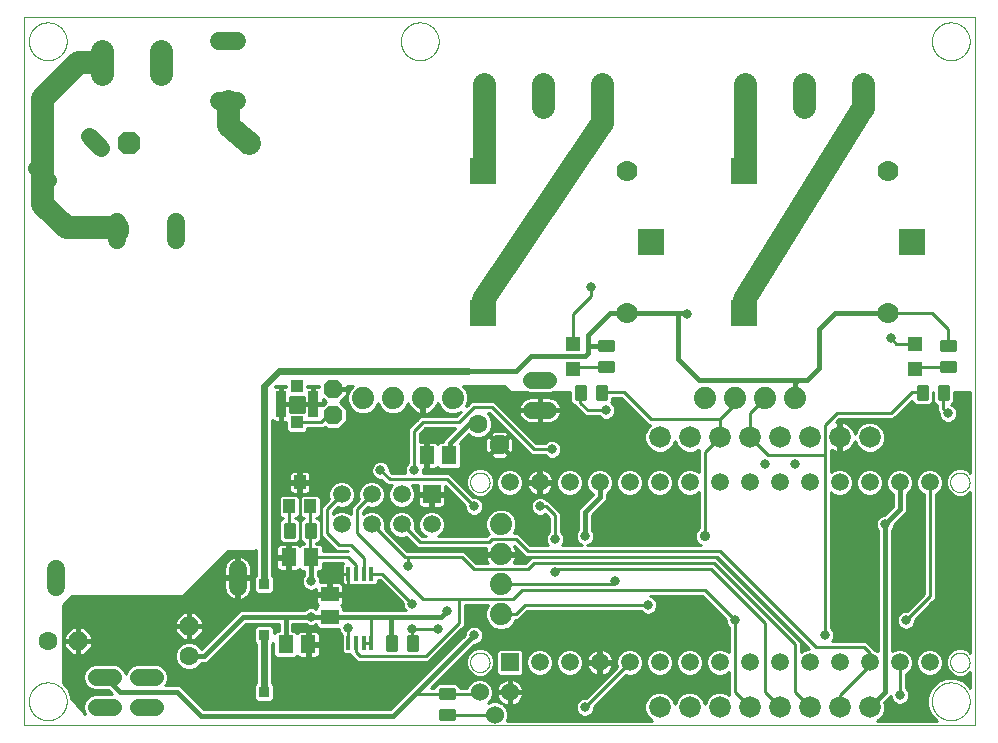
<source format=gtl>
G75*
%MOIN*%
%OFA0B0*%
%FSLAX25Y25*%
%IPPOS*%
%LPD*%
%AMOC8*
5,1,8,0,0,1.08239X$1,22.5*
%
%ADD10C,0.00000*%
%ADD11R,0.05937X0.05937*%
%ADD12C,0.05937*%
%ADD13C,0.01260*%
%ADD14C,0.06300*%
%ADD15R,0.05118X0.05906*%
%ADD16OC8,0.06300*%
%ADD17R,0.04000X0.04500*%
%ADD18C,0.01000*%
%ADD19R,0.03346X0.08661*%
%ADD20R,0.03937X0.04134*%
%ADD21R,0.08600X0.08600*%
%ADD22C,0.07000*%
%ADD23C,0.07800*%
%ADD24R,0.04724X0.04724*%
%ADD25C,0.07200*%
%ADD26C,0.05937*%
%ADD27C,0.05600*%
%ADD28C,0.06000*%
%ADD29C,0.07400*%
%ADD30R,0.01378X0.04724*%
%ADD31R,0.05906X0.05118*%
%ADD32OC8,0.07600*%
%ADD33C,0.06000*%
%ADD34C,0.03169*%
%ADD35C,0.01600*%
%ADD36R,0.03562X0.03562*%
%ADD37C,0.02400*%
%ADD38C,0.07600*%
%ADD39C,0.03562*%
D10*
X0006435Y0031850D02*
X0323435Y0031850D01*
X0323435Y0267850D01*
X0006435Y0267850D01*
X0006435Y0031850D01*
X0008136Y0039850D02*
X0008138Y0040008D01*
X0008144Y0040166D01*
X0008154Y0040324D01*
X0008168Y0040482D01*
X0008186Y0040639D01*
X0008207Y0040796D01*
X0008233Y0040952D01*
X0008263Y0041108D01*
X0008296Y0041263D01*
X0008334Y0041416D01*
X0008375Y0041569D01*
X0008420Y0041721D01*
X0008469Y0041872D01*
X0008522Y0042021D01*
X0008578Y0042169D01*
X0008638Y0042315D01*
X0008702Y0042460D01*
X0008770Y0042603D01*
X0008841Y0042745D01*
X0008915Y0042885D01*
X0008993Y0043022D01*
X0009075Y0043158D01*
X0009159Y0043292D01*
X0009248Y0043423D01*
X0009339Y0043552D01*
X0009434Y0043679D01*
X0009531Y0043804D01*
X0009632Y0043926D01*
X0009736Y0044045D01*
X0009843Y0044162D01*
X0009953Y0044276D01*
X0010066Y0044387D01*
X0010181Y0044496D01*
X0010299Y0044601D01*
X0010420Y0044703D01*
X0010543Y0044803D01*
X0010669Y0044899D01*
X0010797Y0044992D01*
X0010927Y0045082D01*
X0011060Y0045168D01*
X0011195Y0045252D01*
X0011331Y0045331D01*
X0011470Y0045408D01*
X0011611Y0045480D01*
X0011753Y0045550D01*
X0011897Y0045615D01*
X0012043Y0045677D01*
X0012190Y0045735D01*
X0012339Y0045790D01*
X0012489Y0045841D01*
X0012640Y0045888D01*
X0012792Y0045931D01*
X0012945Y0045970D01*
X0013100Y0046006D01*
X0013255Y0046037D01*
X0013411Y0046065D01*
X0013567Y0046089D01*
X0013724Y0046109D01*
X0013882Y0046125D01*
X0014039Y0046137D01*
X0014198Y0046145D01*
X0014356Y0046149D01*
X0014514Y0046149D01*
X0014672Y0046145D01*
X0014831Y0046137D01*
X0014988Y0046125D01*
X0015146Y0046109D01*
X0015303Y0046089D01*
X0015459Y0046065D01*
X0015615Y0046037D01*
X0015770Y0046006D01*
X0015925Y0045970D01*
X0016078Y0045931D01*
X0016230Y0045888D01*
X0016381Y0045841D01*
X0016531Y0045790D01*
X0016680Y0045735D01*
X0016827Y0045677D01*
X0016973Y0045615D01*
X0017117Y0045550D01*
X0017259Y0045480D01*
X0017400Y0045408D01*
X0017539Y0045331D01*
X0017675Y0045252D01*
X0017810Y0045168D01*
X0017943Y0045082D01*
X0018073Y0044992D01*
X0018201Y0044899D01*
X0018327Y0044803D01*
X0018450Y0044703D01*
X0018571Y0044601D01*
X0018689Y0044496D01*
X0018804Y0044387D01*
X0018917Y0044276D01*
X0019027Y0044162D01*
X0019134Y0044045D01*
X0019238Y0043926D01*
X0019339Y0043804D01*
X0019436Y0043679D01*
X0019531Y0043552D01*
X0019622Y0043423D01*
X0019711Y0043292D01*
X0019795Y0043158D01*
X0019877Y0043022D01*
X0019955Y0042885D01*
X0020029Y0042745D01*
X0020100Y0042603D01*
X0020168Y0042460D01*
X0020232Y0042315D01*
X0020292Y0042169D01*
X0020348Y0042021D01*
X0020401Y0041872D01*
X0020450Y0041721D01*
X0020495Y0041569D01*
X0020536Y0041416D01*
X0020574Y0041263D01*
X0020607Y0041108D01*
X0020637Y0040952D01*
X0020663Y0040796D01*
X0020684Y0040639D01*
X0020702Y0040482D01*
X0020716Y0040324D01*
X0020726Y0040166D01*
X0020732Y0040008D01*
X0020734Y0039850D01*
X0020732Y0039692D01*
X0020726Y0039534D01*
X0020716Y0039376D01*
X0020702Y0039218D01*
X0020684Y0039061D01*
X0020663Y0038904D01*
X0020637Y0038748D01*
X0020607Y0038592D01*
X0020574Y0038437D01*
X0020536Y0038284D01*
X0020495Y0038131D01*
X0020450Y0037979D01*
X0020401Y0037828D01*
X0020348Y0037679D01*
X0020292Y0037531D01*
X0020232Y0037385D01*
X0020168Y0037240D01*
X0020100Y0037097D01*
X0020029Y0036955D01*
X0019955Y0036815D01*
X0019877Y0036678D01*
X0019795Y0036542D01*
X0019711Y0036408D01*
X0019622Y0036277D01*
X0019531Y0036148D01*
X0019436Y0036021D01*
X0019339Y0035896D01*
X0019238Y0035774D01*
X0019134Y0035655D01*
X0019027Y0035538D01*
X0018917Y0035424D01*
X0018804Y0035313D01*
X0018689Y0035204D01*
X0018571Y0035099D01*
X0018450Y0034997D01*
X0018327Y0034897D01*
X0018201Y0034801D01*
X0018073Y0034708D01*
X0017943Y0034618D01*
X0017810Y0034532D01*
X0017675Y0034448D01*
X0017539Y0034369D01*
X0017400Y0034292D01*
X0017259Y0034220D01*
X0017117Y0034150D01*
X0016973Y0034085D01*
X0016827Y0034023D01*
X0016680Y0033965D01*
X0016531Y0033910D01*
X0016381Y0033859D01*
X0016230Y0033812D01*
X0016078Y0033769D01*
X0015925Y0033730D01*
X0015770Y0033694D01*
X0015615Y0033663D01*
X0015459Y0033635D01*
X0015303Y0033611D01*
X0015146Y0033591D01*
X0014988Y0033575D01*
X0014831Y0033563D01*
X0014672Y0033555D01*
X0014514Y0033551D01*
X0014356Y0033551D01*
X0014198Y0033555D01*
X0014039Y0033563D01*
X0013882Y0033575D01*
X0013724Y0033591D01*
X0013567Y0033611D01*
X0013411Y0033635D01*
X0013255Y0033663D01*
X0013100Y0033694D01*
X0012945Y0033730D01*
X0012792Y0033769D01*
X0012640Y0033812D01*
X0012489Y0033859D01*
X0012339Y0033910D01*
X0012190Y0033965D01*
X0012043Y0034023D01*
X0011897Y0034085D01*
X0011753Y0034150D01*
X0011611Y0034220D01*
X0011470Y0034292D01*
X0011331Y0034369D01*
X0011195Y0034448D01*
X0011060Y0034532D01*
X0010927Y0034618D01*
X0010797Y0034708D01*
X0010669Y0034801D01*
X0010543Y0034897D01*
X0010420Y0034997D01*
X0010299Y0035099D01*
X0010181Y0035204D01*
X0010066Y0035313D01*
X0009953Y0035424D01*
X0009843Y0035538D01*
X0009736Y0035655D01*
X0009632Y0035774D01*
X0009531Y0035896D01*
X0009434Y0036021D01*
X0009339Y0036148D01*
X0009248Y0036277D01*
X0009159Y0036408D01*
X0009075Y0036542D01*
X0008993Y0036678D01*
X0008915Y0036815D01*
X0008841Y0036955D01*
X0008770Y0037097D01*
X0008702Y0037240D01*
X0008638Y0037385D01*
X0008578Y0037531D01*
X0008522Y0037679D01*
X0008469Y0037828D01*
X0008420Y0037979D01*
X0008375Y0038131D01*
X0008334Y0038284D01*
X0008296Y0038437D01*
X0008263Y0038592D01*
X0008233Y0038748D01*
X0008207Y0038904D01*
X0008186Y0039061D01*
X0008168Y0039218D01*
X0008154Y0039376D01*
X0008144Y0039534D01*
X0008138Y0039692D01*
X0008136Y0039850D01*
X0155185Y0052850D02*
X0155187Y0052963D01*
X0155193Y0053077D01*
X0155203Y0053190D01*
X0155217Y0053302D01*
X0155234Y0053414D01*
X0155256Y0053526D01*
X0155282Y0053636D01*
X0155311Y0053746D01*
X0155344Y0053854D01*
X0155381Y0053962D01*
X0155422Y0054067D01*
X0155466Y0054172D01*
X0155514Y0054275D01*
X0155565Y0054376D01*
X0155620Y0054475D01*
X0155679Y0054572D01*
X0155741Y0054667D01*
X0155806Y0054760D01*
X0155874Y0054851D01*
X0155945Y0054939D01*
X0156020Y0055025D01*
X0156097Y0055108D01*
X0156177Y0055188D01*
X0156260Y0055265D01*
X0156346Y0055340D01*
X0156434Y0055411D01*
X0156525Y0055479D01*
X0156618Y0055544D01*
X0156713Y0055606D01*
X0156810Y0055665D01*
X0156909Y0055720D01*
X0157010Y0055771D01*
X0157113Y0055819D01*
X0157218Y0055863D01*
X0157323Y0055904D01*
X0157431Y0055941D01*
X0157539Y0055974D01*
X0157649Y0056003D01*
X0157759Y0056029D01*
X0157871Y0056051D01*
X0157983Y0056068D01*
X0158095Y0056082D01*
X0158208Y0056092D01*
X0158322Y0056098D01*
X0158435Y0056100D01*
X0158548Y0056098D01*
X0158662Y0056092D01*
X0158775Y0056082D01*
X0158887Y0056068D01*
X0158999Y0056051D01*
X0159111Y0056029D01*
X0159221Y0056003D01*
X0159331Y0055974D01*
X0159439Y0055941D01*
X0159547Y0055904D01*
X0159652Y0055863D01*
X0159757Y0055819D01*
X0159860Y0055771D01*
X0159961Y0055720D01*
X0160060Y0055665D01*
X0160157Y0055606D01*
X0160252Y0055544D01*
X0160345Y0055479D01*
X0160436Y0055411D01*
X0160524Y0055340D01*
X0160610Y0055265D01*
X0160693Y0055188D01*
X0160773Y0055108D01*
X0160850Y0055025D01*
X0160925Y0054939D01*
X0160996Y0054851D01*
X0161064Y0054760D01*
X0161129Y0054667D01*
X0161191Y0054572D01*
X0161250Y0054475D01*
X0161305Y0054376D01*
X0161356Y0054275D01*
X0161404Y0054172D01*
X0161448Y0054067D01*
X0161489Y0053962D01*
X0161526Y0053854D01*
X0161559Y0053746D01*
X0161588Y0053636D01*
X0161614Y0053526D01*
X0161636Y0053414D01*
X0161653Y0053302D01*
X0161667Y0053190D01*
X0161677Y0053077D01*
X0161683Y0052963D01*
X0161685Y0052850D01*
X0161683Y0052737D01*
X0161677Y0052623D01*
X0161667Y0052510D01*
X0161653Y0052398D01*
X0161636Y0052286D01*
X0161614Y0052174D01*
X0161588Y0052064D01*
X0161559Y0051954D01*
X0161526Y0051846D01*
X0161489Y0051738D01*
X0161448Y0051633D01*
X0161404Y0051528D01*
X0161356Y0051425D01*
X0161305Y0051324D01*
X0161250Y0051225D01*
X0161191Y0051128D01*
X0161129Y0051033D01*
X0161064Y0050940D01*
X0160996Y0050849D01*
X0160925Y0050761D01*
X0160850Y0050675D01*
X0160773Y0050592D01*
X0160693Y0050512D01*
X0160610Y0050435D01*
X0160524Y0050360D01*
X0160436Y0050289D01*
X0160345Y0050221D01*
X0160252Y0050156D01*
X0160157Y0050094D01*
X0160060Y0050035D01*
X0159961Y0049980D01*
X0159860Y0049929D01*
X0159757Y0049881D01*
X0159652Y0049837D01*
X0159547Y0049796D01*
X0159439Y0049759D01*
X0159331Y0049726D01*
X0159221Y0049697D01*
X0159111Y0049671D01*
X0158999Y0049649D01*
X0158887Y0049632D01*
X0158775Y0049618D01*
X0158662Y0049608D01*
X0158548Y0049602D01*
X0158435Y0049600D01*
X0158322Y0049602D01*
X0158208Y0049608D01*
X0158095Y0049618D01*
X0157983Y0049632D01*
X0157871Y0049649D01*
X0157759Y0049671D01*
X0157649Y0049697D01*
X0157539Y0049726D01*
X0157431Y0049759D01*
X0157323Y0049796D01*
X0157218Y0049837D01*
X0157113Y0049881D01*
X0157010Y0049929D01*
X0156909Y0049980D01*
X0156810Y0050035D01*
X0156713Y0050094D01*
X0156618Y0050156D01*
X0156525Y0050221D01*
X0156434Y0050289D01*
X0156346Y0050360D01*
X0156260Y0050435D01*
X0156177Y0050512D01*
X0156097Y0050592D01*
X0156020Y0050675D01*
X0155945Y0050761D01*
X0155874Y0050849D01*
X0155806Y0050940D01*
X0155741Y0051033D01*
X0155679Y0051128D01*
X0155620Y0051225D01*
X0155565Y0051324D01*
X0155514Y0051425D01*
X0155466Y0051528D01*
X0155422Y0051633D01*
X0155381Y0051738D01*
X0155344Y0051846D01*
X0155311Y0051954D01*
X0155282Y0052064D01*
X0155256Y0052174D01*
X0155234Y0052286D01*
X0155217Y0052398D01*
X0155203Y0052510D01*
X0155193Y0052623D01*
X0155187Y0052737D01*
X0155185Y0052850D01*
X0155185Y0112850D02*
X0155187Y0112963D01*
X0155193Y0113077D01*
X0155203Y0113190D01*
X0155217Y0113302D01*
X0155234Y0113414D01*
X0155256Y0113526D01*
X0155282Y0113636D01*
X0155311Y0113746D01*
X0155344Y0113854D01*
X0155381Y0113962D01*
X0155422Y0114067D01*
X0155466Y0114172D01*
X0155514Y0114275D01*
X0155565Y0114376D01*
X0155620Y0114475D01*
X0155679Y0114572D01*
X0155741Y0114667D01*
X0155806Y0114760D01*
X0155874Y0114851D01*
X0155945Y0114939D01*
X0156020Y0115025D01*
X0156097Y0115108D01*
X0156177Y0115188D01*
X0156260Y0115265D01*
X0156346Y0115340D01*
X0156434Y0115411D01*
X0156525Y0115479D01*
X0156618Y0115544D01*
X0156713Y0115606D01*
X0156810Y0115665D01*
X0156909Y0115720D01*
X0157010Y0115771D01*
X0157113Y0115819D01*
X0157218Y0115863D01*
X0157323Y0115904D01*
X0157431Y0115941D01*
X0157539Y0115974D01*
X0157649Y0116003D01*
X0157759Y0116029D01*
X0157871Y0116051D01*
X0157983Y0116068D01*
X0158095Y0116082D01*
X0158208Y0116092D01*
X0158322Y0116098D01*
X0158435Y0116100D01*
X0158548Y0116098D01*
X0158662Y0116092D01*
X0158775Y0116082D01*
X0158887Y0116068D01*
X0158999Y0116051D01*
X0159111Y0116029D01*
X0159221Y0116003D01*
X0159331Y0115974D01*
X0159439Y0115941D01*
X0159547Y0115904D01*
X0159652Y0115863D01*
X0159757Y0115819D01*
X0159860Y0115771D01*
X0159961Y0115720D01*
X0160060Y0115665D01*
X0160157Y0115606D01*
X0160252Y0115544D01*
X0160345Y0115479D01*
X0160436Y0115411D01*
X0160524Y0115340D01*
X0160610Y0115265D01*
X0160693Y0115188D01*
X0160773Y0115108D01*
X0160850Y0115025D01*
X0160925Y0114939D01*
X0160996Y0114851D01*
X0161064Y0114760D01*
X0161129Y0114667D01*
X0161191Y0114572D01*
X0161250Y0114475D01*
X0161305Y0114376D01*
X0161356Y0114275D01*
X0161404Y0114172D01*
X0161448Y0114067D01*
X0161489Y0113962D01*
X0161526Y0113854D01*
X0161559Y0113746D01*
X0161588Y0113636D01*
X0161614Y0113526D01*
X0161636Y0113414D01*
X0161653Y0113302D01*
X0161667Y0113190D01*
X0161677Y0113077D01*
X0161683Y0112963D01*
X0161685Y0112850D01*
X0161683Y0112737D01*
X0161677Y0112623D01*
X0161667Y0112510D01*
X0161653Y0112398D01*
X0161636Y0112286D01*
X0161614Y0112174D01*
X0161588Y0112064D01*
X0161559Y0111954D01*
X0161526Y0111846D01*
X0161489Y0111738D01*
X0161448Y0111633D01*
X0161404Y0111528D01*
X0161356Y0111425D01*
X0161305Y0111324D01*
X0161250Y0111225D01*
X0161191Y0111128D01*
X0161129Y0111033D01*
X0161064Y0110940D01*
X0160996Y0110849D01*
X0160925Y0110761D01*
X0160850Y0110675D01*
X0160773Y0110592D01*
X0160693Y0110512D01*
X0160610Y0110435D01*
X0160524Y0110360D01*
X0160436Y0110289D01*
X0160345Y0110221D01*
X0160252Y0110156D01*
X0160157Y0110094D01*
X0160060Y0110035D01*
X0159961Y0109980D01*
X0159860Y0109929D01*
X0159757Y0109881D01*
X0159652Y0109837D01*
X0159547Y0109796D01*
X0159439Y0109759D01*
X0159331Y0109726D01*
X0159221Y0109697D01*
X0159111Y0109671D01*
X0158999Y0109649D01*
X0158887Y0109632D01*
X0158775Y0109618D01*
X0158662Y0109608D01*
X0158548Y0109602D01*
X0158435Y0109600D01*
X0158322Y0109602D01*
X0158208Y0109608D01*
X0158095Y0109618D01*
X0157983Y0109632D01*
X0157871Y0109649D01*
X0157759Y0109671D01*
X0157649Y0109697D01*
X0157539Y0109726D01*
X0157431Y0109759D01*
X0157323Y0109796D01*
X0157218Y0109837D01*
X0157113Y0109881D01*
X0157010Y0109929D01*
X0156909Y0109980D01*
X0156810Y0110035D01*
X0156713Y0110094D01*
X0156618Y0110156D01*
X0156525Y0110221D01*
X0156434Y0110289D01*
X0156346Y0110360D01*
X0156260Y0110435D01*
X0156177Y0110512D01*
X0156097Y0110592D01*
X0156020Y0110675D01*
X0155945Y0110761D01*
X0155874Y0110849D01*
X0155806Y0110940D01*
X0155741Y0111033D01*
X0155679Y0111128D01*
X0155620Y0111225D01*
X0155565Y0111324D01*
X0155514Y0111425D01*
X0155466Y0111528D01*
X0155422Y0111633D01*
X0155381Y0111738D01*
X0155344Y0111846D01*
X0155311Y0111954D01*
X0155282Y0112064D01*
X0155256Y0112174D01*
X0155234Y0112286D01*
X0155217Y0112398D01*
X0155203Y0112510D01*
X0155193Y0112623D01*
X0155187Y0112737D01*
X0155185Y0112850D01*
X0309136Y0039850D02*
X0309138Y0040008D01*
X0309144Y0040166D01*
X0309154Y0040324D01*
X0309168Y0040482D01*
X0309186Y0040639D01*
X0309207Y0040796D01*
X0309233Y0040952D01*
X0309263Y0041108D01*
X0309296Y0041263D01*
X0309334Y0041416D01*
X0309375Y0041569D01*
X0309420Y0041721D01*
X0309469Y0041872D01*
X0309522Y0042021D01*
X0309578Y0042169D01*
X0309638Y0042315D01*
X0309702Y0042460D01*
X0309770Y0042603D01*
X0309841Y0042745D01*
X0309915Y0042885D01*
X0309993Y0043022D01*
X0310075Y0043158D01*
X0310159Y0043292D01*
X0310248Y0043423D01*
X0310339Y0043552D01*
X0310434Y0043679D01*
X0310531Y0043804D01*
X0310632Y0043926D01*
X0310736Y0044045D01*
X0310843Y0044162D01*
X0310953Y0044276D01*
X0311066Y0044387D01*
X0311181Y0044496D01*
X0311299Y0044601D01*
X0311420Y0044703D01*
X0311543Y0044803D01*
X0311669Y0044899D01*
X0311797Y0044992D01*
X0311927Y0045082D01*
X0312060Y0045168D01*
X0312195Y0045252D01*
X0312331Y0045331D01*
X0312470Y0045408D01*
X0312611Y0045480D01*
X0312753Y0045550D01*
X0312897Y0045615D01*
X0313043Y0045677D01*
X0313190Y0045735D01*
X0313339Y0045790D01*
X0313489Y0045841D01*
X0313640Y0045888D01*
X0313792Y0045931D01*
X0313945Y0045970D01*
X0314100Y0046006D01*
X0314255Y0046037D01*
X0314411Y0046065D01*
X0314567Y0046089D01*
X0314724Y0046109D01*
X0314882Y0046125D01*
X0315039Y0046137D01*
X0315198Y0046145D01*
X0315356Y0046149D01*
X0315514Y0046149D01*
X0315672Y0046145D01*
X0315831Y0046137D01*
X0315988Y0046125D01*
X0316146Y0046109D01*
X0316303Y0046089D01*
X0316459Y0046065D01*
X0316615Y0046037D01*
X0316770Y0046006D01*
X0316925Y0045970D01*
X0317078Y0045931D01*
X0317230Y0045888D01*
X0317381Y0045841D01*
X0317531Y0045790D01*
X0317680Y0045735D01*
X0317827Y0045677D01*
X0317973Y0045615D01*
X0318117Y0045550D01*
X0318259Y0045480D01*
X0318400Y0045408D01*
X0318539Y0045331D01*
X0318675Y0045252D01*
X0318810Y0045168D01*
X0318943Y0045082D01*
X0319073Y0044992D01*
X0319201Y0044899D01*
X0319327Y0044803D01*
X0319450Y0044703D01*
X0319571Y0044601D01*
X0319689Y0044496D01*
X0319804Y0044387D01*
X0319917Y0044276D01*
X0320027Y0044162D01*
X0320134Y0044045D01*
X0320238Y0043926D01*
X0320339Y0043804D01*
X0320436Y0043679D01*
X0320531Y0043552D01*
X0320622Y0043423D01*
X0320711Y0043292D01*
X0320795Y0043158D01*
X0320877Y0043022D01*
X0320955Y0042885D01*
X0321029Y0042745D01*
X0321100Y0042603D01*
X0321168Y0042460D01*
X0321232Y0042315D01*
X0321292Y0042169D01*
X0321348Y0042021D01*
X0321401Y0041872D01*
X0321450Y0041721D01*
X0321495Y0041569D01*
X0321536Y0041416D01*
X0321574Y0041263D01*
X0321607Y0041108D01*
X0321637Y0040952D01*
X0321663Y0040796D01*
X0321684Y0040639D01*
X0321702Y0040482D01*
X0321716Y0040324D01*
X0321726Y0040166D01*
X0321732Y0040008D01*
X0321734Y0039850D01*
X0321732Y0039692D01*
X0321726Y0039534D01*
X0321716Y0039376D01*
X0321702Y0039218D01*
X0321684Y0039061D01*
X0321663Y0038904D01*
X0321637Y0038748D01*
X0321607Y0038592D01*
X0321574Y0038437D01*
X0321536Y0038284D01*
X0321495Y0038131D01*
X0321450Y0037979D01*
X0321401Y0037828D01*
X0321348Y0037679D01*
X0321292Y0037531D01*
X0321232Y0037385D01*
X0321168Y0037240D01*
X0321100Y0037097D01*
X0321029Y0036955D01*
X0320955Y0036815D01*
X0320877Y0036678D01*
X0320795Y0036542D01*
X0320711Y0036408D01*
X0320622Y0036277D01*
X0320531Y0036148D01*
X0320436Y0036021D01*
X0320339Y0035896D01*
X0320238Y0035774D01*
X0320134Y0035655D01*
X0320027Y0035538D01*
X0319917Y0035424D01*
X0319804Y0035313D01*
X0319689Y0035204D01*
X0319571Y0035099D01*
X0319450Y0034997D01*
X0319327Y0034897D01*
X0319201Y0034801D01*
X0319073Y0034708D01*
X0318943Y0034618D01*
X0318810Y0034532D01*
X0318675Y0034448D01*
X0318539Y0034369D01*
X0318400Y0034292D01*
X0318259Y0034220D01*
X0318117Y0034150D01*
X0317973Y0034085D01*
X0317827Y0034023D01*
X0317680Y0033965D01*
X0317531Y0033910D01*
X0317381Y0033859D01*
X0317230Y0033812D01*
X0317078Y0033769D01*
X0316925Y0033730D01*
X0316770Y0033694D01*
X0316615Y0033663D01*
X0316459Y0033635D01*
X0316303Y0033611D01*
X0316146Y0033591D01*
X0315988Y0033575D01*
X0315831Y0033563D01*
X0315672Y0033555D01*
X0315514Y0033551D01*
X0315356Y0033551D01*
X0315198Y0033555D01*
X0315039Y0033563D01*
X0314882Y0033575D01*
X0314724Y0033591D01*
X0314567Y0033611D01*
X0314411Y0033635D01*
X0314255Y0033663D01*
X0314100Y0033694D01*
X0313945Y0033730D01*
X0313792Y0033769D01*
X0313640Y0033812D01*
X0313489Y0033859D01*
X0313339Y0033910D01*
X0313190Y0033965D01*
X0313043Y0034023D01*
X0312897Y0034085D01*
X0312753Y0034150D01*
X0312611Y0034220D01*
X0312470Y0034292D01*
X0312331Y0034369D01*
X0312195Y0034448D01*
X0312060Y0034532D01*
X0311927Y0034618D01*
X0311797Y0034708D01*
X0311669Y0034801D01*
X0311543Y0034897D01*
X0311420Y0034997D01*
X0311299Y0035099D01*
X0311181Y0035204D01*
X0311066Y0035313D01*
X0310953Y0035424D01*
X0310843Y0035538D01*
X0310736Y0035655D01*
X0310632Y0035774D01*
X0310531Y0035896D01*
X0310434Y0036021D01*
X0310339Y0036148D01*
X0310248Y0036277D01*
X0310159Y0036408D01*
X0310075Y0036542D01*
X0309993Y0036678D01*
X0309915Y0036815D01*
X0309841Y0036955D01*
X0309770Y0037097D01*
X0309702Y0037240D01*
X0309638Y0037385D01*
X0309578Y0037531D01*
X0309522Y0037679D01*
X0309469Y0037828D01*
X0309420Y0037979D01*
X0309375Y0038131D01*
X0309334Y0038284D01*
X0309296Y0038437D01*
X0309263Y0038592D01*
X0309233Y0038748D01*
X0309207Y0038904D01*
X0309186Y0039061D01*
X0309168Y0039218D01*
X0309154Y0039376D01*
X0309144Y0039534D01*
X0309138Y0039692D01*
X0309136Y0039850D01*
X0315185Y0052850D02*
X0315187Y0052963D01*
X0315193Y0053077D01*
X0315203Y0053190D01*
X0315217Y0053302D01*
X0315234Y0053414D01*
X0315256Y0053526D01*
X0315282Y0053636D01*
X0315311Y0053746D01*
X0315344Y0053854D01*
X0315381Y0053962D01*
X0315422Y0054067D01*
X0315466Y0054172D01*
X0315514Y0054275D01*
X0315565Y0054376D01*
X0315620Y0054475D01*
X0315679Y0054572D01*
X0315741Y0054667D01*
X0315806Y0054760D01*
X0315874Y0054851D01*
X0315945Y0054939D01*
X0316020Y0055025D01*
X0316097Y0055108D01*
X0316177Y0055188D01*
X0316260Y0055265D01*
X0316346Y0055340D01*
X0316434Y0055411D01*
X0316525Y0055479D01*
X0316618Y0055544D01*
X0316713Y0055606D01*
X0316810Y0055665D01*
X0316909Y0055720D01*
X0317010Y0055771D01*
X0317113Y0055819D01*
X0317218Y0055863D01*
X0317323Y0055904D01*
X0317431Y0055941D01*
X0317539Y0055974D01*
X0317649Y0056003D01*
X0317759Y0056029D01*
X0317871Y0056051D01*
X0317983Y0056068D01*
X0318095Y0056082D01*
X0318208Y0056092D01*
X0318322Y0056098D01*
X0318435Y0056100D01*
X0318548Y0056098D01*
X0318662Y0056092D01*
X0318775Y0056082D01*
X0318887Y0056068D01*
X0318999Y0056051D01*
X0319111Y0056029D01*
X0319221Y0056003D01*
X0319331Y0055974D01*
X0319439Y0055941D01*
X0319547Y0055904D01*
X0319652Y0055863D01*
X0319757Y0055819D01*
X0319860Y0055771D01*
X0319961Y0055720D01*
X0320060Y0055665D01*
X0320157Y0055606D01*
X0320252Y0055544D01*
X0320345Y0055479D01*
X0320436Y0055411D01*
X0320524Y0055340D01*
X0320610Y0055265D01*
X0320693Y0055188D01*
X0320773Y0055108D01*
X0320850Y0055025D01*
X0320925Y0054939D01*
X0320996Y0054851D01*
X0321064Y0054760D01*
X0321129Y0054667D01*
X0321191Y0054572D01*
X0321250Y0054475D01*
X0321305Y0054376D01*
X0321356Y0054275D01*
X0321404Y0054172D01*
X0321448Y0054067D01*
X0321489Y0053962D01*
X0321526Y0053854D01*
X0321559Y0053746D01*
X0321588Y0053636D01*
X0321614Y0053526D01*
X0321636Y0053414D01*
X0321653Y0053302D01*
X0321667Y0053190D01*
X0321677Y0053077D01*
X0321683Y0052963D01*
X0321685Y0052850D01*
X0321683Y0052737D01*
X0321677Y0052623D01*
X0321667Y0052510D01*
X0321653Y0052398D01*
X0321636Y0052286D01*
X0321614Y0052174D01*
X0321588Y0052064D01*
X0321559Y0051954D01*
X0321526Y0051846D01*
X0321489Y0051738D01*
X0321448Y0051633D01*
X0321404Y0051528D01*
X0321356Y0051425D01*
X0321305Y0051324D01*
X0321250Y0051225D01*
X0321191Y0051128D01*
X0321129Y0051033D01*
X0321064Y0050940D01*
X0320996Y0050849D01*
X0320925Y0050761D01*
X0320850Y0050675D01*
X0320773Y0050592D01*
X0320693Y0050512D01*
X0320610Y0050435D01*
X0320524Y0050360D01*
X0320436Y0050289D01*
X0320345Y0050221D01*
X0320252Y0050156D01*
X0320157Y0050094D01*
X0320060Y0050035D01*
X0319961Y0049980D01*
X0319860Y0049929D01*
X0319757Y0049881D01*
X0319652Y0049837D01*
X0319547Y0049796D01*
X0319439Y0049759D01*
X0319331Y0049726D01*
X0319221Y0049697D01*
X0319111Y0049671D01*
X0318999Y0049649D01*
X0318887Y0049632D01*
X0318775Y0049618D01*
X0318662Y0049608D01*
X0318548Y0049602D01*
X0318435Y0049600D01*
X0318322Y0049602D01*
X0318208Y0049608D01*
X0318095Y0049618D01*
X0317983Y0049632D01*
X0317871Y0049649D01*
X0317759Y0049671D01*
X0317649Y0049697D01*
X0317539Y0049726D01*
X0317431Y0049759D01*
X0317323Y0049796D01*
X0317218Y0049837D01*
X0317113Y0049881D01*
X0317010Y0049929D01*
X0316909Y0049980D01*
X0316810Y0050035D01*
X0316713Y0050094D01*
X0316618Y0050156D01*
X0316525Y0050221D01*
X0316434Y0050289D01*
X0316346Y0050360D01*
X0316260Y0050435D01*
X0316177Y0050512D01*
X0316097Y0050592D01*
X0316020Y0050675D01*
X0315945Y0050761D01*
X0315874Y0050849D01*
X0315806Y0050940D01*
X0315741Y0051033D01*
X0315679Y0051128D01*
X0315620Y0051225D01*
X0315565Y0051324D01*
X0315514Y0051425D01*
X0315466Y0051528D01*
X0315422Y0051633D01*
X0315381Y0051738D01*
X0315344Y0051846D01*
X0315311Y0051954D01*
X0315282Y0052064D01*
X0315256Y0052174D01*
X0315234Y0052286D01*
X0315217Y0052398D01*
X0315203Y0052510D01*
X0315193Y0052623D01*
X0315187Y0052737D01*
X0315185Y0052850D01*
X0315185Y0112850D02*
X0315187Y0112963D01*
X0315193Y0113077D01*
X0315203Y0113190D01*
X0315217Y0113302D01*
X0315234Y0113414D01*
X0315256Y0113526D01*
X0315282Y0113636D01*
X0315311Y0113746D01*
X0315344Y0113854D01*
X0315381Y0113962D01*
X0315422Y0114067D01*
X0315466Y0114172D01*
X0315514Y0114275D01*
X0315565Y0114376D01*
X0315620Y0114475D01*
X0315679Y0114572D01*
X0315741Y0114667D01*
X0315806Y0114760D01*
X0315874Y0114851D01*
X0315945Y0114939D01*
X0316020Y0115025D01*
X0316097Y0115108D01*
X0316177Y0115188D01*
X0316260Y0115265D01*
X0316346Y0115340D01*
X0316434Y0115411D01*
X0316525Y0115479D01*
X0316618Y0115544D01*
X0316713Y0115606D01*
X0316810Y0115665D01*
X0316909Y0115720D01*
X0317010Y0115771D01*
X0317113Y0115819D01*
X0317218Y0115863D01*
X0317323Y0115904D01*
X0317431Y0115941D01*
X0317539Y0115974D01*
X0317649Y0116003D01*
X0317759Y0116029D01*
X0317871Y0116051D01*
X0317983Y0116068D01*
X0318095Y0116082D01*
X0318208Y0116092D01*
X0318322Y0116098D01*
X0318435Y0116100D01*
X0318548Y0116098D01*
X0318662Y0116092D01*
X0318775Y0116082D01*
X0318887Y0116068D01*
X0318999Y0116051D01*
X0319111Y0116029D01*
X0319221Y0116003D01*
X0319331Y0115974D01*
X0319439Y0115941D01*
X0319547Y0115904D01*
X0319652Y0115863D01*
X0319757Y0115819D01*
X0319860Y0115771D01*
X0319961Y0115720D01*
X0320060Y0115665D01*
X0320157Y0115606D01*
X0320252Y0115544D01*
X0320345Y0115479D01*
X0320436Y0115411D01*
X0320524Y0115340D01*
X0320610Y0115265D01*
X0320693Y0115188D01*
X0320773Y0115108D01*
X0320850Y0115025D01*
X0320925Y0114939D01*
X0320996Y0114851D01*
X0321064Y0114760D01*
X0321129Y0114667D01*
X0321191Y0114572D01*
X0321250Y0114475D01*
X0321305Y0114376D01*
X0321356Y0114275D01*
X0321404Y0114172D01*
X0321448Y0114067D01*
X0321489Y0113962D01*
X0321526Y0113854D01*
X0321559Y0113746D01*
X0321588Y0113636D01*
X0321614Y0113526D01*
X0321636Y0113414D01*
X0321653Y0113302D01*
X0321667Y0113190D01*
X0321677Y0113077D01*
X0321683Y0112963D01*
X0321685Y0112850D01*
X0321683Y0112737D01*
X0321677Y0112623D01*
X0321667Y0112510D01*
X0321653Y0112398D01*
X0321636Y0112286D01*
X0321614Y0112174D01*
X0321588Y0112064D01*
X0321559Y0111954D01*
X0321526Y0111846D01*
X0321489Y0111738D01*
X0321448Y0111633D01*
X0321404Y0111528D01*
X0321356Y0111425D01*
X0321305Y0111324D01*
X0321250Y0111225D01*
X0321191Y0111128D01*
X0321129Y0111033D01*
X0321064Y0110940D01*
X0320996Y0110849D01*
X0320925Y0110761D01*
X0320850Y0110675D01*
X0320773Y0110592D01*
X0320693Y0110512D01*
X0320610Y0110435D01*
X0320524Y0110360D01*
X0320436Y0110289D01*
X0320345Y0110221D01*
X0320252Y0110156D01*
X0320157Y0110094D01*
X0320060Y0110035D01*
X0319961Y0109980D01*
X0319860Y0109929D01*
X0319757Y0109881D01*
X0319652Y0109837D01*
X0319547Y0109796D01*
X0319439Y0109759D01*
X0319331Y0109726D01*
X0319221Y0109697D01*
X0319111Y0109671D01*
X0318999Y0109649D01*
X0318887Y0109632D01*
X0318775Y0109618D01*
X0318662Y0109608D01*
X0318548Y0109602D01*
X0318435Y0109600D01*
X0318322Y0109602D01*
X0318208Y0109608D01*
X0318095Y0109618D01*
X0317983Y0109632D01*
X0317871Y0109649D01*
X0317759Y0109671D01*
X0317649Y0109697D01*
X0317539Y0109726D01*
X0317431Y0109759D01*
X0317323Y0109796D01*
X0317218Y0109837D01*
X0317113Y0109881D01*
X0317010Y0109929D01*
X0316909Y0109980D01*
X0316810Y0110035D01*
X0316713Y0110094D01*
X0316618Y0110156D01*
X0316525Y0110221D01*
X0316434Y0110289D01*
X0316346Y0110360D01*
X0316260Y0110435D01*
X0316177Y0110512D01*
X0316097Y0110592D01*
X0316020Y0110675D01*
X0315945Y0110761D01*
X0315874Y0110849D01*
X0315806Y0110940D01*
X0315741Y0111033D01*
X0315679Y0111128D01*
X0315620Y0111225D01*
X0315565Y0111324D01*
X0315514Y0111425D01*
X0315466Y0111528D01*
X0315422Y0111633D01*
X0315381Y0111738D01*
X0315344Y0111846D01*
X0315311Y0111954D01*
X0315282Y0112064D01*
X0315256Y0112174D01*
X0315234Y0112286D01*
X0315217Y0112398D01*
X0315203Y0112510D01*
X0315193Y0112623D01*
X0315187Y0112737D01*
X0315185Y0112850D01*
X0309136Y0259850D02*
X0309138Y0260008D01*
X0309144Y0260166D01*
X0309154Y0260324D01*
X0309168Y0260482D01*
X0309186Y0260639D01*
X0309207Y0260796D01*
X0309233Y0260952D01*
X0309263Y0261108D01*
X0309296Y0261263D01*
X0309334Y0261416D01*
X0309375Y0261569D01*
X0309420Y0261721D01*
X0309469Y0261872D01*
X0309522Y0262021D01*
X0309578Y0262169D01*
X0309638Y0262315D01*
X0309702Y0262460D01*
X0309770Y0262603D01*
X0309841Y0262745D01*
X0309915Y0262885D01*
X0309993Y0263022D01*
X0310075Y0263158D01*
X0310159Y0263292D01*
X0310248Y0263423D01*
X0310339Y0263552D01*
X0310434Y0263679D01*
X0310531Y0263804D01*
X0310632Y0263926D01*
X0310736Y0264045D01*
X0310843Y0264162D01*
X0310953Y0264276D01*
X0311066Y0264387D01*
X0311181Y0264496D01*
X0311299Y0264601D01*
X0311420Y0264703D01*
X0311543Y0264803D01*
X0311669Y0264899D01*
X0311797Y0264992D01*
X0311927Y0265082D01*
X0312060Y0265168D01*
X0312195Y0265252D01*
X0312331Y0265331D01*
X0312470Y0265408D01*
X0312611Y0265480D01*
X0312753Y0265550D01*
X0312897Y0265615D01*
X0313043Y0265677D01*
X0313190Y0265735D01*
X0313339Y0265790D01*
X0313489Y0265841D01*
X0313640Y0265888D01*
X0313792Y0265931D01*
X0313945Y0265970D01*
X0314100Y0266006D01*
X0314255Y0266037D01*
X0314411Y0266065D01*
X0314567Y0266089D01*
X0314724Y0266109D01*
X0314882Y0266125D01*
X0315039Y0266137D01*
X0315198Y0266145D01*
X0315356Y0266149D01*
X0315514Y0266149D01*
X0315672Y0266145D01*
X0315831Y0266137D01*
X0315988Y0266125D01*
X0316146Y0266109D01*
X0316303Y0266089D01*
X0316459Y0266065D01*
X0316615Y0266037D01*
X0316770Y0266006D01*
X0316925Y0265970D01*
X0317078Y0265931D01*
X0317230Y0265888D01*
X0317381Y0265841D01*
X0317531Y0265790D01*
X0317680Y0265735D01*
X0317827Y0265677D01*
X0317973Y0265615D01*
X0318117Y0265550D01*
X0318259Y0265480D01*
X0318400Y0265408D01*
X0318539Y0265331D01*
X0318675Y0265252D01*
X0318810Y0265168D01*
X0318943Y0265082D01*
X0319073Y0264992D01*
X0319201Y0264899D01*
X0319327Y0264803D01*
X0319450Y0264703D01*
X0319571Y0264601D01*
X0319689Y0264496D01*
X0319804Y0264387D01*
X0319917Y0264276D01*
X0320027Y0264162D01*
X0320134Y0264045D01*
X0320238Y0263926D01*
X0320339Y0263804D01*
X0320436Y0263679D01*
X0320531Y0263552D01*
X0320622Y0263423D01*
X0320711Y0263292D01*
X0320795Y0263158D01*
X0320877Y0263022D01*
X0320955Y0262885D01*
X0321029Y0262745D01*
X0321100Y0262603D01*
X0321168Y0262460D01*
X0321232Y0262315D01*
X0321292Y0262169D01*
X0321348Y0262021D01*
X0321401Y0261872D01*
X0321450Y0261721D01*
X0321495Y0261569D01*
X0321536Y0261416D01*
X0321574Y0261263D01*
X0321607Y0261108D01*
X0321637Y0260952D01*
X0321663Y0260796D01*
X0321684Y0260639D01*
X0321702Y0260482D01*
X0321716Y0260324D01*
X0321726Y0260166D01*
X0321732Y0260008D01*
X0321734Y0259850D01*
X0321732Y0259692D01*
X0321726Y0259534D01*
X0321716Y0259376D01*
X0321702Y0259218D01*
X0321684Y0259061D01*
X0321663Y0258904D01*
X0321637Y0258748D01*
X0321607Y0258592D01*
X0321574Y0258437D01*
X0321536Y0258284D01*
X0321495Y0258131D01*
X0321450Y0257979D01*
X0321401Y0257828D01*
X0321348Y0257679D01*
X0321292Y0257531D01*
X0321232Y0257385D01*
X0321168Y0257240D01*
X0321100Y0257097D01*
X0321029Y0256955D01*
X0320955Y0256815D01*
X0320877Y0256678D01*
X0320795Y0256542D01*
X0320711Y0256408D01*
X0320622Y0256277D01*
X0320531Y0256148D01*
X0320436Y0256021D01*
X0320339Y0255896D01*
X0320238Y0255774D01*
X0320134Y0255655D01*
X0320027Y0255538D01*
X0319917Y0255424D01*
X0319804Y0255313D01*
X0319689Y0255204D01*
X0319571Y0255099D01*
X0319450Y0254997D01*
X0319327Y0254897D01*
X0319201Y0254801D01*
X0319073Y0254708D01*
X0318943Y0254618D01*
X0318810Y0254532D01*
X0318675Y0254448D01*
X0318539Y0254369D01*
X0318400Y0254292D01*
X0318259Y0254220D01*
X0318117Y0254150D01*
X0317973Y0254085D01*
X0317827Y0254023D01*
X0317680Y0253965D01*
X0317531Y0253910D01*
X0317381Y0253859D01*
X0317230Y0253812D01*
X0317078Y0253769D01*
X0316925Y0253730D01*
X0316770Y0253694D01*
X0316615Y0253663D01*
X0316459Y0253635D01*
X0316303Y0253611D01*
X0316146Y0253591D01*
X0315988Y0253575D01*
X0315831Y0253563D01*
X0315672Y0253555D01*
X0315514Y0253551D01*
X0315356Y0253551D01*
X0315198Y0253555D01*
X0315039Y0253563D01*
X0314882Y0253575D01*
X0314724Y0253591D01*
X0314567Y0253611D01*
X0314411Y0253635D01*
X0314255Y0253663D01*
X0314100Y0253694D01*
X0313945Y0253730D01*
X0313792Y0253769D01*
X0313640Y0253812D01*
X0313489Y0253859D01*
X0313339Y0253910D01*
X0313190Y0253965D01*
X0313043Y0254023D01*
X0312897Y0254085D01*
X0312753Y0254150D01*
X0312611Y0254220D01*
X0312470Y0254292D01*
X0312331Y0254369D01*
X0312195Y0254448D01*
X0312060Y0254532D01*
X0311927Y0254618D01*
X0311797Y0254708D01*
X0311669Y0254801D01*
X0311543Y0254897D01*
X0311420Y0254997D01*
X0311299Y0255099D01*
X0311181Y0255204D01*
X0311066Y0255313D01*
X0310953Y0255424D01*
X0310843Y0255538D01*
X0310736Y0255655D01*
X0310632Y0255774D01*
X0310531Y0255896D01*
X0310434Y0256021D01*
X0310339Y0256148D01*
X0310248Y0256277D01*
X0310159Y0256408D01*
X0310075Y0256542D01*
X0309993Y0256678D01*
X0309915Y0256815D01*
X0309841Y0256955D01*
X0309770Y0257097D01*
X0309702Y0257240D01*
X0309638Y0257385D01*
X0309578Y0257531D01*
X0309522Y0257679D01*
X0309469Y0257828D01*
X0309420Y0257979D01*
X0309375Y0258131D01*
X0309334Y0258284D01*
X0309296Y0258437D01*
X0309263Y0258592D01*
X0309233Y0258748D01*
X0309207Y0258904D01*
X0309186Y0259061D01*
X0309168Y0259218D01*
X0309154Y0259376D01*
X0309144Y0259534D01*
X0309138Y0259692D01*
X0309136Y0259850D01*
X0132136Y0259850D02*
X0132138Y0260008D01*
X0132144Y0260166D01*
X0132154Y0260324D01*
X0132168Y0260482D01*
X0132186Y0260639D01*
X0132207Y0260796D01*
X0132233Y0260952D01*
X0132263Y0261108D01*
X0132296Y0261263D01*
X0132334Y0261416D01*
X0132375Y0261569D01*
X0132420Y0261721D01*
X0132469Y0261872D01*
X0132522Y0262021D01*
X0132578Y0262169D01*
X0132638Y0262315D01*
X0132702Y0262460D01*
X0132770Y0262603D01*
X0132841Y0262745D01*
X0132915Y0262885D01*
X0132993Y0263022D01*
X0133075Y0263158D01*
X0133159Y0263292D01*
X0133248Y0263423D01*
X0133339Y0263552D01*
X0133434Y0263679D01*
X0133531Y0263804D01*
X0133632Y0263926D01*
X0133736Y0264045D01*
X0133843Y0264162D01*
X0133953Y0264276D01*
X0134066Y0264387D01*
X0134181Y0264496D01*
X0134299Y0264601D01*
X0134420Y0264703D01*
X0134543Y0264803D01*
X0134669Y0264899D01*
X0134797Y0264992D01*
X0134927Y0265082D01*
X0135060Y0265168D01*
X0135195Y0265252D01*
X0135331Y0265331D01*
X0135470Y0265408D01*
X0135611Y0265480D01*
X0135753Y0265550D01*
X0135897Y0265615D01*
X0136043Y0265677D01*
X0136190Y0265735D01*
X0136339Y0265790D01*
X0136489Y0265841D01*
X0136640Y0265888D01*
X0136792Y0265931D01*
X0136945Y0265970D01*
X0137100Y0266006D01*
X0137255Y0266037D01*
X0137411Y0266065D01*
X0137567Y0266089D01*
X0137724Y0266109D01*
X0137882Y0266125D01*
X0138039Y0266137D01*
X0138198Y0266145D01*
X0138356Y0266149D01*
X0138514Y0266149D01*
X0138672Y0266145D01*
X0138831Y0266137D01*
X0138988Y0266125D01*
X0139146Y0266109D01*
X0139303Y0266089D01*
X0139459Y0266065D01*
X0139615Y0266037D01*
X0139770Y0266006D01*
X0139925Y0265970D01*
X0140078Y0265931D01*
X0140230Y0265888D01*
X0140381Y0265841D01*
X0140531Y0265790D01*
X0140680Y0265735D01*
X0140827Y0265677D01*
X0140973Y0265615D01*
X0141117Y0265550D01*
X0141259Y0265480D01*
X0141400Y0265408D01*
X0141539Y0265331D01*
X0141675Y0265252D01*
X0141810Y0265168D01*
X0141943Y0265082D01*
X0142073Y0264992D01*
X0142201Y0264899D01*
X0142327Y0264803D01*
X0142450Y0264703D01*
X0142571Y0264601D01*
X0142689Y0264496D01*
X0142804Y0264387D01*
X0142917Y0264276D01*
X0143027Y0264162D01*
X0143134Y0264045D01*
X0143238Y0263926D01*
X0143339Y0263804D01*
X0143436Y0263679D01*
X0143531Y0263552D01*
X0143622Y0263423D01*
X0143711Y0263292D01*
X0143795Y0263158D01*
X0143877Y0263022D01*
X0143955Y0262885D01*
X0144029Y0262745D01*
X0144100Y0262603D01*
X0144168Y0262460D01*
X0144232Y0262315D01*
X0144292Y0262169D01*
X0144348Y0262021D01*
X0144401Y0261872D01*
X0144450Y0261721D01*
X0144495Y0261569D01*
X0144536Y0261416D01*
X0144574Y0261263D01*
X0144607Y0261108D01*
X0144637Y0260952D01*
X0144663Y0260796D01*
X0144684Y0260639D01*
X0144702Y0260482D01*
X0144716Y0260324D01*
X0144726Y0260166D01*
X0144732Y0260008D01*
X0144734Y0259850D01*
X0144732Y0259692D01*
X0144726Y0259534D01*
X0144716Y0259376D01*
X0144702Y0259218D01*
X0144684Y0259061D01*
X0144663Y0258904D01*
X0144637Y0258748D01*
X0144607Y0258592D01*
X0144574Y0258437D01*
X0144536Y0258284D01*
X0144495Y0258131D01*
X0144450Y0257979D01*
X0144401Y0257828D01*
X0144348Y0257679D01*
X0144292Y0257531D01*
X0144232Y0257385D01*
X0144168Y0257240D01*
X0144100Y0257097D01*
X0144029Y0256955D01*
X0143955Y0256815D01*
X0143877Y0256678D01*
X0143795Y0256542D01*
X0143711Y0256408D01*
X0143622Y0256277D01*
X0143531Y0256148D01*
X0143436Y0256021D01*
X0143339Y0255896D01*
X0143238Y0255774D01*
X0143134Y0255655D01*
X0143027Y0255538D01*
X0142917Y0255424D01*
X0142804Y0255313D01*
X0142689Y0255204D01*
X0142571Y0255099D01*
X0142450Y0254997D01*
X0142327Y0254897D01*
X0142201Y0254801D01*
X0142073Y0254708D01*
X0141943Y0254618D01*
X0141810Y0254532D01*
X0141675Y0254448D01*
X0141539Y0254369D01*
X0141400Y0254292D01*
X0141259Y0254220D01*
X0141117Y0254150D01*
X0140973Y0254085D01*
X0140827Y0254023D01*
X0140680Y0253965D01*
X0140531Y0253910D01*
X0140381Y0253859D01*
X0140230Y0253812D01*
X0140078Y0253769D01*
X0139925Y0253730D01*
X0139770Y0253694D01*
X0139615Y0253663D01*
X0139459Y0253635D01*
X0139303Y0253611D01*
X0139146Y0253591D01*
X0138988Y0253575D01*
X0138831Y0253563D01*
X0138672Y0253555D01*
X0138514Y0253551D01*
X0138356Y0253551D01*
X0138198Y0253555D01*
X0138039Y0253563D01*
X0137882Y0253575D01*
X0137724Y0253591D01*
X0137567Y0253611D01*
X0137411Y0253635D01*
X0137255Y0253663D01*
X0137100Y0253694D01*
X0136945Y0253730D01*
X0136792Y0253769D01*
X0136640Y0253812D01*
X0136489Y0253859D01*
X0136339Y0253910D01*
X0136190Y0253965D01*
X0136043Y0254023D01*
X0135897Y0254085D01*
X0135753Y0254150D01*
X0135611Y0254220D01*
X0135470Y0254292D01*
X0135331Y0254369D01*
X0135195Y0254448D01*
X0135060Y0254532D01*
X0134927Y0254618D01*
X0134797Y0254708D01*
X0134669Y0254801D01*
X0134543Y0254897D01*
X0134420Y0254997D01*
X0134299Y0255099D01*
X0134181Y0255204D01*
X0134066Y0255313D01*
X0133953Y0255424D01*
X0133843Y0255538D01*
X0133736Y0255655D01*
X0133632Y0255774D01*
X0133531Y0255896D01*
X0133434Y0256021D01*
X0133339Y0256148D01*
X0133248Y0256277D01*
X0133159Y0256408D01*
X0133075Y0256542D01*
X0132993Y0256678D01*
X0132915Y0256815D01*
X0132841Y0256955D01*
X0132770Y0257097D01*
X0132702Y0257240D01*
X0132638Y0257385D01*
X0132578Y0257531D01*
X0132522Y0257679D01*
X0132469Y0257828D01*
X0132420Y0257979D01*
X0132375Y0258131D01*
X0132334Y0258284D01*
X0132296Y0258437D01*
X0132263Y0258592D01*
X0132233Y0258748D01*
X0132207Y0258904D01*
X0132186Y0259061D01*
X0132168Y0259218D01*
X0132154Y0259376D01*
X0132144Y0259534D01*
X0132138Y0259692D01*
X0132136Y0259850D01*
X0008136Y0259850D02*
X0008138Y0260008D01*
X0008144Y0260166D01*
X0008154Y0260324D01*
X0008168Y0260482D01*
X0008186Y0260639D01*
X0008207Y0260796D01*
X0008233Y0260952D01*
X0008263Y0261108D01*
X0008296Y0261263D01*
X0008334Y0261416D01*
X0008375Y0261569D01*
X0008420Y0261721D01*
X0008469Y0261872D01*
X0008522Y0262021D01*
X0008578Y0262169D01*
X0008638Y0262315D01*
X0008702Y0262460D01*
X0008770Y0262603D01*
X0008841Y0262745D01*
X0008915Y0262885D01*
X0008993Y0263022D01*
X0009075Y0263158D01*
X0009159Y0263292D01*
X0009248Y0263423D01*
X0009339Y0263552D01*
X0009434Y0263679D01*
X0009531Y0263804D01*
X0009632Y0263926D01*
X0009736Y0264045D01*
X0009843Y0264162D01*
X0009953Y0264276D01*
X0010066Y0264387D01*
X0010181Y0264496D01*
X0010299Y0264601D01*
X0010420Y0264703D01*
X0010543Y0264803D01*
X0010669Y0264899D01*
X0010797Y0264992D01*
X0010927Y0265082D01*
X0011060Y0265168D01*
X0011195Y0265252D01*
X0011331Y0265331D01*
X0011470Y0265408D01*
X0011611Y0265480D01*
X0011753Y0265550D01*
X0011897Y0265615D01*
X0012043Y0265677D01*
X0012190Y0265735D01*
X0012339Y0265790D01*
X0012489Y0265841D01*
X0012640Y0265888D01*
X0012792Y0265931D01*
X0012945Y0265970D01*
X0013100Y0266006D01*
X0013255Y0266037D01*
X0013411Y0266065D01*
X0013567Y0266089D01*
X0013724Y0266109D01*
X0013882Y0266125D01*
X0014039Y0266137D01*
X0014198Y0266145D01*
X0014356Y0266149D01*
X0014514Y0266149D01*
X0014672Y0266145D01*
X0014831Y0266137D01*
X0014988Y0266125D01*
X0015146Y0266109D01*
X0015303Y0266089D01*
X0015459Y0266065D01*
X0015615Y0266037D01*
X0015770Y0266006D01*
X0015925Y0265970D01*
X0016078Y0265931D01*
X0016230Y0265888D01*
X0016381Y0265841D01*
X0016531Y0265790D01*
X0016680Y0265735D01*
X0016827Y0265677D01*
X0016973Y0265615D01*
X0017117Y0265550D01*
X0017259Y0265480D01*
X0017400Y0265408D01*
X0017539Y0265331D01*
X0017675Y0265252D01*
X0017810Y0265168D01*
X0017943Y0265082D01*
X0018073Y0264992D01*
X0018201Y0264899D01*
X0018327Y0264803D01*
X0018450Y0264703D01*
X0018571Y0264601D01*
X0018689Y0264496D01*
X0018804Y0264387D01*
X0018917Y0264276D01*
X0019027Y0264162D01*
X0019134Y0264045D01*
X0019238Y0263926D01*
X0019339Y0263804D01*
X0019436Y0263679D01*
X0019531Y0263552D01*
X0019622Y0263423D01*
X0019711Y0263292D01*
X0019795Y0263158D01*
X0019877Y0263022D01*
X0019955Y0262885D01*
X0020029Y0262745D01*
X0020100Y0262603D01*
X0020168Y0262460D01*
X0020232Y0262315D01*
X0020292Y0262169D01*
X0020348Y0262021D01*
X0020401Y0261872D01*
X0020450Y0261721D01*
X0020495Y0261569D01*
X0020536Y0261416D01*
X0020574Y0261263D01*
X0020607Y0261108D01*
X0020637Y0260952D01*
X0020663Y0260796D01*
X0020684Y0260639D01*
X0020702Y0260482D01*
X0020716Y0260324D01*
X0020726Y0260166D01*
X0020732Y0260008D01*
X0020734Y0259850D01*
X0020732Y0259692D01*
X0020726Y0259534D01*
X0020716Y0259376D01*
X0020702Y0259218D01*
X0020684Y0259061D01*
X0020663Y0258904D01*
X0020637Y0258748D01*
X0020607Y0258592D01*
X0020574Y0258437D01*
X0020536Y0258284D01*
X0020495Y0258131D01*
X0020450Y0257979D01*
X0020401Y0257828D01*
X0020348Y0257679D01*
X0020292Y0257531D01*
X0020232Y0257385D01*
X0020168Y0257240D01*
X0020100Y0257097D01*
X0020029Y0256955D01*
X0019955Y0256815D01*
X0019877Y0256678D01*
X0019795Y0256542D01*
X0019711Y0256408D01*
X0019622Y0256277D01*
X0019531Y0256148D01*
X0019436Y0256021D01*
X0019339Y0255896D01*
X0019238Y0255774D01*
X0019134Y0255655D01*
X0019027Y0255538D01*
X0018917Y0255424D01*
X0018804Y0255313D01*
X0018689Y0255204D01*
X0018571Y0255099D01*
X0018450Y0254997D01*
X0018327Y0254897D01*
X0018201Y0254801D01*
X0018073Y0254708D01*
X0017943Y0254618D01*
X0017810Y0254532D01*
X0017675Y0254448D01*
X0017539Y0254369D01*
X0017400Y0254292D01*
X0017259Y0254220D01*
X0017117Y0254150D01*
X0016973Y0254085D01*
X0016827Y0254023D01*
X0016680Y0253965D01*
X0016531Y0253910D01*
X0016381Y0253859D01*
X0016230Y0253812D01*
X0016078Y0253769D01*
X0015925Y0253730D01*
X0015770Y0253694D01*
X0015615Y0253663D01*
X0015459Y0253635D01*
X0015303Y0253611D01*
X0015146Y0253591D01*
X0014988Y0253575D01*
X0014831Y0253563D01*
X0014672Y0253555D01*
X0014514Y0253551D01*
X0014356Y0253551D01*
X0014198Y0253555D01*
X0014039Y0253563D01*
X0013882Y0253575D01*
X0013724Y0253591D01*
X0013567Y0253611D01*
X0013411Y0253635D01*
X0013255Y0253663D01*
X0013100Y0253694D01*
X0012945Y0253730D01*
X0012792Y0253769D01*
X0012640Y0253812D01*
X0012489Y0253859D01*
X0012339Y0253910D01*
X0012190Y0253965D01*
X0012043Y0254023D01*
X0011897Y0254085D01*
X0011753Y0254150D01*
X0011611Y0254220D01*
X0011470Y0254292D01*
X0011331Y0254369D01*
X0011195Y0254448D01*
X0011060Y0254532D01*
X0010927Y0254618D01*
X0010797Y0254708D01*
X0010669Y0254801D01*
X0010543Y0254897D01*
X0010420Y0254997D01*
X0010299Y0255099D01*
X0010181Y0255204D01*
X0010066Y0255313D01*
X0009953Y0255424D01*
X0009843Y0255538D01*
X0009736Y0255655D01*
X0009632Y0255774D01*
X0009531Y0255896D01*
X0009434Y0256021D01*
X0009339Y0256148D01*
X0009248Y0256277D01*
X0009159Y0256408D01*
X0009075Y0256542D01*
X0008993Y0256678D01*
X0008915Y0256815D01*
X0008841Y0256955D01*
X0008770Y0257097D01*
X0008702Y0257240D01*
X0008638Y0257385D01*
X0008578Y0257531D01*
X0008522Y0257679D01*
X0008469Y0257828D01*
X0008420Y0257979D01*
X0008375Y0258131D01*
X0008334Y0258284D01*
X0008296Y0258437D01*
X0008263Y0258592D01*
X0008233Y0258748D01*
X0008207Y0258904D01*
X0008186Y0259061D01*
X0008168Y0259218D01*
X0008154Y0259376D01*
X0008144Y0259534D01*
X0008138Y0259692D01*
X0008136Y0259850D01*
D11*
X0142435Y0108850D03*
X0168435Y0052850D03*
D12*
X0178435Y0052850D03*
X0188435Y0052850D03*
X0198435Y0052850D03*
X0208435Y0052850D03*
X0218435Y0052850D03*
X0228435Y0052850D03*
X0238435Y0052850D03*
X0248435Y0052850D03*
X0258435Y0052850D03*
X0268435Y0052850D03*
X0278435Y0052850D03*
X0288435Y0052850D03*
X0298435Y0052850D03*
X0308435Y0052850D03*
X0308435Y0112850D03*
X0298435Y0112850D03*
X0288435Y0112850D03*
X0278435Y0112850D03*
X0268435Y0112850D03*
X0258435Y0112850D03*
X0248435Y0112850D03*
X0238435Y0112850D03*
X0228435Y0112850D03*
X0218435Y0112850D03*
X0208435Y0112850D03*
X0198435Y0112850D03*
X0188435Y0112850D03*
X0178435Y0112850D03*
X0168435Y0112850D03*
X0142435Y0098850D03*
X0132435Y0098850D03*
X0122435Y0098850D03*
X0112435Y0098850D03*
X0112435Y0108850D03*
X0122435Y0108850D03*
X0132435Y0108850D03*
D13*
X0165385Y0123425D02*
X0166015Y0122795D01*
X0163927Y0122795D01*
X0162452Y0124270D01*
X0162452Y0126358D01*
X0163927Y0127833D01*
X0166015Y0127833D01*
X0167490Y0126358D01*
X0167490Y0124270D01*
X0166015Y0122795D01*
X0165623Y0123740D01*
X0164319Y0123740D01*
X0163397Y0124662D01*
X0163397Y0125966D01*
X0164319Y0126888D01*
X0165623Y0126888D01*
X0166545Y0125966D01*
X0166545Y0124662D01*
X0165623Y0123740D01*
X0165232Y0124685D01*
X0164710Y0124685D01*
X0164342Y0125053D01*
X0164342Y0125575D01*
X0164710Y0125943D01*
X0165232Y0125943D01*
X0165600Y0125575D01*
X0165600Y0125053D01*
X0165232Y0124685D01*
D14*
X0157900Y0132386D03*
X0061435Y0054850D03*
X0014435Y0059850D03*
D15*
X0093695Y0058850D03*
X0101176Y0058850D03*
X0102176Y0087850D03*
X0094695Y0087850D03*
X0140695Y0121850D03*
X0148176Y0121850D03*
D16*
X0109435Y0135350D03*
X0109435Y0143850D03*
X0061435Y0064850D03*
X0024435Y0059850D03*
D17*
X0094935Y0104850D03*
X0101935Y0104850D03*
X0098435Y0112850D03*
D18*
X0097935Y0112729D02*
X0089135Y0112729D01*
X0089135Y0111731D02*
X0094935Y0111731D01*
X0094935Y0112350D02*
X0094935Y0110403D01*
X0095038Y0110021D01*
X0095235Y0109679D01*
X0095514Y0109400D01*
X0095856Y0109202D01*
X0096238Y0109100D01*
X0097935Y0109100D01*
X0097935Y0112350D01*
X0094935Y0112350D01*
X0094935Y0113350D02*
X0097935Y0113350D01*
X0097935Y0112350D01*
X0098935Y0112350D01*
X0098935Y0109100D01*
X0100633Y0109100D01*
X0101014Y0109202D01*
X0101356Y0109400D01*
X0101636Y0109679D01*
X0101833Y0110021D01*
X0101935Y0110403D01*
X0101935Y0112350D01*
X0098935Y0112350D01*
X0098935Y0113350D01*
X0097935Y0113350D01*
X0097935Y0116600D01*
X0096238Y0116600D01*
X0095856Y0116498D01*
X0095514Y0116300D01*
X0095235Y0116021D01*
X0095038Y0115679D01*
X0094935Y0115297D01*
X0094935Y0113350D01*
X0094935Y0113728D02*
X0089135Y0113728D01*
X0089135Y0114726D02*
X0094935Y0114726D01*
X0095064Y0115725D02*
X0089135Y0115725D01*
X0089135Y0116723D02*
X0122251Y0116723D01*
X0122251Y0116236D02*
X0122721Y0115103D01*
X0123588Y0114235D01*
X0124722Y0113766D01*
X0125646Y0113766D01*
X0127033Y0112424D01*
X0127607Y0111850D01*
X0127626Y0111850D01*
X0127640Y0111837D01*
X0128452Y0111850D01*
X0129116Y0111850D01*
X0128647Y0111381D01*
X0127967Y0109739D01*
X0127967Y0107961D01*
X0128647Y0106319D01*
X0129904Y0105062D01*
X0131547Y0104381D01*
X0133324Y0104381D01*
X0134967Y0105062D01*
X0136224Y0106319D01*
X0136904Y0107961D01*
X0136904Y0109739D01*
X0136224Y0111381D01*
X0135755Y0111850D01*
X0137967Y0111850D01*
X0137967Y0109334D01*
X0141951Y0109334D01*
X0141951Y0108366D01*
X0137967Y0108366D01*
X0137967Y0105684D01*
X0138069Y0105303D01*
X0138267Y0104960D01*
X0138546Y0104681D01*
X0138888Y0104484D01*
X0139269Y0104381D01*
X0141951Y0104381D01*
X0141951Y0108366D01*
X0142920Y0108366D01*
X0142920Y0109334D01*
X0146904Y0109334D01*
X0146904Y0111553D01*
X0153351Y0105106D01*
X0153351Y0104236D01*
X0153821Y0103103D01*
X0154688Y0102235D01*
X0155822Y0101766D01*
X0157049Y0101766D01*
X0158182Y0102235D01*
X0159050Y0103103D01*
X0159520Y0104236D01*
X0159520Y0105463D01*
X0159050Y0106597D01*
X0158182Y0107465D01*
X0157049Y0107934D01*
X0156180Y0107934D01*
X0148264Y0115850D01*
X0139360Y0115850D01*
X0139520Y0116236D01*
X0139520Y0117397D01*
X0140195Y0117397D01*
X0140195Y0121350D01*
X0141195Y0121350D01*
X0141195Y0117397D01*
X0143452Y0117397D01*
X0143833Y0117499D01*
X0144175Y0117697D01*
X0144435Y0117957D01*
X0144995Y0117397D01*
X0151356Y0117397D01*
X0152235Y0118276D01*
X0152235Y0125424D01*
X0151748Y0125910D01*
X0154774Y0128936D01*
X0155266Y0128443D01*
X0156975Y0127736D01*
X0158825Y0127736D01*
X0160534Y0128443D01*
X0161842Y0129752D01*
X0162550Y0131461D01*
X0162550Y0133310D01*
X0161842Y0135020D01*
X0161011Y0135850D01*
X0161607Y0135850D01*
X0174435Y0123022D01*
X0175607Y0121850D01*
X0180074Y0121850D01*
X0180688Y0121235D01*
X0181822Y0120766D01*
X0183049Y0120766D01*
X0184182Y0121235D01*
X0185050Y0122103D01*
X0185520Y0123236D01*
X0185520Y0124463D01*
X0185050Y0125597D01*
X0184182Y0126465D01*
X0183049Y0126934D01*
X0181822Y0126934D01*
X0180688Y0126465D01*
X0180074Y0125850D01*
X0177264Y0125850D01*
X0163264Y0139850D01*
X0155607Y0139850D01*
X0154435Y0138678D01*
X0153973Y0138216D01*
X0154635Y0139816D01*
X0154635Y0141884D01*
X0153844Y0143796D01*
X0152789Y0144850D01*
X0166435Y0144850D01*
X0168435Y0142850D01*
X0174056Y0142850D01*
X0174780Y0142550D01*
X0182091Y0142550D01*
X0182815Y0142850D01*
X0188435Y0142850D01*
X0188435Y0139772D01*
X0189607Y0138600D01*
X0189935Y0138600D01*
X0189935Y0138522D01*
X0193607Y0134850D01*
X0198074Y0134850D01*
X0198688Y0134235D01*
X0199822Y0133766D01*
X0201049Y0133766D01*
X0202182Y0134235D01*
X0203050Y0135103D01*
X0203520Y0136236D01*
X0203520Y0137463D01*
X0203050Y0138597D01*
X0202182Y0139465D01*
X0202144Y0139480D01*
X0202435Y0139772D01*
X0202435Y0140850D01*
X0205607Y0140850D01*
X0214607Y0131850D01*
X0215223Y0131850D01*
X0214112Y0130739D01*
X0213335Y0128864D01*
X0213335Y0126836D01*
X0214112Y0124961D01*
X0215546Y0123526D01*
X0217421Y0122750D01*
X0219450Y0122750D01*
X0221324Y0123526D01*
X0222759Y0124961D01*
X0223435Y0126594D01*
X0224112Y0124961D01*
X0225546Y0123526D01*
X0227421Y0122750D01*
X0229450Y0122750D01*
X0231324Y0123526D01*
X0231435Y0123638D01*
X0231435Y0116169D01*
X0230967Y0116638D01*
X0229324Y0117318D01*
X0227547Y0117318D01*
X0225904Y0116638D01*
X0224647Y0115381D01*
X0223967Y0113739D01*
X0223967Y0111961D01*
X0224647Y0110319D01*
X0225904Y0109062D01*
X0227547Y0108381D01*
X0229324Y0108381D01*
X0230967Y0109062D01*
X0231435Y0109531D01*
X0231435Y0097490D01*
X0230654Y0096709D01*
X0230154Y0095503D01*
X0230154Y0094197D01*
X0230654Y0092991D01*
X0231577Y0092068D01*
X0232104Y0091850D01*
X0194252Y0091850D01*
X0195182Y0092235D01*
X0196050Y0093103D01*
X0196520Y0094236D01*
X0196520Y0095463D01*
X0196050Y0096597D01*
X0195735Y0096912D01*
X0195735Y0101897D01*
X0199388Y0105550D01*
X0200735Y0106897D01*
X0200735Y0108966D01*
X0200967Y0109062D01*
X0202224Y0110319D01*
X0202904Y0111961D01*
X0202904Y0113739D01*
X0202224Y0115381D01*
X0200967Y0116638D01*
X0199324Y0117318D01*
X0197547Y0117318D01*
X0195904Y0116638D01*
X0194647Y0115381D01*
X0193967Y0113739D01*
X0193967Y0111961D01*
X0194647Y0110319D01*
X0195904Y0109062D01*
X0196135Y0108966D01*
X0196135Y0108803D01*
X0191135Y0103803D01*
X0191135Y0096912D01*
X0190821Y0096597D01*
X0190351Y0095463D01*
X0190351Y0094236D01*
X0190821Y0093103D01*
X0191688Y0092235D01*
X0192619Y0091850D01*
X0185797Y0091850D01*
X0186050Y0092103D01*
X0186520Y0093236D01*
X0186520Y0094463D01*
X0186050Y0095597D01*
X0185435Y0096212D01*
X0185435Y0102678D01*
X0184264Y0103850D01*
X0181264Y0106850D01*
X0180797Y0106850D01*
X0180182Y0107465D01*
X0179049Y0107934D01*
X0177822Y0107934D01*
X0176688Y0107465D01*
X0175821Y0106597D01*
X0175351Y0105463D01*
X0175351Y0104236D01*
X0175821Y0103103D01*
X0176688Y0102235D01*
X0177822Y0101766D01*
X0179049Y0101766D01*
X0180182Y0102235D01*
X0180202Y0102255D01*
X0181435Y0101022D01*
X0181435Y0096212D01*
X0180821Y0095597D01*
X0180351Y0094463D01*
X0180351Y0093236D01*
X0180821Y0092103D01*
X0181074Y0091850D01*
X0175264Y0091850D01*
X0171264Y0095850D01*
X0169789Y0095850D01*
X0169844Y0095904D01*
X0170635Y0097816D01*
X0170635Y0099884D01*
X0169844Y0101796D01*
X0168381Y0103258D01*
X0166470Y0104050D01*
X0164401Y0104050D01*
X0162490Y0103258D01*
X0161027Y0101796D01*
X0160235Y0099884D01*
X0160235Y0097816D01*
X0161027Y0095904D01*
X0161344Y0095587D01*
X0160607Y0094850D01*
X0144455Y0094850D01*
X0144967Y0095062D01*
X0146224Y0096319D01*
X0146904Y0097961D01*
X0146904Y0099739D01*
X0146224Y0101381D01*
X0144967Y0102638D01*
X0143324Y0103318D01*
X0141547Y0103318D01*
X0139904Y0102638D01*
X0138647Y0101381D01*
X0137967Y0099739D01*
X0137967Y0097961D01*
X0138647Y0096319D01*
X0139904Y0095062D01*
X0140416Y0094850D01*
X0139264Y0094850D01*
X0136684Y0097430D01*
X0136904Y0097961D01*
X0136904Y0099739D01*
X0136224Y0101381D01*
X0134967Y0102638D01*
X0133324Y0103318D01*
X0131547Y0103318D01*
X0129904Y0102638D01*
X0128647Y0101381D01*
X0127967Y0099739D01*
X0127967Y0097961D01*
X0128647Y0096319D01*
X0129904Y0095062D01*
X0131547Y0094381D01*
X0133324Y0094381D01*
X0133855Y0094602D01*
X0136435Y0092022D01*
X0137607Y0090850D01*
X0160618Y0090850D01*
X0160616Y0090846D01*
X0160363Y0090068D01*
X0160250Y0089350D01*
X0164935Y0089350D01*
X0164935Y0088350D01*
X0160250Y0088350D01*
X0160363Y0087632D01*
X0160616Y0086854D01*
X0160988Y0086125D01*
X0161187Y0085850D01*
X0157264Y0085850D01*
X0154435Y0088678D01*
X0153264Y0089850D01*
X0134264Y0089850D01*
X0126684Y0097430D01*
X0126904Y0097961D01*
X0126904Y0099739D01*
X0126224Y0101381D01*
X0124967Y0102638D01*
X0123324Y0103318D01*
X0121547Y0103318D01*
X0119904Y0102638D01*
X0119435Y0102169D01*
X0119435Y0103022D01*
X0121015Y0104602D01*
X0121547Y0104381D01*
X0123324Y0104381D01*
X0124967Y0105062D01*
X0126224Y0106319D01*
X0126904Y0107961D01*
X0126904Y0109739D01*
X0126224Y0111381D01*
X0124967Y0112638D01*
X0123324Y0113318D01*
X0121547Y0113318D01*
X0119904Y0112638D01*
X0118647Y0111381D01*
X0117967Y0109739D01*
X0117967Y0107961D01*
X0118187Y0107430D01*
X0115435Y0104678D01*
X0115435Y0102169D01*
X0114967Y0102638D01*
X0113324Y0103318D01*
X0111547Y0103318D01*
X0109904Y0102638D01*
X0109435Y0102169D01*
X0109435Y0103022D01*
X0111015Y0104602D01*
X0111547Y0104381D01*
X0113324Y0104381D01*
X0114967Y0105062D01*
X0116224Y0106319D01*
X0116904Y0107961D01*
X0116904Y0109739D01*
X0116224Y0111381D01*
X0114967Y0112638D01*
X0113324Y0113318D01*
X0111547Y0113318D01*
X0109904Y0112638D01*
X0108647Y0111381D01*
X0107967Y0109739D01*
X0107967Y0107961D01*
X0108187Y0107430D01*
X0105435Y0104678D01*
X0105435Y0095022D01*
X0106607Y0093850D01*
X0110607Y0089850D01*
X0114607Y0089850D01*
X0106235Y0089850D01*
X0106235Y0091424D01*
X0105356Y0092303D01*
X0103935Y0092303D01*
X0103935Y0092600D01*
X0104264Y0092600D01*
X0105435Y0093772D01*
X0105435Y0099928D01*
X0104264Y0101100D01*
X0103935Y0101100D01*
X0104557Y0101100D01*
X0105435Y0101979D01*
X0105435Y0107721D01*
X0104557Y0108600D01*
X0099314Y0108600D01*
X0098435Y0107721D01*
X0097557Y0108600D01*
X0092314Y0108600D01*
X0091435Y0107721D01*
X0091435Y0101979D01*
X0092314Y0101100D01*
X0092935Y0101100D01*
X0092607Y0101100D01*
X0091435Y0099928D01*
X0091435Y0093772D01*
X0092607Y0092600D01*
X0097264Y0092600D01*
X0098435Y0093772D01*
X0098435Y0099928D01*
X0097264Y0101100D01*
X0096935Y0101100D01*
X0097557Y0101100D01*
X0098435Y0101979D01*
X0098435Y0107721D01*
X0098435Y0101979D01*
X0099314Y0101100D01*
X0099935Y0101100D01*
X0099607Y0101100D01*
X0098435Y0099928D01*
X0098435Y0093772D01*
X0099607Y0092600D01*
X0099935Y0092600D01*
X0099935Y0092303D01*
X0098995Y0092303D01*
X0098435Y0091743D01*
X0098175Y0092003D01*
X0097833Y0092201D01*
X0097452Y0092303D01*
X0095195Y0092303D01*
X0095195Y0088350D01*
X0094195Y0088350D01*
X0094195Y0087350D01*
X0090636Y0087350D01*
X0090636Y0084700D01*
X0090738Y0084318D01*
X0090936Y0083976D01*
X0091215Y0083697D01*
X0091557Y0083499D01*
X0091939Y0083397D01*
X0094195Y0083397D01*
X0094195Y0087350D01*
X0095195Y0087350D01*
X0095195Y0083397D01*
X0097452Y0083397D01*
X0097833Y0083499D01*
X0098175Y0083697D01*
X0098435Y0083957D01*
X0098995Y0083397D01*
X0099876Y0083397D01*
X0099876Y0081912D01*
X0099561Y0081597D01*
X0099091Y0080463D01*
X0099091Y0079236D01*
X0099561Y0078103D01*
X0100428Y0077235D01*
X0101562Y0076766D01*
X0102789Y0076766D01*
X0103923Y0077235D01*
X0103983Y0077295D01*
X0103983Y0076090D01*
X0107935Y0076090D01*
X0107935Y0075090D01*
X0103983Y0075090D01*
X0103983Y0072834D01*
X0104085Y0072452D01*
X0104282Y0072110D01*
X0104542Y0071850D01*
X0103983Y0071290D01*
X0103983Y0070665D01*
X0103923Y0070725D01*
X0102789Y0071194D01*
X0101562Y0071194D01*
X0100428Y0070725D01*
X0099854Y0070150D01*
X0078483Y0070150D01*
X0077135Y0068803D01*
X0065506Y0057173D01*
X0065377Y0057484D01*
X0064069Y0058792D01*
X0062360Y0059500D01*
X0060510Y0059500D01*
X0058801Y0058792D01*
X0057493Y0057484D01*
X0056785Y0055775D01*
X0056785Y0053925D01*
X0057493Y0052216D01*
X0058801Y0050908D01*
X0060510Y0050200D01*
X0062360Y0050200D01*
X0064069Y0050908D01*
X0065377Y0052216D01*
X0065516Y0052550D01*
X0067388Y0052550D01*
X0068735Y0053897D01*
X0080388Y0065550D01*
X0091395Y0065550D01*
X0091395Y0063303D01*
X0090515Y0063303D01*
X0089716Y0062504D01*
X0089716Y0064252D01*
X0088838Y0065131D01*
X0084033Y0065131D01*
X0083154Y0064252D01*
X0083154Y0059448D01*
X0083735Y0058866D01*
X0083735Y0045834D01*
X0083154Y0045252D01*
X0083154Y0040448D01*
X0084033Y0039569D01*
X0088838Y0039569D01*
X0089716Y0040448D01*
X0089716Y0045252D01*
X0089135Y0045834D01*
X0089135Y0058866D01*
X0089636Y0059367D01*
X0089636Y0055276D01*
X0090515Y0054397D01*
X0096876Y0054397D01*
X0097435Y0054957D01*
X0097695Y0054697D01*
X0098037Y0054499D01*
X0098419Y0054397D01*
X0100676Y0054397D01*
X0100676Y0058350D01*
X0101676Y0058350D01*
X0101676Y0059350D01*
X0105235Y0059350D01*
X0105235Y0062000D01*
X0105132Y0062382D01*
X0104935Y0062724D01*
X0104656Y0063003D01*
X0104314Y0063201D01*
X0103932Y0063303D01*
X0101676Y0063303D01*
X0101676Y0059350D01*
X0100676Y0059350D01*
X0100676Y0063303D01*
X0098419Y0063303D01*
X0098037Y0063201D01*
X0097695Y0063003D01*
X0097435Y0062743D01*
X0096876Y0063303D01*
X0095995Y0063303D01*
X0095995Y0065550D01*
X0100374Y0065550D01*
X0100428Y0065495D01*
X0101562Y0065026D01*
X0102789Y0065026D01*
X0103923Y0065495D01*
X0103977Y0065550D01*
X0103983Y0065550D01*
X0103983Y0064929D01*
X0104861Y0064051D01*
X0111513Y0064051D01*
X0111513Y0063636D01*
X0111982Y0062503D01*
X0112408Y0062077D01*
X0112408Y0056351D01*
X0113286Y0055472D01*
X0115156Y0055472D01*
X0115156Y0055301D01*
X0116435Y0054022D01*
X0117607Y0052850D01*
X0141264Y0052850D01*
X0152264Y0063850D01*
X0153435Y0065022D01*
X0153435Y0071850D01*
X0161081Y0071850D01*
X0161027Y0071796D01*
X0160235Y0069884D01*
X0160235Y0067816D01*
X0161027Y0065904D01*
X0162490Y0064442D01*
X0164401Y0063650D01*
X0166470Y0063650D01*
X0168381Y0064442D01*
X0169844Y0065904D01*
X0170235Y0066850D01*
X0171264Y0066850D01*
X0174264Y0069850D01*
X0212074Y0069850D01*
X0212688Y0069235D01*
X0213822Y0068766D01*
X0215049Y0068766D01*
X0216182Y0069235D01*
X0217050Y0070103D01*
X0217520Y0071236D01*
X0217520Y0072463D01*
X0217050Y0073597D01*
X0216182Y0074465D01*
X0215252Y0074850D01*
X0232607Y0074850D01*
X0240351Y0067106D01*
X0240351Y0066236D01*
X0240821Y0065103D01*
X0241435Y0064488D01*
X0241435Y0056169D01*
X0240967Y0056638D01*
X0239324Y0057318D01*
X0237547Y0057318D01*
X0235904Y0056638D01*
X0234647Y0055381D01*
X0233967Y0053739D01*
X0233967Y0051961D01*
X0234647Y0050319D01*
X0235904Y0049062D01*
X0237547Y0048381D01*
X0239324Y0048381D01*
X0240967Y0049062D01*
X0241435Y0049531D01*
X0241435Y0042062D01*
X0241324Y0042174D01*
X0239450Y0042950D01*
X0237421Y0042950D01*
X0235546Y0042174D01*
X0234112Y0040739D01*
X0233435Y0039106D01*
X0232759Y0040739D01*
X0231324Y0042174D01*
X0229450Y0042950D01*
X0227421Y0042950D01*
X0225546Y0042174D01*
X0224112Y0040739D01*
X0223435Y0039106D01*
X0222759Y0040739D01*
X0221324Y0042174D01*
X0219450Y0042950D01*
X0217421Y0042950D01*
X0215546Y0042174D01*
X0214112Y0040739D01*
X0213335Y0038864D01*
X0213335Y0036836D01*
X0214112Y0034961D01*
X0215546Y0033526D01*
X0215972Y0033350D01*
X0167478Y0033350D01*
X0167935Y0034455D01*
X0167935Y0036245D01*
X0167250Y0037899D01*
X0166222Y0038927D01*
X0166708Y0038680D01*
X0167382Y0038461D01*
X0168081Y0038350D01*
X0168135Y0038350D01*
X0168135Y0042550D01*
X0163935Y0042550D01*
X0163935Y0042496D01*
X0164046Y0041796D01*
X0164265Y0041123D01*
X0164587Y0040491D01*
X0165003Y0039918D01*
X0165504Y0039418D01*
X0165676Y0039293D01*
X0164330Y0039850D01*
X0162540Y0039850D01*
X0161275Y0039326D01*
X0162250Y0040301D01*
X0162935Y0041955D01*
X0162935Y0043745D01*
X0162250Y0045399D01*
X0160984Y0046665D01*
X0159330Y0047350D01*
X0157540Y0047350D01*
X0155886Y0046665D01*
X0154620Y0045399D01*
X0154186Y0044350D01*
X0151685Y0044350D01*
X0151685Y0044678D01*
X0150514Y0045850D01*
X0144357Y0045850D01*
X0143185Y0044678D01*
X0143185Y0044350D01*
X0142188Y0044350D01*
X0149388Y0051550D01*
X0156604Y0058766D01*
X0157049Y0058766D01*
X0158182Y0059235D01*
X0159050Y0060103D01*
X0159520Y0061236D01*
X0159520Y0062463D01*
X0159050Y0063597D01*
X0158182Y0064465D01*
X0157049Y0064934D01*
X0155822Y0064934D01*
X0154688Y0064465D01*
X0153821Y0063597D01*
X0153351Y0062463D01*
X0153351Y0062018D01*
X0146135Y0054803D01*
X0135483Y0044150D01*
X0128483Y0037150D01*
X0066388Y0037150D01*
X0058388Y0045150D01*
X0053616Y0045150D01*
X0053881Y0045414D01*
X0054535Y0046995D01*
X0054535Y0048705D01*
X0053881Y0050286D01*
X0052671Y0051495D01*
X0051091Y0052150D01*
X0043780Y0052150D01*
X0042200Y0051495D01*
X0040990Y0050286D01*
X0040435Y0048947D01*
X0039881Y0050286D01*
X0038671Y0051495D01*
X0037091Y0052150D01*
X0029780Y0052150D01*
X0028200Y0051495D01*
X0026990Y0050286D01*
X0026335Y0048705D01*
X0026335Y0046995D01*
X0026990Y0045414D01*
X0028200Y0044205D01*
X0029780Y0043550D01*
X0034483Y0043550D01*
X0035883Y0042150D01*
X0029780Y0042150D01*
X0028200Y0041495D01*
X0026990Y0040286D01*
X0026335Y0038705D01*
X0026335Y0036995D01*
X0026843Y0035769D01*
X0022235Y0040796D01*
X0022235Y0041401D01*
X0021047Y0044268D01*
X0019435Y0045880D01*
X0019435Y0071850D01*
X0022435Y0074850D01*
X0059435Y0074850D01*
X0074435Y0089850D01*
X0083435Y0089850D01*
X0083735Y0090150D01*
X0083735Y0081834D01*
X0083154Y0081252D01*
X0083154Y0076448D01*
X0084033Y0075569D01*
X0088838Y0075569D01*
X0089716Y0076448D01*
X0089716Y0081252D01*
X0089135Y0081834D01*
X0089135Y0133621D01*
X0089148Y0133598D01*
X0089428Y0133319D01*
X0089770Y0133122D01*
X0090151Y0133019D01*
X0091685Y0133019D01*
X0091685Y0138513D01*
X0092359Y0138513D01*
X0092359Y0139187D01*
X0091685Y0139187D01*
X0091685Y0144681D01*
X0090151Y0144681D01*
X0090060Y0144656D01*
X0090254Y0144850D01*
X0093967Y0144850D01*
X0093967Y0144661D01*
X0093893Y0144681D01*
X0092359Y0144681D01*
X0092359Y0139187D01*
X0095195Y0139187D01*
X0095195Y0141287D01*
X0099676Y0141287D01*
X0099676Y0139187D01*
X0102512Y0139187D01*
X0102512Y0144681D01*
X0100978Y0144681D01*
X0100904Y0144661D01*
X0100904Y0144850D01*
X0104785Y0144850D01*
X0104785Y0144663D01*
X0104719Y0144681D01*
X0103185Y0144681D01*
X0103185Y0139187D01*
X0102512Y0139187D01*
X0102512Y0138513D01*
X0099676Y0138513D01*
X0099676Y0136413D01*
X0095195Y0136413D01*
X0095195Y0138513D01*
X0092359Y0138513D01*
X0092359Y0133019D01*
X0093893Y0133019D01*
X0093967Y0133039D01*
X0093967Y0130158D01*
X0094846Y0129279D01*
X0100025Y0129279D01*
X0100904Y0130158D01*
X0100904Y0130846D01*
X0104613Y0130846D01*
X0104614Y0130845D01*
X0105442Y0130846D01*
X0106268Y0130846D01*
X0106269Y0130847D01*
X0106271Y0130847D01*
X0106816Y0131394D01*
X0107509Y0130700D01*
X0111361Y0130700D01*
X0114085Y0133424D01*
X0114085Y0137276D01*
X0111761Y0139600D01*
X0114085Y0141924D01*
X0114085Y0143550D01*
X0109735Y0143550D01*
X0109735Y0144150D01*
X0114085Y0144150D01*
X0114085Y0144850D01*
X0116081Y0144850D01*
X0115027Y0143796D01*
X0114235Y0141884D01*
X0114235Y0139816D01*
X0115027Y0137904D01*
X0116490Y0136442D01*
X0118401Y0135650D01*
X0120470Y0135650D01*
X0122381Y0136442D01*
X0123844Y0137904D01*
X0124435Y0139333D01*
X0125027Y0137904D01*
X0126490Y0136442D01*
X0128401Y0135650D01*
X0130470Y0135650D01*
X0132381Y0136442D01*
X0133844Y0137904D01*
X0134450Y0139367D01*
X0134616Y0138854D01*
X0134988Y0138125D01*
X0135469Y0137462D01*
X0136048Y0136884D01*
X0136710Y0136403D01*
X0137439Y0136031D01*
X0138218Y0135778D01*
X0138935Y0135664D01*
X0138935Y0140350D01*
X0139935Y0140350D01*
X0139935Y0135664D01*
X0140653Y0135778D01*
X0141431Y0136031D01*
X0142161Y0136403D01*
X0142823Y0136884D01*
X0143402Y0137462D01*
X0143883Y0138125D01*
X0144254Y0138854D01*
X0144421Y0139367D01*
X0145027Y0137904D01*
X0146490Y0136442D01*
X0148401Y0135650D01*
X0150470Y0135650D01*
X0152070Y0136313D01*
X0150607Y0134850D01*
X0138607Y0134850D01*
X0137435Y0133678D01*
X0135607Y0131850D01*
X0135607Y0131850D01*
X0134435Y0130678D01*
X0134435Y0119212D01*
X0133821Y0118597D01*
X0133351Y0117463D01*
X0133351Y0116236D01*
X0133511Y0115850D01*
X0129245Y0115850D01*
X0128420Y0116648D01*
X0128420Y0117463D01*
X0127950Y0118597D01*
X0127082Y0119465D01*
X0125949Y0119934D01*
X0124722Y0119934D01*
X0123588Y0119465D01*
X0122721Y0118597D01*
X0122251Y0117463D01*
X0122251Y0116236D01*
X0122463Y0115725D02*
X0101807Y0115725D01*
X0101833Y0115679D02*
X0101636Y0116021D01*
X0101356Y0116300D01*
X0101014Y0116498D01*
X0100633Y0116600D01*
X0098935Y0116600D01*
X0098935Y0113350D01*
X0101935Y0113350D01*
X0101935Y0115297D01*
X0101833Y0115679D01*
X0101935Y0114726D02*
X0123097Y0114726D01*
X0124746Y0112729D02*
X0126717Y0112729D01*
X0125874Y0111731D02*
X0128997Y0111731D01*
X0128378Y0110732D02*
X0126492Y0110732D01*
X0126904Y0109734D02*
X0127967Y0109734D01*
X0127967Y0108735D02*
X0126904Y0108735D01*
X0126811Y0107737D02*
X0128060Y0107737D01*
X0128473Y0106738D02*
X0126397Y0106738D01*
X0125645Y0105740D02*
X0129226Y0105740D01*
X0130678Y0104741D02*
X0124193Y0104741D01*
X0124710Y0102744D02*
X0130160Y0102744D01*
X0129012Y0101746D02*
X0125859Y0101746D01*
X0126486Y0100747D02*
X0128385Y0100747D01*
X0127971Y0099749D02*
X0126900Y0099749D01*
X0126904Y0098750D02*
X0127967Y0098750D01*
X0128054Y0097752D02*
X0126817Y0097752D01*
X0127361Y0096753D02*
X0128467Y0096753D01*
X0128359Y0095755D02*
X0129211Y0095755D01*
X0129358Y0094756D02*
X0130642Y0094756D01*
X0130356Y0093758D02*
X0134699Y0093758D01*
X0135698Y0092759D02*
X0131355Y0092759D01*
X0132353Y0091761D02*
X0136696Y0091761D01*
X0138435Y0092850D02*
X0161435Y0092850D01*
X0162435Y0093850D01*
X0170435Y0093850D01*
X0174435Y0089850D01*
X0238435Y0089850D01*
X0270435Y0057850D01*
X0286435Y0057850D01*
X0288435Y0055850D01*
X0288435Y0052850D01*
X0288435Y0051850D01*
X0278435Y0041850D01*
X0278435Y0037850D01*
X0268435Y0037850D02*
X0263435Y0042850D01*
X0263435Y0058850D01*
X0236435Y0085850D01*
X0176435Y0085850D01*
X0174435Y0083850D01*
X0156435Y0083850D01*
X0152435Y0087850D01*
X0134435Y0087850D01*
X0134435Y0084850D01*
X0134435Y0087850D02*
X0133435Y0087850D01*
X0122435Y0098850D01*
X0120160Y0102744D02*
X0119435Y0102744D01*
X0120157Y0103743D02*
X0153556Y0103743D01*
X0153351Y0104741D02*
X0146385Y0104741D01*
X0146325Y0104681D02*
X0146604Y0104960D01*
X0146802Y0105303D01*
X0146904Y0105684D01*
X0146904Y0108366D01*
X0142920Y0108366D01*
X0142920Y0104381D01*
X0145601Y0104381D01*
X0145983Y0104484D01*
X0146325Y0104681D01*
X0146904Y0105740D02*
X0152717Y0105740D01*
X0151719Y0106738D02*
X0146904Y0106738D01*
X0146904Y0107737D02*
X0150720Y0107737D01*
X0149722Y0108735D02*
X0142920Y0108735D01*
X0141951Y0108735D02*
X0136904Y0108735D01*
X0136904Y0109734D02*
X0137967Y0109734D01*
X0137967Y0110732D02*
X0136492Y0110732D01*
X0135874Y0111731D02*
X0137967Y0111731D01*
X0137967Y0107737D02*
X0136811Y0107737D01*
X0136397Y0106738D02*
X0137967Y0106738D01*
X0137967Y0105740D02*
X0135645Y0105740D01*
X0134193Y0104741D02*
X0138486Y0104741D01*
X0140160Y0102744D02*
X0134710Y0102744D01*
X0135859Y0101746D02*
X0139012Y0101746D01*
X0138385Y0100747D02*
X0136486Y0100747D01*
X0136900Y0099749D02*
X0137971Y0099749D01*
X0137967Y0098750D02*
X0136904Y0098750D01*
X0136817Y0097752D02*
X0138054Y0097752D01*
X0138467Y0096753D02*
X0137361Y0096753D01*
X0138359Y0095755D02*
X0139211Y0095755D01*
X0138435Y0092850D02*
X0132435Y0098850D01*
X0133352Y0090762D02*
X0160589Y0090762D01*
X0160315Y0089764D02*
X0153350Y0089764D01*
X0154349Y0088765D02*
X0164935Y0088765D01*
X0165935Y0088765D02*
X0172692Y0088765D01*
X0173607Y0087850D02*
X0169884Y0091573D01*
X0170254Y0090846D01*
X0170507Y0090068D01*
X0170621Y0089350D01*
X0165935Y0089350D01*
X0165935Y0088350D01*
X0170621Y0088350D01*
X0170507Y0087632D01*
X0170254Y0086854D01*
X0169883Y0086125D01*
X0169683Y0085850D01*
X0173607Y0085850D01*
X0175607Y0087850D01*
X0237264Y0087850D01*
X0238435Y0086678D01*
X0265435Y0059678D01*
X0265435Y0056169D01*
X0265904Y0056638D01*
X0267547Y0057318D01*
X0268138Y0057318D01*
X0237607Y0087850D01*
X0173607Y0087850D01*
X0174525Y0086768D02*
X0170211Y0086768D01*
X0170529Y0087767D02*
X0175524Y0087767D01*
X0171693Y0089764D02*
X0170555Y0089764D01*
X0170695Y0090762D02*
X0170282Y0090762D01*
X0173356Y0093758D02*
X0180351Y0093758D01*
X0180472Y0094756D02*
X0172358Y0094756D01*
X0171359Y0095755D02*
X0180978Y0095755D01*
X0181435Y0096753D02*
X0170195Y0096753D01*
X0170609Y0097752D02*
X0181435Y0097752D01*
X0181435Y0098750D02*
X0170635Y0098750D01*
X0170635Y0099749D02*
X0181435Y0099749D01*
X0181435Y0100747D02*
X0170278Y0100747D01*
X0169864Y0101746D02*
X0180711Y0101746D01*
X0183435Y0101850D02*
X0180435Y0104850D01*
X0178435Y0104850D01*
X0175556Y0103743D02*
X0167211Y0103743D01*
X0168895Y0102744D02*
X0176179Y0102744D01*
X0175351Y0104741D02*
X0159520Y0104741D01*
X0159405Y0105740D02*
X0175466Y0105740D01*
X0175962Y0106738D02*
X0158909Y0106738D01*
X0159380Y0108100D02*
X0157491Y0108100D01*
X0155745Y0108823D01*
X0154409Y0110159D01*
X0153685Y0111905D01*
X0153685Y0113795D01*
X0154409Y0115541D01*
X0155745Y0116877D01*
X0157491Y0117600D01*
X0159380Y0117600D01*
X0161126Y0116877D01*
X0162462Y0115541D01*
X0163185Y0113795D01*
X0163185Y0111905D01*
X0162462Y0110159D01*
X0161126Y0108823D01*
X0159380Y0108100D01*
X0160914Y0108735D02*
X0166692Y0108735D01*
X0165904Y0109062D02*
X0167547Y0108381D01*
X0169324Y0108381D01*
X0170967Y0109062D01*
X0172224Y0110319D01*
X0172904Y0111961D01*
X0172904Y0113739D01*
X0172224Y0115381D01*
X0170967Y0116638D01*
X0169324Y0117318D01*
X0167547Y0117318D01*
X0165904Y0116638D01*
X0164647Y0115381D01*
X0163967Y0113739D01*
X0163967Y0111961D01*
X0164647Y0110319D01*
X0165904Y0109062D01*
X0165232Y0109734D02*
X0162037Y0109734D01*
X0162700Y0110732D02*
X0164476Y0110732D01*
X0164062Y0111731D02*
X0163113Y0111731D01*
X0163185Y0112729D02*
X0163967Y0112729D01*
X0163967Y0113728D02*
X0163185Y0113728D01*
X0162799Y0114726D02*
X0164376Y0114726D01*
X0164991Y0115725D02*
X0162278Y0115725D01*
X0161279Y0116723D02*
X0166110Y0116723D01*
X0166897Y0120664D02*
X0163045Y0120664D01*
X0161895Y0121814D01*
X0164971Y0124890D01*
X0165395Y0125314D01*
X0168471Y0122239D01*
X0169621Y0123388D01*
X0169621Y0127241D01*
X0168471Y0128390D01*
X0165395Y0125314D01*
X0164971Y0125739D01*
X0168047Y0128815D01*
X0166897Y0129964D01*
X0163045Y0129964D01*
X0161895Y0128815D01*
X0164971Y0125739D01*
X0164547Y0125314D01*
X0164971Y0124890D01*
X0168047Y0121814D01*
X0166897Y0120664D01*
X0166950Y0120718D02*
X0231435Y0120718D01*
X0231435Y0121716D02*
X0184663Y0121716D01*
X0185303Y0122715D02*
X0231435Y0122715D01*
X0233435Y0122850D02*
X0238435Y0127850D01*
X0238435Y0133850D01*
X0215435Y0133850D01*
X0206435Y0142850D01*
X0198935Y0142850D01*
X0197435Y0145100D02*
X0200435Y0145100D01*
X0200435Y0140600D01*
X0197435Y0140600D01*
X0197435Y0145100D01*
X0197435Y0141599D02*
X0200435Y0141599D01*
X0200435Y0142598D02*
X0197435Y0142598D01*
X0197435Y0143597D02*
X0200435Y0143597D01*
X0200435Y0144596D02*
X0197435Y0144596D01*
X0193435Y0145100D02*
X0190435Y0145100D01*
X0193435Y0145100D02*
X0193435Y0140600D01*
X0190435Y0140600D01*
X0190435Y0145100D01*
X0190435Y0141599D02*
X0193435Y0141599D01*
X0193435Y0142598D02*
X0190435Y0142598D01*
X0190435Y0143597D02*
X0193435Y0143597D01*
X0193435Y0144596D02*
X0190435Y0144596D01*
X0191935Y0142850D02*
X0191935Y0139350D01*
X0194435Y0136850D01*
X0200435Y0136850D01*
X0198227Y0134697D02*
X0184964Y0134697D01*
X0184913Y0134596D02*
X0185220Y0135199D01*
X0185429Y0135843D01*
X0185526Y0136450D01*
X0178835Y0136450D01*
X0178835Y0132550D01*
X0181574Y0132550D01*
X0182242Y0132656D01*
X0182886Y0132865D01*
X0183489Y0133172D01*
X0184037Y0133570D01*
X0184515Y0134049D01*
X0184913Y0134596D01*
X0184165Y0133698D02*
X0212759Y0133698D01*
X0213757Y0132700D02*
X0182377Y0132700D01*
X0178835Y0132700D02*
X0178035Y0132700D01*
X0178035Y0132550D02*
X0178035Y0136450D01*
X0171345Y0136450D01*
X0171441Y0135843D01*
X0171650Y0135199D01*
X0171958Y0134596D01*
X0172356Y0134049D01*
X0172834Y0133570D01*
X0173382Y0133172D01*
X0173985Y0132865D01*
X0174628Y0132656D01*
X0175297Y0132550D01*
X0178035Y0132550D01*
X0178035Y0133698D02*
X0178835Y0133698D01*
X0178835Y0134697D02*
X0178035Y0134697D01*
X0178035Y0135695D02*
X0178835Y0135695D01*
X0178835Y0136450D02*
X0178035Y0136450D01*
X0178035Y0137250D01*
X0171345Y0137250D01*
X0171441Y0137857D01*
X0171650Y0138501D01*
X0171958Y0139104D01*
X0172356Y0139651D01*
X0172834Y0140130D01*
X0173382Y0140528D01*
X0173985Y0140835D01*
X0174628Y0141044D01*
X0175297Y0141150D01*
X0178035Y0141150D01*
X0178035Y0137250D01*
X0178835Y0137250D01*
X0178835Y0141150D01*
X0181574Y0141150D01*
X0182242Y0141044D01*
X0182886Y0140835D01*
X0183489Y0140528D01*
X0184037Y0140130D01*
X0184515Y0139651D01*
X0184913Y0139104D01*
X0185220Y0138501D01*
X0185429Y0137857D01*
X0185526Y0137250D01*
X0178835Y0137250D01*
X0178835Y0136450D01*
X0178835Y0136694D02*
X0191763Y0136694D01*
X0190765Y0137692D02*
X0185456Y0137692D01*
X0185123Y0138691D02*
X0189516Y0138691D01*
X0188518Y0139689D02*
X0184477Y0139689D01*
X0183175Y0140688D02*
X0188435Y0140688D01*
X0188435Y0141686D02*
X0154635Y0141686D01*
X0154635Y0140688D02*
X0173696Y0140688D01*
X0172393Y0139689D02*
X0163425Y0139689D01*
X0164423Y0138691D02*
X0171747Y0138691D01*
X0171415Y0137692D02*
X0165422Y0137692D01*
X0166420Y0136694D02*
X0178035Y0136694D01*
X0178035Y0137692D02*
X0178835Y0137692D01*
X0178835Y0138691D02*
X0178035Y0138691D01*
X0178035Y0139689D02*
X0178835Y0139689D01*
X0178835Y0140688D02*
X0178035Y0140688D01*
X0182416Y0142685D02*
X0188435Y0142685D01*
X0185381Y0135695D02*
X0192762Y0135695D01*
X0202644Y0134697D02*
X0211760Y0134697D01*
X0210762Y0135695D02*
X0203295Y0135695D01*
X0203520Y0136694D02*
X0209763Y0136694D01*
X0208765Y0137692D02*
X0203425Y0137692D01*
X0202956Y0138691D02*
X0207766Y0138691D01*
X0206768Y0139689D02*
X0202353Y0139689D01*
X0202435Y0140688D02*
X0205769Y0140688D01*
X0202685Y0149850D02*
X0202685Y0152850D01*
X0202685Y0149850D02*
X0198185Y0149850D01*
X0198185Y0152850D01*
X0202685Y0152850D01*
X0202685Y0150849D02*
X0198185Y0150849D01*
X0198185Y0151848D02*
X0202685Y0151848D01*
X0202685Y0152847D02*
X0198185Y0152847D01*
X0199802Y0151350D02*
X0200435Y0151350D01*
X0190069Y0151350D01*
X0189435Y0150716D01*
X0189435Y0158850D02*
X0189435Y0168850D01*
X0195435Y0174850D01*
X0195435Y0177850D01*
X0189569Y0158984D02*
X0189435Y0158850D01*
X0202685Y0159850D02*
X0202685Y0156850D01*
X0198185Y0156850D01*
X0198185Y0159850D01*
X0202685Y0159850D01*
X0202685Y0157849D02*
X0198185Y0157849D01*
X0198185Y0158848D02*
X0202685Y0158848D01*
X0202685Y0159847D02*
X0198185Y0159847D01*
X0174455Y0142685D02*
X0154304Y0142685D01*
X0153890Y0143683D02*
X0167602Y0143683D01*
X0166604Y0144682D02*
X0152958Y0144682D01*
X0154583Y0139689D02*
X0155446Y0139689D01*
X0154448Y0138691D02*
X0154169Y0138691D01*
X0156435Y0137850D02*
X0162435Y0137850D01*
X0176435Y0123850D01*
X0182435Y0123850D01*
X0181277Y0126709D02*
X0176405Y0126709D01*
X0175407Y0127707D02*
X0213335Y0127707D01*
X0213335Y0128706D02*
X0174408Y0128706D01*
X0173410Y0129704D02*
X0213683Y0129704D01*
X0214097Y0130703D02*
X0172411Y0130703D01*
X0171413Y0131701D02*
X0215074Y0131701D01*
X0213388Y0126709D02*
X0183594Y0126709D01*
X0184937Y0125710D02*
X0213802Y0125710D01*
X0214361Y0124712D02*
X0185417Y0124712D01*
X0185520Y0123713D02*
X0215360Y0123713D01*
X0221511Y0123713D02*
X0225360Y0123713D01*
X0224361Y0124712D02*
X0222509Y0124712D01*
X0223069Y0125710D02*
X0223802Y0125710D01*
X0226110Y0116723D02*
X0220761Y0116723D01*
X0220967Y0116638D02*
X0219324Y0117318D01*
X0217547Y0117318D01*
X0215904Y0116638D01*
X0214647Y0115381D01*
X0213967Y0113739D01*
X0213967Y0111961D01*
X0214647Y0110319D01*
X0215904Y0109062D01*
X0217547Y0108381D01*
X0219324Y0108381D01*
X0220967Y0109062D01*
X0222224Y0110319D01*
X0222904Y0111961D01*
X0222904Y0113739D01*
X0222224Y0115381D01*
X0220967Y0116638D01*
X0221880Y0115725D02*
X0224991Y0115725D01*
X0224376Y0114726D02*
X0222495Y0114726D01*
X0222904Y0113728D02*
X0223967Y0113728D01*
X0223967Y0112729D02*
X0222904Y0112729D01*
X0222809Y0111731D02*
X0224062Y0111731D01*
X0224476Y0110732D02*
X0222395Y0110732D01*
X0221639Y0109734D02*
X0225232Y0109734D01*
X0226692Y0108735D02*
X0220179Y0108735D01*
X0216692Y0108735D02*
X0210179Y0108735D01*
X0210967Y0109062D02*
X0212224Y0110319D01*
X0212904Y0111961D01*
X0212904Y0113739D01*
X0212224Y0115381D01*
X0210967Y0116638D01*
X0209324Y0117318D01*
X0207547Y0117318D01*
X0205904Y0116638D01*
X0204647Y0115381D01*
X0203967Y0113739D01*
X0203967Y0111961D01*
X0204647Y0110319D01*
X0205904Y0109062D01*
X0207547Y0108381D01*
X0209324Y0108381D01*
X0210967Y0109062D01*
X0211639Y0109734D02*
X0215232Y0109734D01*
X0214476Y0110732D02*
X0212395Y0110732D01*
X0212809Y0111731D02*
X0214062Y0111731D01*
X0213967Y0112729D02*
X0212904Y0112729D01*
X0212904Y0113728D02*
X0213967Y0113728D01*
X0214376Y0114726D02*
X0212495Y0114726D01*
X0211880Y0115725D02*
X0214991Y0115725D01*
X0216110Y0116723D02*
X0210761Y0116723D01*
X0206110Y0116723D02*
X0200761Y0116723D01*
X0201880Y0115725D02*
X0204991Y0115725D01*
X0204376Y0114726D02*
X0202495Y0114726D01*
X0202904Y0113728D02*
X0203967Y0113728D01*
X0203967Y0112729D02*
X0202904Y0112729D01*
X0202809Y0111731D02*
X0204062Y0111731D01*
X0204476Y0110732D02*
X0202395Y0110732D01*
X0201639Y0109734D02*
X0205232Y0109734D01*
X0206692Y0108735D02*
X0200735Y0108735D01*
X0200735Y0107737D02*
X0231435Y0107737D01*
X0231435Y0108735D02*
X0230179Y0108735D01*
X0231435Y0106738D02*
X0200576Y0106738D01*
X0199578Y0105740D02*
X0231435Y0105740D01*
X0231435Y0104741D02*
X0198579Y0104741D01*
X0197581Y0103743D02*
X0231435Y0103743D01*
X0231435Y0102744D02*
X0196582Y0102744D01*
X0195735Y0101746D02*
X0231435Y0101746D01*
X0231435Y0100747D02*
X0195735Y0100747D01*
X0195735Y0099749D02*
X0231435Y0099749D01*
X0231435Y0098750D02*
X0195735Y0098750D01*
X0195735Y0097752D02*
X0231435Y0097752D01*
X0230698Y0096753D02*
X0195894Y0096753D01*
X0196399Y0095755D02*
X0230259Y0095755D01*
X0230154Y0094756D02*
X0196520Y0094756D01*
X0196321Y0093758D02*
X0230336Y0093758D01*
X0230886Y0092759D02*
X0195706Y0092759D01*
X0191164Y0092759D02*
X0186322Y0092759D01*
X0186520Y0093758D02*
X0190549Y0093758D01*
X0190351Y0094756D02*
X0186398Y0094756D01*
X0185892Y0095755D02*
X0190472Y0095755D01*
X0190977Y0096753D02*
X0185435Y0096753D01*
X0185435Y0097752D02*
X0191135Y0097752D01*
X0191135Y0098750D02*
X0185435Y0098750D01*
X0185435Y0099749D02*
X0191135Y0099749D01*
X0191135Y0100747D02*
X0185435Y0100747D01*
X0185435Y0101746D02*
X0191135Y0101746D01*
X0191135Y0102744D02*
X0185369Y0102744D01*
X0184371Y0103743D02*
X0191135Y0103743D01*
X0192074Y0104741D02*
X0183372Y0104741D01*
X0182374Y0105740D02*
X0193073Y0105740D01*
X0194071Y0106738D02*
X0181375Y0106738D01*
X0179525Y0107737D02*
X0195070Y0107737D01*
X0196068Y0108735D02*
X0190179Y0108735D01*
X0190967Y0109062D02*
X0192224Y0110319D01*
X0192904Y0111961D01*
X0192904Y0113739D01*
X0192224Y0115381D01*
X0190967Y0116638D01*
X0189324Y0117318D01*
X0187547Y0117318D01*
X0185904Y0116638D01*
X0184647Y0115381D01*
X0183967Y0113739D01*
X0183967Y0111961D01*
X0184647Y0110319D01*
X0185904Y0109062D01*
X0187547Y0108381D01*
X0189324Y0108381D01*
X0190967Y0109062D01*
X0191639Y0109734D02*
X0195232Y0109734D01*
X0194476Y0110732D02*
X0192395Y0110732D01*
X0192809Y0111731D02*
X0194062Y0111731D01*
X0193967Y0112729D02*
X0192904Y0112729D01*
X0192904Y0113728D02*
X0193967Y0113728D01*
X0194376Y0114726D02*
X0192495Y0114726D01*
X0191880Y0115725D02*
X0194991Y0115725D01*
X0196110Y0116723D02*
X0190761Y0116723D01*
X0186110Y0116723D02*
X0180676Y0116723D01*
X0180777Y0116672D02*
X0180151Y0116991D01*
X0179482Y0117208D01*
X0178920Y0117297D01*
X0178920Y0113334D01*
X0182883Y0113334D01*
X0182794Y0113896D01*
X0182577Y0114565D01*
X0182257Y0115192D01*
X0181844Y0115761D01*
X0181346Y0116258D01*
X0180777Y0116672D01*
X0181870Y0115725D02*
X0184991Y0115725D01*
X0184376Y0114726D02*
X0182494Y0114726D01*
X0182821Y0113728D02*
X0183967Y0113728D01*
X0183967Y0112729D02*
X0178920Y0112729D01*
X0178920Y0112366D02*
X0178920Y0113334D01*
X0177951Y0113334D01*
X0177951Y0112366D01*
X0173988Y0112366D01*
X0174077Y0111804D01*
X0174294Y0111135D01*
X0174614Y0110508D01*
X0175027Y0109939D01*
X0175524Y0109442D01*
X0176093Y0109028D01*
X0176720Y0108709D01*
X0177389Y0108492D01*
X0177951Y0108402D01*
X0177951Y0112366D01*
X0178920Y0112366D01*
X0182883Y0112366D01*
X0182794Y0111804D01*
X0182577Y0111135D01*
X0182257Y0110508D01*
X0181844Y0109939D01*
X0181346Y0109442D01*
X0180777Y0109028D01*
X0180151Y0108709D01*
X0179482Y0108492D01*
X0178920Y0108402D01*
X0178920Y0112366D01*
X0178920Y0111731D02*
X0177951Y0111731D01*
X0177951Y0112729D02*
X0172904Y0112729D01*
X0172904Y0113728D02*
X0174050Y0113728D01*
X0174077Y0113896D02*
X0173988Y0113334D01*
X0177951Y0113334D01*
X0177951Y0117297D01*
X0177389Y0117208D01*
X0176720Y0116991D01*
X0176093Y0116672D01*
X0175524Y0116258D01*
X0175027Y0115761D01*
X0174614Y0115192D01*
X0174294Y0114565D01*
X0174077Y0113896D01*
X0174376Y0114726D02*
X0172495Y0114726D01*
X0171880Y0115725D02*
X0175001Y0115725D01*
X0176195Y0116723D02*
X0170761Y0116723D01*
X0172809Y0111731D02*
X0174101Y0111731D01*
X0174499Y0110732D02*
X0172395Y0110732D01*
X0171639Y0109734D02*
X0175232Y0109734D01*
X0176668Y0108735D02*
X0170179Y0108735D01*
X0177345Y0107737D02*
X0157525Y0107737D01*
X0155957Y0108735D02*
X0155378Y0108735D01*
X0154834Y0109734D02*
X0154380Y0109734D01*
X0154171Y0110732D02*
X0153381Y0110732D01*
X0153758Y0111731D02*
X0152383Y0111731D01*
X0151384Y0112729D02*
X0153685Y0112729D01*
X0153685Y0113728D02*
X0150386Y0113728D01*
X0149387Y0114726D02*
X0154071Y0114726D01*
X0154593Y0115725D02*
X0148389Y0115725D01*
X0147435Y0113850D02*
X0156435Y0104850D01*
X0159315Y0103743D02*
X0163659Y0103743D01*
X0161976Y0102744D02*
X0158691Y0102744D01*
X0161006Y0101746D02*
X0145859Y0101746D01*
X0146486Y0100747D02*
X0160593Y0100747D01*
X0160235Y0099749D02*
X0146900Y0099749D01*
X0146904Y0098750D02*
X0160235Y0098750D01*
X0160262Y0097752D02*
X0146817Y0097752D01*
X0146404Y0096753D02*
X0160675Y0096753D01*
X0161177Y0095755D02*
X0145660Y0095755D01*
X0144710Y0102744D02*
X0154179Y0102744D01*
X0148723Y0109734D02*
X0146904Y0109734D01*
X0146904Y0110732D02*
X0147725Y0110732D01*
X0147435Y0113850D02*
X0128435Y0113850D01*
X0125335Y0116850D01*
X0124202Y0119719D02*
X0089135Y0119719D01*
X0089135Y0120718D02*
X0134435Y0120718D01*
X0134435Y0121716D02*
X0089135Y0121716D01*
X0089135Y0122715D02*
X0134435Y0122715D01*
X0134435Y0123713D02*
X0089135Y0123713D01*
X0089135Y0124712D02*
X0134435Y0124712D01*
X0134435Y0125710D02*
X0089135Y0125710D01*
X0089135Y0126709D02*
X0134435Y0126709D01*
X0134435Y0127707D02*
X0089135Y0127707D01*
X0089135Y0128706D02*
X0134435Y0128706D01*
X0134435Y0129704D02*
X0100450Y0129704D01*
X0100904Y0130703D02*
X0107507Y0130703D01*
X0105439Y0132846D02*
X0108135Y0135550D01*
X0109435Y0135350D01*
X0106200Y0138691D02*
X0103185Y0138691D01*
X0103185Y0138513D02*
X0103185Y0139187D01*
X0106022Y0139187D01*
X0106022Y0140687D01*
X0107109Y0139600D01*
X0106022Y0138513D01*
X0106022Y0138513D01*
X0103185Y0138513D01*
X0102512Y0138691D02*
X0092359Y0138691D01*
X0092359Y0139689D02*
X0091685Y0139689D01*
X0091685Y0140688D02*
X0092359Y0140688D01*
X0092359Y0141686D02*
X0091685Y0141686D01*
X0091685Y0142685D02*
X0092359Y0142685D01*
X0092359Y0143683D02*
X0091685Y0143683D01*
X0090086Y0144682D02*
X0093967Y0144682D01*
X0095195Y0140688D02*
X0099676Y0140688D01*
X0099676Y0139689D02*
X0095195Y0139689D01*
X0095195Y0137692D02*
X0099676Y0137692D01*
X0099676Y0136694D02*
X0095195Y0136694D01*
X0092359Y0136694D02*
X0091685Y0136694D01*
X0091685Y0137692D02*
X0092359Y0137692D01*
X0092359Y0135695D02*
X0091685Y0135695D01*
X0091685Y0134697D02*
X0092359Y0134697D01*
X0092359Y0133698D02*
X0091685Y0133698D01*
X0093967Y0132700D02*
X0089135Y0132700D01*
X0089135Y0131701D02*
X0093967Y0131701D01*
X0093967Y0130703D02*
X0089135Y0130703D01*
X0089135Y0129704D02*
X0094421Y0129704D01*
X0097435Y0132846D02*
X0105439Y0132846D01*
X0111364Y0130703D02*
X0134460Y0130703D01*
X0135458Y0131701D02*
X0112363Y0131701D01*
X0113361Y0132700D02*
X0136457Y0132700D01*
X0137435Y0133678D02*
X0137435Y0133678D01*
X0137455Y0133698D02*
X0114085Y0133698D01*
X0114085Y0134697D02*
X0138454Y0134697D01*
X0138741Y0135695D02*
X0130579Y0135695D01*
X0132633Y0136694D02*
X0136309Y0136694D01*
X0135302Y0137692D02*
X0133631Y0137692D01*
X0134169Y0138691D02*
X0134699Y0138691D01*
X0138935Y0138691D02*
X0139935Y0138691D01*
X0139935Y0139689D02*
X0138935Y0139689D01*
X0138935Y0137692D02*
X0139935Y0137692D01*
X0139935Y0136694D02*
X0138935Y0136694D01*
X0138935Y0135695D02*
X0139935Y0135695D01*
X0140130Y0135695D02*
X0148292Y0135695D01*
X0146238Y0136694D02*
X0142561Y0136694D01*
X0143569Y0137692D02*
X0145239Y0137692D01*
X0144701Y0138691D02*
X0144171Y0138691D01*
X0150579Y0135695D02*
X0151452Y0135695D01*
X0151435Y0132850D02*
X0156435Y0137850D01*
X0161166Y0135695D02*
X0161762Y0135695D01*
X0161976Y0134697D02*
X0162760Y0134697D01*
X0162389Y0133698D02*
X0163759Y0133698D01*
X0164757Y0132700D02*
X0162550Y0132700D01*
X0162550Y0131701D02*
X0165756Y0131701D01*
X0166754Y0130703D02*
X0162236Y0130703D01*
X0161795Y0129704D02*
X0162785Y0129704D01*
X0162004Y0128706D02*
X0160796Y0128706D01*
X0161471Y0128390D02*
X0160321Y0127241D01*
X0160321Y0123388D01*
X0161471Y0122239D01*
X0164547Y0125314D01*
X0161471Y0128390D01*
X0162154Y0127707D02*
X0163003Y0127707D01*
X0163152Y0126709D02*
X0164001Y0126709D01*
X0164151Y0125710D02*
X0164942Y0125710D01*
X0165000Y0125710D02*
X0165791Y0125710D01*
X0165941Y0126709D02*
X0166789Y0126709D01*
X0166939Y0127707D02*
X0167788Y0127707D01*
X0167938Y0128706D02*
X0168751Y0128706D01*
X0169154Y0127707D02*
X0169750Y0127707D01*
X0169621Y0126709D02*
X0170748Y0126709D01*
X0171747Y0125710D02*
X0169621Y0125710D01*
X0169621Y0124712D02*
X0172745Y0124712D01*
X0173744Y0123713D02*
X0169621Y0123713D01*
X0168947Y0122715D02*
X0174742Y0122715D01*
X0180208Y0121716D02*
X0167949Y0121716D01*
X0167995Y0122715D02*
X0167147Y0122715D01*
X0166997Y0123713D02*
X0166148Y0123713D01*
X0165998Y0124712D02*
X0165150Y0124712D01*
X0164792Y0124712D02*
X0163944Y0124712D01*
X0163794Y0123713D02*
X0162945Y0123713D01*
X0162795Y0122715D02*
X0161947Y0122715D01*
X0160995Y0122715D02*
X0152235Y0122715D01*
X0152235Y0123713D02*
X0160321Y0123713D01*
X0160321Y0124712D02*
X0152235Y0124712D01*
X0151949Y0125710D02*
X0160321Y0125710D01*
X0160321Y0126709D02*
X0152547Y0126709D01*
X0153545Y0127707D02*
X0160787Y0127707D01*
X0155004Y0128706D02*
X0154544Y0128706D01*
X0150183Y0130850D02*
X0147483Y0128150D01*
X0146135Y0126803D01*
X0146135Y0126303D01*
X0144995Y0126303D01*
X0144435Y0125743D01*
X0144175Y0126003D01*
X0143833Y0126201D01*
X0143452Y0126303D01*
X0141195Y0126303D01*
X0141195Y0122350D01*
X0140195Y0122350D01*
X0140195Y0126303D01*
X0138435Y0126303D01*
X0138435Y0129022D01*
X0140264Y0130850D01*
X0150183Y0130850D01*
X0150035Y0130703D02*
X0140116Y0130703D01*
X0139118Y0129704D02*
X0149037Y0129704D01*
X0148038Y0128706D02*
X0138435Y0128706D01*
X0138435Y0127707D02*
X0147040Y0127707D01*
X0146135Y0126709D02*
X0138435Y0126709D01*
X0140195Y0125710D02*
X0141195Y0125710D01*
X0141195Y0124712D02*
X0140195Y0124712D01*
X0140195Y0123713D02*
X0141195Y0123713D01*
X0141195Y0122715D02*
X0140195Y0122715D01*
X0140195Y0120718D02*
X0141195Y0120718D01*
X0141195Y0119719D02*
X0140195Y0119719D01*
X0140195Y0118720D02*
X0141195Y0118720D01*
X0141195Y0117722D02*
X0140195Y0117722D01*
X0139520Y0116723D02*
X0155591Y0116723D01*
X0152235Y0118720D02*
X0231435Y0118720D01*
X0231435Y0117722D02*
X0151681Y0117722D01*
X0152235Y0119719D02*
X0231435Y0119719D01*
X0231435Y0116723D02*
X0230761Y0116723D01*
X0233435Y0122850D02*
X0233435Y0094850D01*
X0237347Y0087767D02*
X0237690Y0087767D01*
X0238346Y0086768D02*
X0238689Y0086768D01*
X0239344Y0085770D02*
X0239687Y0085770D01*
X0240343Y0084771D02*
X0240686Y0084771D01*
X0241341Y0083773D02*
X0241684Y0083773D01*
X0242340Y0082774D02*
X0242683Y0082774D01*
X0243338Y0081776D02*
X0243681Y0081776D01*
X0244337Y0080777D02*
X0244680Y0080777D01*
X0245335Y0079779D02*
X0245678Y0079779D01*
X0246334Y0078780D02*
X0246677Y0078780D01*
X0247332Y0077782D02*
X0247675Y0077782D01*
X0248331Y0076783D02*
X0248674Y0076783D01*
X0249329Y0075784D02*
X0249672Y0075784D01*
X0250328Y0074786D02*
X0250671Y0074786D01*
X0251326Y0073787D02*
X0251669Y0073787D01*
X0252325Y0072789D02*
X0252668Y0072789D01*
X0253323Y0071790D02*
X0253666Y0071790D01*
X0254322Y0070792D02*
X0254665Y0070792D01*
X0255320Y0069793D02*
X0255664Y0069793D01*
X0256319Y0068795D02*
X0256662Y0068795D01*
X0257317Y0067796D02*
X0257661Y0067796D01*
X0258316Y0066798D02*
X0258659Y0066798D01*
X0259314Y0065799D02*
X0259658Y0065799D01*
X0260313Y0064801D02*
X0260656Y0064801D01*
X0261311Y0063802D02*
X0261655Y0063802D01*
X0262310Y0062804D02*
X0262653Y0062804D01*
X0263308Y0061805D02*
X0263652Y0061805D01*
X0264307Y0060807D02*
X0264650Y0060807D01*
X0265305Y0059808D02*
X0265649Y0059808D01*
X0265435Y0058810D02*
X0266647Y0058810D01*
X0267646Y0057811D02*
X0265435Y0057811D01*
X0265435Y0056813D02*
X0266326Y0056813D01*
X0273435Y0061850D02*
X0273435Y0121850D01*
X0273435Y0131850D01*
X0277435Y0135850D01*
X0295435Y0135850D01*
X0302435Y0142850D01*
X0305935Y0142850D01*
X0307435Y0140600D02*
X0304435Y0140600D01*
X0304435Y0145100D01*
X0307435Y0145100D01*
X0307435Y0140600D01*
X0307435Y0141599D02*
X0304435Y0141599D01*
X0304435Y0142598D02*
X0307435Y0142598D01*
X0307435Y0143597D02*
X0304435Y0143597D01*
X0304435Y0144596D02*
X0307435Y0144596D01*
X0309435Y0142850D02*
X0309435Y0142850D01*
X0309435Y0139772D01*
X0310607Y0138600D01*
X0310935Y0138600D01*
X0310935Y0136522D01*
X0311351Y0136106D01*
X0311351Y0135236D01*
X0311821Y0134103D01*
X0312688Y0133235D01*
X0313822Y0132766D01*
X0315049Y0132766D01*
X0316182Y0133235D01*
X0317050Y0134103D01*
X0317520Y0135236D01*
X0317520Y0136463D01*
X0317050Y0137597D01*
X0316182Y0138465D01*
X0315437Y0138773D01*
X0316435Y0139772D01*
X0316435Y0142850D01*
X0321935Y0142850D01*
X0321935Y0116067D01*
X0321126Y0116877D01*
X0319380Y0117600D01*
X0317491Y0117600D01*
X0315745Y0116877D01*
X0314409Y0115541D01*
X0313685Y0113795D01*
X0313685Y0111905D01*
X0314409Y0110159D01*
X0315745Y0108823D01*
X0317491Y0108100D01*
X0319380Y0108100D01*
X0321126Y0108823D01*
X0321935Y0109633D01*
X0321935Y0056067D01*
X0321126Y0056877D01*
X0319380Y0057600D01*
X0317491Y0057600D01*
X0315745Y0056877D01*
X0314409Y0055541D01*
X0313685Y0053795D01*
X0313685Y0051905D01*
X0314409Y0050159D01*
X0315745Y0048823D01*
X0317491Y0048100D01*
X0319380Y0048100D01*
X0321126Y0048823D01*
X0321935Y0049633D01*
X0321935Y0044380D01*
X0319853Y0046462D01*
X0316987Y0047649D01*
X0313884Y0047649D01*
X0311017Y0046462D01*
X0308824Y0044268D01*
X0307636Y0041401D01*
X0307636Y0038299D01*
X0308824Y0035432D01*
X0310906Y0033350D01*
X0290898Y0033350D01*
X0291324Y0033526D01*
X0292759Y0034961D01*
X0293535Y0036836D01*
X0293535Y0038864D01*
X0293291Y0039453D01*
X0294388Y0040550D01*
X0295351Y0041513D01*
X0295351Y0041236D01*
X0295821Y0040103D01*
X0296688Y0039235D01*
X0297822Y0038766D01*
X0299049Y0038766D01*
X0300182Y0039235D01*
X0301050Y0040103D01*
X0301520Y0041236D01*
X0301520Y0042463D01*
X0301050Y0043597D01*
X0300435Y0044212D01*
X0300435Y0048842D01*
X0300967Y0049062D01*
X0302224Y0050319D01*
X0302904Y0051961D01*
X0302904Y0053739D01*
X0302224Y0055381D01*
X0300967Y0056638D01*
X0299324Y0057318D01*
X0297547Y0057318D01*
X0295904Y0056638D01*
X0295735Y0056469D01*
X0295735Y0096788D01*
X0296050Y0097103D01*
X0296520Y0098236D01*
X0296520Y0098682D01*
X0299388Y0101550D01*
X0300735Y0102897D01*
X0300735Y0108966D01*
X0300967Y0109062D01*
X0302224Y0110319D01*
X0302904Y0111961D01*
X0302904Y0113739D01*
X0302224Y0115381D01*
X0300967Y0116638D01*
X0299324Y0117318D01*
X0297547Y0117318D01*
X0295904Y0116638D01*
X0294647Y0115381D01*
X0293967Y0113739D01*
X0293967Y0111961D01*
X0294647Y0110319D01*
X0295904Y0109062D01*
X0296135Y0108966D01*
X0296135Y0104803D01*
X0293267Y0101934D01*
X0292822Y0101934D01*
X0291688Y0101465D01*
X0290821Y0100597D01*
X0290351Y0099463D01*
X0290351Y0098236D01*
X0290821Y0097103D01*
X0291135Y0096788D01*
X0291135Y0056469D01*
X0290967Y0056638D01*
X0290128Y0056985D01*
X0289264Y0057850D01*
X0287264Y0059850D01*
X0275797Y0059850D01*
X0276050Y0060103D01*
X0276520Y0061236D01*
X0276520Y0062463D01*
X0276050Y0063597D01*
X0275435Y0064212D01*
X0275435Y0109531D01*
X0275904Y0109062D01*
X0277547Y0108381D01*
X0279324Y0108381D01*
X0280967Y0109062D01*
X0282224Y0110319D01*
X0282904Y0111961D01*
X0282904Y0113739D01*
X0282224Y0115381D01*
X0280967Y0116638D01*
X0279324Y0117318D01*
X0277547Y0117318D01*
X0275904Y0116638D01*
X0275435Y0116169D01*
X0275435Y0123726D01*
X0275762Y0123488D01*
X0276478Y0123124D01*
X0277241Y0122876D01*
X0277935Y0122766D01*
X0277935Y0127350D01*
X0278935Y0127350D01*
X0278935Y0122766D01*
X0279630Y0122876D01*
X0280393Y0123124D01*
X0281108Y0123488D01*
X0281758Y0123960D01*
X0282325Y0124528D01*
X0282797Y0125177D01*
X0283162Y0125892D01*
X0283410Y0126656D01*
X0284112Y0124961D01*
X0285546Y0123526D01*
X0287421Y0122750D01*
X0289450Y0122750D01*
X0291324Y0123526D01*
X0292759Y0124961D01*
X0293535Y0126836D01*
X0293535Y0128864D01*
X0292759Y0130739D01*
X0291324Y0132174D01*
X0289450Y0132950D01*
X0287421Y0132950D01*
X0285546Y0132174D01*
X0284112Y0130739D01*
X0283410Y0129044D01*
X0283410Y0129044D01*
X0283162Y0129808D01*
X0282797Y0130523D01*
X0282325Y0131172D01*
X0281758Y0131740D01*
X0281108Y0132212D01*
X0280393Y0132576D01*
X0279630Y0132824D01*
X0278935Y0132934D01*
X0278935Y0128350D01*
X0277935Y0128350D01*
X0277935Y0132934D01*
X0277241Y0132824D01*
X0277237Y0132823D01*
X0278264Y0133850D01*
X0296264Y0133850D01*
X0302435Y0140022D01*
X0302435Y0139772D01*
X0303607Y0138600D01*
X0308264Y0138600D01*
X0309435Y0139772D01*
X0309435Y0142850D01*
X0309435Y0142685D02*
X0309435Y0142685D01*
X0309435Y0141686D02*
X0309435Y0141686D01*
X0309435Y0140688D02*
X0309435Y0140688D01*
X0309353Y0139689D02*
X0309518Y0139689D01*
X0310516Y0138691D02*
X0308355Y0138691D01*
X0310935Y0137692D02*
X0300106Y0137692D01*
X0299107Y0136694D02*
X0310935Y0136694D01*
X0311351Y0135695D02*
X0298109Y0135695D01*
X0297110Y0134697D02*
X0311575Y0134697D01*
X0312225Y0133698D02*
X0278112Y0133698D01*
X0277935Y0132700D02*
X0278935Y0132700D01*
X0278935Y0131701D02*
X0277935Y0131701D01*
X0277935Y0130703D02*
X0278935Y0130703D01*
X0278935Y0129704D02*
X0277935Y0129704D01*
X0277935Y0128706D02*
X0278935Y0128706D01*
X0278935Y0126709D02*
X0277935Y0126709D01*
X0277935Y0125710D02*
X0278935Y0125710D01*
X0278935Y0124712D02*
X0277935Y0124712D01*
X0277935Y0123713D02*
X0278935Y0123713D01*
X0281418Y0123713D02*
X0285360Y0123713D01*
X0284361Y0124712D02*
X0282459Y0124712D01*
X0283069Y0125710D02*
X0283802Y0125710D01*
X0283410Y0126656D02*
X0283410Y0126656D01*
X0283195Y0129704D02*
X0283683Y0129704D01*
X0284097Y0130703D02*
X0282667Y0130703D01*
X0281797Y0131701D02*
X0285074Y0131701D01*
X0286817Y0132700D02*
X0280014Y0132700D01*
X0290054Y0132700D02*
X0321935Y0132700D01*
X0321935Y0133698D02*
X0316645Y0133698D01*
X0317296Y0134697D02*
X0321935Y0134697D01*
X0321935Y0135695D02*
X0317520Y0135695D01*
X0317424Y0136694D02*
X0321935Y0136694D01*
X0321935Y0137692D02*
X0316955Y0137692D01*
X0315637Y0138691D02*
X0321935Y0138691D01*
X0321935Y0139689D02*
X0316353Y0139689D01*
X0316435Y0140688D02*
X0321935Y0140688D01*
X0321935Y0141686D02*
X0316435Y0141686D01*
X0316435Y0142685D02*
X0321935Y0142685D01*
X0312935Y0142850D02*
X0312935Y0137350D01*
X0314435Y0135850D01*
X0321935Y0131701D02*
X0291797Y0131701D01*
X0292774Y0130703D02*
X0321935Y0130703D01*
X0321935Y0129704D02*
X0293188Y0129704D01*
X0293535Y0128706D02*
X0321935Y0128706D01*
X0321935Y0127707D02*
X0293535Y0127707D01*
X0293483Y0126709D02*
X0321935Y0126709D01*
X0321935Y0125710D02*
X0293069Y0125710D01*
X0292509Y0124712D02*
X0321935Y0124712D01*
X0321935Y0123713D02*
X0291511Y0123713D01*
X0289324Y0117318D02*
X0287547Y0117318D01*
X0285904Y0116638D01*
X0284647Y0115381D01*
X0283967Y0113739D01*
X0283967Y0111961D01*
X0284647Y0110319D01*
X0285904Y0109062D01*
X0287547Y0108381D01*
X0289324Y0108381D01*
X0290967Y0109062D01*
X0292224Y0110319D01*
X0292904Y0111961D01*
X0292904Y0113739D01*
X0292224Y0115381D01*
X0290967Y0116638D01*
X0289324Y0117318D01*
X0290761Y0116723D02*
X0296110Y0116723D01*
X0294991Y0115725D02*
X0291880Y0115725D01*
X0292495Y0114726D02*
X0294376Y0114726D01*
X0293967Y0113728D02*
X0292904Y0113728D01*
X0292904Y0112729D02*
X0293967Y0112729D01*
X0294062Y0111731D02*
X0292809Y0111731D01*
X0292395Y0110732D02*
X0294476Y0110732D01*
X0295232Y0109734D02*
X0291639Y0109734D01*
X0290179Y0108735D02*
X0296135Y0108735D01*
X0296135Y0107737D02*
X0275435Y0107737D01*
X0275435Y0108735D02*
X0276692Y0108735D01*
X0275435Y0106738D02*
X0296135Y0106738D01*
X0296135Y0105740D02*
X0275435Y0105740D01*
X0275435Y0104741D02*
X0296074Y0104741D01*
X0295076Y0103743D02*
X0275435Y0103743D01*
X0275435Y0102744D02*
X0294077Y0102744D01*
X0292367Y0101746D02*
X0275435Y0101746D01*
X0275435Y0100747D02*
X0290971Y0100747D01*
X0290469Y0099749D02*
X0275435Y0099749D01*
X0275435Y0098750D02*
X0290351Y0098750D01*
X0290552Y0097752D02*
X0275435Y0097752D01*
X0275435Y0096753D02*
X0291135Y0096753D01*
X0291135Y0095755D02*
X0275435Y0095755D01*
X0275435Y0094756D02*
X0291135Y0094756D01*
X0291135Y0093758D02*
X0275435Y0093758D01*
X0275435Y0092759D02*
X0291135Y0092759D01*
X0291135Y0091761D02*
X0275435Y0091761D01*
X0275435Y0090762D02*
X0291135Y0090762D01*
X0291135Y0089764D02*
X0275435Y0089764D01*
X0275435Y0088765D02*
X0291135Y0088765D01*
X0291135Y0087767D02*
X0275435Y0087767D01*
X0275435Y0086768D02*
X0291135Y0086768D01*
X0291135Y0085770D02*
X0275435Y0085770D01*
X0275435Y0084771D02*
X0291135Y0084771D01*
X0291135Y0083773D02*
X0275435Y0083773D01*
X0275435Y0082774D02*
X0291135Y0082774D01*
X0291135Y0081776D02*
X0275435Y0081776D01*
X0275435Y0080777D02*
X0291135Y0080777D01*
X0291135Y0079779D02*
X0275435Y0079779D01*
X0275435Y0078780D02*
X0291135Y0078780D01*
X0291135Y0077782D02*
X0275435Y0077782D01*
X0275435Y0076783D02*
X0291135Y0076783D01*
X0291135Y0075784D02*
X0275435Y0075784D01*
X0275435Y0074786D02*
X0291135Y0074786D01*
X0291135Y0073787D02*
X0275435Y0073787D01*
X0275435Y0072789D02*
X0291135Y0072789D01*
X0291135Y0071790D02*
X0275435Y0071790D01*
X0275435Y0070792D02*
X0291135Y0070792D01*
X0291135Y0069793D02*
X0275435Y0069793D01*
X0275435Y0068795D02*
X0291135Y0068795D01*
X0291135Y0067796D02*
X0275435Y0067796D01*
X0275435Y0066798D02*
X0291135Y0066798D01*
X0291135Y0065799D02*
X0275435Y0065799D01*
X0275435Y0064801D02*
X0291135Y0064801D01*
X0291135Y0063802D02*
X0275845Y0063802D01*
X0276379Y0062804D02*
X0291135Y0062804D01*
X0291135Y0061805D02*
X0276520Y0061805D01*
X0276342Y0060807D02*
X0291135Y0060807D01*
X0291135Y0059808D02*
X0287305Y0059808D01*
X0288304Y0058810D02*
X0291135Y0058810D01*
X0291135Y0057811D02*
X0289302Y0057811D01*
X0290545Y0056813D02*
X0291135Y0056813D01*
X0295735Y0056813D02*
X0296326Y0056813D01*
X0295735Y0057811D02*
X0321935Y0057811D01*
X0321935Y0056813D02*
X0321190Y0056813D01*
X0321935Y0058810D02*
X0295735Y0058810D01*
X0295735Y0059808D02*
X0321935Y0059808D01*
X0321935Y0060807D02*
X0295735Y0060807D01*
X0295735Y0061805D02*
X0321935Y0061805D01*
X0321935Y0062804D02*
X0295735Y0062804D01*
X0295735Y0063802D02*
X0299733Y0063802D01*
X0299822Y0063766D02*
X0301049Y0063766D01*
X0302182Y0064235D01*
X0303050Y0065103D01*
X0303520Y0066236D01*
X0303520Y0067106D01*
X0309264Y0072850D01*
X0310435Y0074022D01*
X0310435Y0108842D01*
X0310967Y0109062D01*
X0312224Y0110319D01*
X0312904Y0111961D01*
X0312904Y0113739D01*
X0312224Y0115381D01*
X0310967Y0116638D01*
X0309324Y0117318D01*
X0307547Y0117318D01*
X0305904Y0116638D01*
X0304647Y0115381D01*
X0303967Y0113739D01*
X0303967Y0111961D01*
X0304647Y0110319D01*
X0305904Y0109062D01*
X0306435Y0108842D01*
X0306435Y0075678D01*
X0300691Y0069934D01*
X0299822Y0069934D01*
X0298688Y0069465D01*
X0297821Y0068597D01*
X0297351Y0067463D01*
X0297351Y0066236D01*
X0297821Y0065103D01*
X0298688Y0064235D01*
X0299822Y0063766D01*
X0301137Y0063802D02*
X0321935Y0063802D01*
X0321935Y0064801D02*
X0302748Y0064801D01*
X0303339Y0065799D02*
X0321935Y0065799D01*
X0321935Y0066798D02*
X0303520Y0066798D01*
X0304210Y0067796D02*
X0321935Y0067796D01*
X0321935Y0068795D02*
X0305209Y0068795D01*
X0306207Y0069793D02*
X0321935Y0069793D01*
X0321935Y0070792D02*
X0307206Y0070792D01*
X0308204Y0071790D02*
X0321935Y0071790D01*
X0321935Y0072789D02*
X0309203Y0072789D01*
X0310201Y0073787D02*
X0321935Y0073787D01*
X0321935Y0074786D02*
X0310435Y0074786D01*
X0310435Y0075784D02*
X0321935Y0075784D01*
X0321935Y0076783D02*
X0310435Y0076783D01*
X0310435Y0077782D02*
X0321935Y0077782D01*
X0321935Y0078780D02*
X0310435Y0078780D01*
X0310435Y0079779D02*
X0321935Y0079779D01*
X0321935Y0080777D02*
X0310435Y0080777D01*
X0310435Y0081776D02*
X0321935Y0081776D01*
X0321935Y0082774D02*
X0310435Y0082774D01*
X0310435Y0083773D02*
X0321935Y0083773D01*
X0321935Y0084771D02*
X0310435Y0084771D01*
X0310435Y0085770D02*
X0321935Y0085770D01*
X0321935Y0086768D02*
X0310435Y0086768D01*
X0310435Y0087767D02*
X0321935Y0087767D01*
X0321935Y0088765D02*
X0310435Y0088765D01*
X0310435Y0089764D02*
X0321935Y0089764D01*
X0321935Y0090762D02*
X0310435Y0090762D01*
X0310435Y0091761D02*
X0321935Y0091761D01*
X0321935Y0092759D02*
X0310435Y0092759D01*
X0310435Y0093758D02*
X0321935Y0093758D01*
X0321935Y0094756D02*
X0310435Y0094756D01*
X0310435Y0095755D02*
X0321935Y0095755D01*
X0321935Y0096753D02*
X0310435Y0096753D01*
X0310435Y0097752D02*
X0321935Y0097752D01*
X0321935Y0098750D02*
X0310435Y0098750D01*
X0310435Y0099749D02*
X0321935Y0099749D01*
X0321935Y0100747D02*
X0310435Y0100747D01*
X0310435Y0101746D02*
X0321935Y0101746D01*
X0321935Y0102744D02*
X0310435Y0102744D01*
X0310435Y0103743D02*
X0321935Y0103743D01*
X0321935Y0104741D02*
X0310435Y0104741D01*
X0310435Y0105740D02*
X0321935Y0105740D01*
X0321935Y0106738D02*
X0310435Y0106738D01*
X0310435Y0107737D02*
X0321935Y0107737D01*
X0321935Y0108735D02*
X0320914Y0108735D01*
X0315957Y0108735D02*
X0310435Y0108735D01*
X0311639Y0109734D02*
X0314834Y0109734D01*
X0314171Y0110732D02*
X0312395Y0110732D01*
X0312809Y0111731D02*
X0313758Y0111731D01*
X0313685Y0112729D02*
X0312904Y0112729D01*
X0312904Y0113728D02*
X0313685Y0113728D01*
X0314071Y0114726D02*
X0312495Y0114726D01*
X0311880Y0115725D02*
X0314593Y0115725D01*
X0315591Y0116723D02*
X0310761Y0116723D01*
X0308435Y0112850D02*
X0308435Y0074850D01*
X0300435Y0066850D01*
X0297351Y0066798D02*
X0295735Y0066798D01*
X0295735Y0067796D02*
X0297489Y0067796D01*
X0298019Y0068795D02*
X0295735Y0068795D01*
X0295735Y0069793D02*
X0299482Y0069793D01*
X0301549Y0070792D02*
X0295735Y0070792D01*
X0295735Y0071790D02*
X0302547Y0071790D01*
X0303546Y0072789D02*
X0295735Y0072789D01*
X0295735Y0073787D02*
X0304544Y0073787D01*
X0305543Y0074786D02*
X0295735Y0074786D01*
X0295735Y0075784D02*
X0306435Y0075784D01*
X0306435Y0076783D02*
X0295735Y0076783D01*
X0295735Y0077782D02*
X0306435Y0077782D01*
X0306435Y0078780D02*
X0295735Y0078780D01*
X0295735Y0079779D02*
X0306435Y0079779D01*
X0306435Y0080777D02*
X0295735Y0080777D01*
X0295735Y0081776D02*
X0306435Y0081776D01*
X0306435Y0082774D02*
X0295735Y0082774D01*
X0295735Y0083773D02*
X0306435Y0083773D01*
X0306435Y0084771D02*
X0295735Y0084771D01*
X0295735Y0085770D02*
X0306435Y0085770D01*
X0306435Y0086768D02*
X0295735Y0086768D01*
X0295735Y0087767D02*
X0306435Y0087767D01*
X0306435Y0088765D02*
X0295735Y0088765D01*
X0295735Y0089764D02*
X0306435Y0089764D01*
X0306435Y0090762D02*
X0295735Y0090762D01*
X0295735Y0091761D02*
X0306435Y0091761D01*
X0306435Y0092759D02*
X0295735Y0092759D01*
X0295735Y0093758D02*
X0306435Y0093758D01*
X0306435Y0094756D02*
X0295735Y0094756D01*
X0295735Y0095755D02*
X0306435Y0095755D01*
X0306435Y0096753D02*
X0295735Y0096753D01*
X0296319Y0097752D02*
X0306435Y0097752D01*
X0306435Y0098750D02*
X0296588Y0098750D01*
X0297587Y0099749D02*
X0306435Y0099749D01*
X0306435Y0100747D02*
X0298585Y0100747D01*
X0299584Y0101746D02*
X0306435Y0101746D01*
X0306435Y0102744D02*
X0300582Y0102744D01*
X0300735Y0103743D02*
X0306435Y0103743D01*
X0306435Y0104741D02*
X0300735Y0104741D01*
X0300735Y0105740D02*
X0306435Y0105740D01*
X0306435Y0106738D02*
X0300735Y0106738D01*
X0300735Y0107737D02*
X0306435Y0107737D01*
X0306435Y0108735D02*
X0300735Y0108735D01*
X0301639Y0109734D02*
X0305232Y0109734D01*
X0304476Y0110732D02*
X0302395Y0110732D01*
X0302809Y0111731D02*
X0304062Y0111731D01*
X0303967Y0112729D02*
X0302904Y0112729D01*
X0302904Y0113728D02*
X0303967Y0113728D01*
X0304376Y0114726D02*
X0302495Y0114726D01*
X0301880Y0115725D02*
X0304991Y0115725D01*
X0306110Y0116723D02*
X0300761Y0116723D01*
X0286110Y0116723D02*
X0280761Y0116723D01*
X0281880Y0115725D02*
X0284991Y0115725D01*
X0284376Y0114726D02*
X0282495Y0114726D01*
X0282904Y0113728D02*
X0283967Y0113728D01*
X0283967Y0112729D02*
X0282904Y0112729D01*
X0282809Y0111731D02*
X0284062Y0111731D01*
X0284476Y0110732D02*
X0282395Y0110732D01*
X0281639Y0109734D02*
X0285232Y0109734D01*
X0286692Y0108735D02*
X0280179Y0108735D01*
X0276110Y0116723D02*
X0275435Y0116723D01*
X0275435Y0117722D02*
X0321935Y0117722D01*
X0321935Y0118720D02*
X0275435Y0118720D01*
X0275435Y0119719D02*
X0321935Y0119719D01*
X0321935Y0120718D02*
X0275435Y0120718D01*
X0275435Y0121716D02*
X0321935Y0121716D01*
X0321935Y0122715D02*
X0275435Y0122715D01*
X0275435Y0123713D02*
X0275453Y0123713D01*
X0273435Y0121850D02*
X0254435Y0121850D01*
X0248435Y0127850D01*
X0248435Y0135850D01*
X0253435Y0140850D01*
X0243435Y0140850D02*
X0243435Y0138850D01*
X0238435Y0133850D01*
X0186692Y0108735D02*
X0180203Y0108735D01*
X0178920Y0108735D02*
X0177951Y0108735D01*
X0177951Y0109734D02*
X0178920Y0109734D01*
X0178920Y0110732D02*
X0177951Y0110732D01*
X0177951Y0113728D02*
X0178920Y0113728D01*
X0178920Y0114726D02*
X0177951Y0114726D01*
X0177951Y0115725D02*
X0178920Y0115725D01*
X0178920Y0116723D02*
X0177951Y0116723D01*
X0182770Y0111731D02*
X0184062Y0111731D01*
X0184476Y0110732D02*
X0182372Y0110732D01*
X0181639Y0109734D02*
X0185232Y0109734D01*
X0183435Y0101850D02*
X0183435Y0093850D01*
X0180549Y0092759D02*
X0174355Y0092759D01*
X0183435Y0082850D02*
X0184435Y0083850D01*
X0235435Y0083850D01*
X0253435Y0065850D01*
X0253435Y0042850D01*
X0258435Y0037850D01*
X0248435Y0037850D02*
X0243435Y0042850D01*
X0243435Y0066850D01*
X0233435Y0076850D01*
X0172435Y0076850D01*
X0169435Y0073850D01*
X0151435Y0073850D01*
X0151435Y0065850D01*
X0140435Y0054850D01*
X0118435Y0054850D01*
X0117156Y0056130D01*
X0117156Y0059334D01*
X0119715Y0059334D02*
X0122274Y0059334D01*
X0122274Y0067689D01*
X0124435Y0067850D01*
X0128435Y0067850D02*
X0108435Y0068110D01*
X0103983Y0070792D02*
X0103760Y0070792D01*
X0104483Y0071790D02*
X0019435Y0071790D01*
X0019435Y0070792D02*
X0100591Y0070792D01*
X0103995Y0072789D02*
X0020374Y0072789D01*
X0021373Y0073787D02*
X0076278Y0073787D01*
X0076035Y0073866D02*
X0076704Y0073649D01*
X0077266Y0073560D01*
X0077266Y0080492D01*
X0073282Y0080492D01*
X0073282Y0077656D01*
X0073392Y0076961D01*
X0073609Y0076292D01*
X0073929Y0075665D01*
X0074342Y0075096D01*
X0074839Y0074599D01*
X0075408Y0074186D01*
X0076035Y0073866D01*
X0077266Y0073787D02*
X0078235Y0073787D01*
X0078235Y0073560D02*
X0078797Y0073649D01*
X0079466Y0073866D01*
X0080092Y0074186D01*
X0080661Y0074599D01*
X0081159Y0075096D01*
X0081572Y0075665D01*
X0081891Y0076292D01*
X0082109Y0076961D01*
X0082219Y0077656D01*
X0082219Y0080492D01*
X0078235Y0080492D01*
X0078235Y0081460D01*
X0082219Y0081460D01*
X0082219Y0084296D01*
X0082109Y0084991D01*
X0081891Y0085660D01*
X0081572Y0086286D01*
X0081159Y0086856D01*
X0080661Y0087353D01*
X0080092Y0087766D01*
X0079466Y0088086D01*
X0078797Y0088303D01*
X0078235Y0088392D01*
X0078235Y0081460D01*
X0077266Y0081460D01*
X0077266Y0080492D01*
X0078235Y0080492D01*
X0078235Y0073560D01*
X0079223Y0073787D02*
X0103983Y0073787D01*
X0103983Y0074786D02*
X0080848Y0074786D01*
X0081633Y0075784D02*
X0083817Y0075784D01*
X0083154Y0076783D02*
X0082051Y0076783D01*
X0082219Y0077782D02*
X0083154Y0077782D01*
X0083154Y0078780D02*
X0082219Y0078780D01*
X0082219Y0079779D02*
X0083154Y0079779D01*
X0083154Y0080777D02*
X0078235Y0080777D01*
X0077266Y0080777D02*
X0065362Y0080777D01*
X0064364Y0079779D02*
X0073282Y0079779D01*
X0073282Y0078780D02*
X0063365Y0078780D01*
X0062367Y0077782D02*
X0073282Y0077782D01*
X0073450Y0076783D02*
X0061368Y0076783D01*
X0060370Y0075784D02*
X0073868Y0075784D01*
X0074652Y0074786D02*
X0022371Y0074786D01*
X0019435Y0069793D02*
X0078126Y0069793D01*
X0077128Y0068795D02*
X0064067Y0068795D01*
X0063361Y0069500D02*
X0061735Y0069500D01*
X0061735Y0065150D01*
X0061135Y0065150D01*
X0061135Y0064550D01*
X0056785Y0064550D01*
X0056785Y0062924D01*
X0059509Y0060200D01*
X0061135Y0060200D01*
X0061135Y0064550D01*
X0061735Y0064550D01*
X0061735Y0060200D01*
X0063361Y0060200D01*
X0066085Y0062924D01*
X0066085Y0064550D01*
X0061735Y0064550D01*
X0061735Y0065150D01*
X0066085Y0065150D01*
X0066085Y0066776D01*
X0063361Y0069500D01*
X0061735Y0068795D02*
X0061135Y0068795D01*
X0061135Y0069500D02*
X0059509Y0069500D01*
X0056785Y0066776D01*
X0056785Y0065150D01*
X0061135Y0065150D01*
X0061135Y0069500D01*
X0061135Y0067796D02*
X0061735Y0067796D01*
X0061735Y0066798D02*
X0061135Y0066798D01*
X0061135Y0065799D02*
X0061735Y0065799D01*
X0061735Y0064801D02*
X0073134Y0064801D01*
X0074132Y0065799D02*
X0066085Y0065799D01*
X0066064Y0066798D02*
X0075131Y0066798D01*
X0076129Y0067796D02*
X0065065Y0067796D01*
X0061135Y0064801D02*
X0019435Y0064801D01*
X0019435Y0065799D02*
X0056785Y0065799D01*
X0056807Y0066798D02*
X0019435Y0066798D01*
X0019435Y0067796D02*
X0057806Y0067796D01*
X0058804Y0068795D02*
X0019435Y0068795D01*
X0019435Y0063802D02*
X0021812Y0063802D01*
X0022509Y0064500D02*
X0019785Y0061776D01*
X0019785Y0060150D01*
X0024135Y0060150D01*
X0024135Y0059550D01*
X0019785Y0059550D01*
X0019785Y0057924D01*
X0022509Y0055200D01*
X0024135Y0055200D01*
X0024135Y0059550D01*
X0024735Y0059550D01*
X0024735Y0055200D01*
X0026361Y0055200D01*
X0029085Y0057924D01*
X0029085Y0059550D01*
X0024735Y0059550D01*
X0024735Y0060150D01*
X0024135Y0060150D01*
X0024135Y0064500D01*
X0022509Y0064500D01*
X0024135Y0063802D02*
X0024735Y0063802D01*
X0024735Y0064500D02*
X0026361Y0064500D01*
X0029085Y0061776D01*
X0029085Y0060150D01*
X0024735Y0060150D01*
X0024735Y0064500D01*
X0024735Y0062804D02*
X0024135Y0062804D01*
X0024135Y0061805D02*
X0024735Y0061805D01*
X0024735Y0060807D02*
X0024135Y0060807D01*
X0024135Y0059808D02*
X0019435Y0059808D01*
X0019435Y0058810D02*
X0019785Y0058810D01*
X0019898Y0057811D02*
X0019435Y0057811D01*
X0019435Y0056813D02*
X0020897Y0056813D01*
X0021895Y0055814D02*
X0019435Y0055814D01*
X0019435Y0054816D02*
X0056785Y0054816D01*
X0056802Y0055814D02*
X0026976Y0055814D01*
X0027974Y0056813D02*
X0057215Y0056813D01*
X0057821Y0057811D02*
X0028973Y0057811D01*
X0029085Y0058810D02*
X0058844Y0058810D01*
X0058902Y0060807D02*
X0029085Y0060807D01*
X0029056Y0061805D02*
X0057904Y0061805D01*
X0056905Y0062804D02*
X0028058Y0062804D01*
X0027059Y0063802D02*
X0056785Y0063802D01*
X0061135Y0063802D02*
X0061735Y0063802D01*
X0061735Y0062804D02*
X0061135Y0062804D01*
X0061135Y0061805D02*
X0061735Y0061805D01*
X0061735Y0060807D02*
X0061135Y0060807D01*
X0063968Y0060807D02*
X0069140Y0060807D01*
X0070138Y0061805D02*
X0064967Y0061805D01*
X0065965Y0062804D02*
X0071137Y0062804D01*
X0072135Y0063802D02*
X0066085Y0063802D01*
X0068141Y0059808D02*
X0024735Y0059808D01*
X0024735Y0058810D02*
X0024135Y0058810D01*
X0024135Y0057811D02*
X0024735Y0057811D01*
X0024735Y0056813D02*
X0024135Y0056813D01*
X0024135Y0055814D02*
X0024735Y0055814D01*
X0028984Y0051820D02*
X0019435Y0051820D01*
X0019435Y0050822D02*
X0027526Y0050822D01*
X0026798Y0049823D02*
X0019435Y0049823D01*
X0019435Y0048825D02*
X0026385Y0048825D01*
X0026335Y0047826D02*
X0019435Y0047826D01*
X0019435Y0046828D02*
X0026405Y0046828D01*
X0026818Y0045829D02*
X0019486Y0045829D01*
X0020484Y0044831D02*
X0027574Y0044831D01*
X0029099Y0043832D02*
X0021228Y0043832D01*
X0021641Y0042834D02*
X0035199Y0042834D01*
X0029020Y0041835D02*
X0022055Y0041835D01*
X0022235Y0040837D02*
X0027541Y0040837D01*
X0026805Y0039838D02*
X0023113Y0039838D01*
X0024028Y0038840D02*
X0026391Y0038840D01*
X0026335Y0037841D02*
X0024944Y0037841D01*
X0025859Y0036843D02*
X0026398Y0036843D01*
X0026774Y0035844D02*
X0026812Y0035844D01*
X0040072Y0049823D02*
X0040798Y0049823D01*
X0041526Y0050822D02*
X0039345Y0050822D01*
X0037887Y0051820D02*
X0042984Y0051820D01*
X0051887Y0051820D02*
X0057889Y0051820D01*
X0057244Y0052819D02*
X0019435Y0052819D01*
X0019435Y0053817D02*
X0056830Y0053817D01*
X0059009Y0050822D02*
X0053345Y0050822D01*
X0054072Y0049823D02*
X0083735Y0049823D01*
X0083735Y0048825D02*
X0054486Y0048825D01*
X0054535Y0047826D02*
X0083735Y0047826D01*
X0083735Y0046828D02*
X0054466Y0046828D01*
X0054053Y0045829D02*
X0083731Y0045829D01*
X0083154Y0044831D02*
X0058707Y0044831D01*
X0059706Y0043832D02*
X0083154Y0043832D01*
X0083154Y0042834D02*
X0060704Y0042834D01*
X0061703Y0041835D02*
X0083154Y0041835D01*
X0083154Y0040837D02*
X0062701Y0040837D01*
X0063700Y0039838D02*
X0083764Y0039838D01*
X0089107Y0039838D02*
X0131171Y0039838D01*
X0132169Y0040837D02*
X0089716Y0040837D01*
X0089716Y0041835D02*
X0133168Y0041835D01*
X0134166Y0042834D02*
X0089716Y0042834D01*
X0089716Y0043832D02*
X0135165Y0043832D01*
X0136163Y0044831D02*
X0089716Y0044831D01*
X0089140Y0045829D02*
X0137162Y0045829D01*
X0138160Y0046828D02*
X0089135Y0046828D01*
X0089135Y0047826D02*
X0139159Y0047826D01*
X0140157Y0048825D02*
X0089135Y0048825D01*
X0089135Y0049823D02*
X0141156Y0049823D01*
X0142154Y0050822D02*
X0089135Y0050822D01*
X0089135Y0051820D02*
X0143153Y0051820D01*
X0144151Y0052819D02*
X0089135Y0052819D01*
X0089135Y0053817D02*
X0116640Y0053817D01*
X0115641Y0054816D02*
X0104774Y0054816D01*
X0104656Y0054697D02*
X0104935Y0054976D01*
X0105132Y0055318D01*
X0105235Y0055700D01*
X0105235Y0058350D01*
X0101676Y0058350D01*
X0101676Y0054397D01*
X0103932Y0054397D01*
X0104314Y0054499D01*
X0104656Y0054697D01*
X0105235Y0055814D02*
X0112944Y0055814D01*
X0112408Y0056813D02*
X0105235Y0056813D01*
X0105235Y0057811D02*
X0112408Y0057811D01*
X0112408Y0058810D02*
X0101676Y0058810D01*
X0101676Y0059808D02*
X0100676Y0059808D01*
X0100676Y0060807D02*
X0101676Y0060807D01*
X0101676Y0061805D02*
X0100676Y0061805D01*
X0100676Y0062804D02*
X0101676Y0062804D01*
X0104111Y0064801D02*
X0095995Y0064801D01*
X0095995Y0063802D02*
X0111513Y0063802D01*
X0111857Y0062804D02*
X0104855Y0062804D01*
X0105235Y0061805D02*
X0112408Y0061805D01*
X0112408Y0060807D02*
X0105235Y0060807D01*
X0105235Y0059808D02*
X0112408Y0059808D01*
X0114597Y0059334D02*
X0114597Y0064250D01*
X0112888Y0070150D02*
X0112888Y0071290D01*
X0112328Y0071850D01*
X0112588Y0072110D01*
X0112786Y0072452D01*
X0112888Y0072834D01*
X0112888Y0075090D01*
X0108935Y0075090D01*
X0108935Y0076090D01*
X0107935Y0076090D01*
X0107935Y0079649D01*
X0105285Y0079649D01*
X0105260Y0079642D01*
X0105260Y0080463D01*
X0104790Y0081597D01*
X0104476Y0081912D01*
X0104476Y0083397D01*
X0105356Y0083397D01*
X0106235Y0084276D01*
X0106235Y0085850D01*
X0112909Y0085850D01*
X0112708Y0085649D01*
X0112510Y0085307D01*
X0112408Y0084925D01*
X0112408Y0082366D01*
X0114597Y0082366D01*
X0114597Y0082366D01*
X0114597Y0078504D01*
X0115483Y0078504D01*
X0115769Y0078580D01*
X0115846Y0078504D01*
X0123584Y0078504D01*
X0124463Y0079382D01*
X0124463Y0080366D01*
X0125091Y0080366D01*
X0132851Y0072606D01*
X0132851Y0071736D01*
X0133321Y0070603D01*
X0133774Y0070150D01*
X0112888Y0070150D01*
X0112888Y0070792D02*
X0133242Y0070792D01*
X0132851Y0071790D02*
X0112388Y0071790D01*
X0112876Y0072789D02*
X0132668Y0072789D01*
X0131669Y0073787D02*
X0112888Y0073787D01*
X0112888Y0074786D02*
X0130671Y0074786D01*
X0129672Y0075784D02*
X0108935Y0075784D01*
X0108935Y0076090D02*
X0112888Y0076090D01*
X0112888Y0078347D01*
X0112786Y0078728D01*
X0112588Y0079070D01*
X0112309Y0079349D01*
X0111967Y0079547D01*
X0111586Y0079649D01*
X0108935Y0079649D01*
X0108935Y0076090D01*
X0108935Y0076783D02*
X0107935Y0076783D01*
X0107935Y0075784D02*
X0089053Y0075784D01*
X0089716Y0076783D02*
X0101520Y0076783D01*
X0102831Y0076783D02*
X0103983Y0076783D01*
X0105260Y0079779D02*
X0112415Y0079779D01*
X0112408Y0079806D02*
X0112510Y0079425D01*
X0112708Y0079083D01*
X0112987Y0078803D01*
X0113329Y0078606D01*
X0113710Y0078504D01*
X0114597Y0078504D01*
X0114597Y0082366D01*
X0114597Y0082366D01*
X0112408Y0082366D01*
X0112408Y0079806D01*
X0112408Y0080777D02*
X0105130Y0080777D01*
X0104612Y0081776D02*
X0112408Y0081776D01*
X0112408Y0082774D02*
X0104476Y0082774D01*
X0105731Y0083773D02*
X0112408Y0083773D01*
X0112408Y0084771D02*
X0106235Y0084771D01*
X0106235Y0085770D02*
X0112828Y0085770D01*
X0114435Y0087850D02*
X0117156Y0085130D01*
X0117156Y0082366D01*
X0119715Y0082366D02*
X0119715Y0087570D01*
X0115435Y0091850D01*
X0111435Y0091850D01*
X0107435Y0095850D01*
X0107435Y0103850D01*
X0112435Y0108850D01*
X0115645Y0105740D02*
X0116497Y0105740D01*
X0116397Y0106738D02*
X0117495Y0106738D01*
X0118060Y0107737D02*
X0116811Y0107737D01*
X0116904Y0108735D02*
X0117967Y0108735D01*
X0117967Y0109734D02*
X0116904Y0109734D01*
X0116492Y0110732D02*
X0118378Y0110732D01*
X0118997Y0111731D02*
X0115874Y0111731D01*
X0114746Y0112729D02*
X0120124Y0112729D01*
X0122435Y0108850D02*
X0117435Y0103850D01*
X0117435Y0095850D01*
X0139435Y0073850D01*
X0151435Y0073850D01*
X0153435Y0071790D02*
X0161025Y0071790D01*
X0160611Y0070792D02*
X0153435Y0070792D01*
X0153435Y0069793D02*
X0160235Y0069793D01*
X0160235Y0068795D02*
X0153435Y0068795D01*
X0153435Y0067796D02*
X0160243Y0067796D01*
X0160657Y0066798D02*
X0153435Y0066798D01*
X0153435Y0065799D02*
X0161132Y0065799D01*
X0162131Y0064801D02*
X0157371Y0064801D01*
X0158845Y0063802D02*
X0164033Y0063802D01*
X0166838Y0063802D02*
X0241435Y0063802D01*
X0241435Y0062804D02*
X0159379Y0062804D01*
X0159520Y0061805D02*
X0241435Y0061805D01*
X0241435Y0060807D02*
X0159342Y0060807D01*
X0158755Y0059808D02*
X0241435Y0059808D01*
X0241435Y0058810D02*
X0157155Y0058810D01*
X0157491Y0057600D02*
X0155745Y0056877D01*
X0154409Y0055541D01*
X0153685Y0053795D01*
X0153685Y0051905D01*
X0154409Y0050159D01*
X0155745Y0048823D01*
X0157491Y0048100D01*
X0159380Y0048100D01*
X0161126Y0048823D01*
X0162462Y0050159D01*
X0163185Y0051905D01*
X0163185Y0053795D01*
X0162462Y0055541D01*
X0161126Y0056877D01*
X0159380Y0057600D01*
X0157491Y0057600D01*
X0155649Y0057811D02*
X0241435Y0057811D01*
X0241435Y0056813D02*
X0240545Y0056813D01*
X0236326Y0056813D02*
X0230545Y0056813D01*
X0230967Y0056638D02*
X0229324Y0057318D01*
X0227547Y0057318D01*
X0225904Y0056638D01*
X0224647Y0055381D01*
X0223967Y0053739D01*
X0223967Y0051961D01*
X0224647Y0050319D01*
X0225904Y0049062D01*
X0227547Y0048381D01*
X0229324Y0048381D01*
X0230967Y0049062D01*
X0232224Y0050319D01*
X0232904Y0051961D01*
X0232904Y0053739D01*
X0232224Y0055381D01*
X0230967Y0056638D01*
X0231791Y0055814D02*
X0235080Y0055814D01*
X0234413Y0054816D02*
X0232458Y0054816D01*
X0232871Y0053817D02*
X0233999Y0053817D01*
X0233967Y0052819D02*
X0232904Y0052819D01*
X0232845Y0051820D02*
X0234025Y0051820D01*
X0234439Y0050822D02*
X0232432Y0050822D01*
X0231728Y0049823D02*
X0235143Y0049823D01*
X0236477Y0048825D02*
X0230394Y0048825D01*
X0226477Y0048825D02*
X0220394Y0048825D01*
X0220967Y0049062D02*
X0219324Y0048381D01*
X0217547Y0048381D01*
X0215904Y0049062D01*
X0214647Y0050319D01*
X0213967Y0051961D01*
X0213967Y0053739D01*
X0214647Y0055381D01*
X0215904Y0056638D01*
X0217547Y0057318D01*
X0219324Y0057318D01*
X0220967Y0056638D01*
X0222224Y0055381D01*
X0222904Y0053739D01*
X0222904Y0051961D01*
X0222224Y0050319D01*
X0220967Y0049062D01*
X0221728Y0049823D02*
X0225143Y0049823D01*
X0224439Y0050822D02*
X0222432Y0050822D01*
X0222845Y0051820D02*
X0224025Y0051820D01*
X0223967Y0052819D02*
X0222904Y0052819D01*
X0222871Y0053817D02*
X0223999Y0053817D01*
X0224413Y0054816D02*
X0222458Y0054816D01*
X0221791Y0055814D02*
X0225080Y0055814D01*
X0226326Y0056813D02*
X0220545Y0056813D01*
X0216326Y0056813D02*
X0210545Y0056813D01*
X0210967Y0056638D02*
X0209324Y0057318D01*
X0207547Y0057318D01*
X0205904Y0056638D01*
X0204647Y0055381D01*
X0203967Y0053739D01*
X0203967Y0051961D01*
X0204187Y0051430D01*
X0193691Y0040934D01*
X0192822Y0040934D01*
X0191688Y0040465D01*
X0190821Y0039597D01*
X0190351Y0038463D01*
X0190351Y0037236D01*
X0190821Y0036103D01*
X0191688Y0035235D01*
X0192822Y0034766D01*
X0194049Y0034766D01*
X0195182Y0035235D01*
X0196050Y0036103D01*
X0196520Y0037236D01*
X0196520Y0038106D01*
X0207015Y0048602D01*
X0207547Y0048381D01*
X0209324Y0048381D01*
X0210967Y0049062D01*
X0212224Y0050319D01*
X0212904Y0051961D01*
X0212904Y0053739D01*
X0212224Y0055381D01*
X0210967Y0056638D01*
X0211791Y0055814D02*
X0215080Y0055814D01*
X0214413Y0054816D02*
X0212458Y0054816D01*
X0212871Y0053817D02*
X0213999Y0053817D01*
X0213967Y0052819D02*
X0212904Y0052819D01*
X0212845Y0051820D02*
X0214025Y0051820D01*
X0214439Y0050822D02*
X0212432Y0050822D01*
X0211728Y0049823D02*
X0215143Y0049823D01*
X0216477Y0048825D02*
X0210394Y0048825D01*
X0206240Y0047826D02*
X0241435Y0047826D01*
X0241435Y0046828D02*
X0205241Y0046828D01*
X0204243Y0045829D02*
X0241435Y0045829D01*
X0241435Y0044831D02*
X0203244Y0044831D01*
X0202246Y0043832D02*
X0241435Y0043832D01*
X0241435Y0042834D02*
X0239731Y0042834D01*
X0237140Y0042834D02*
X0229731Y0042834D01*
X0231663Y0041835D02*
X0235208Y0041835D01*
X0234209Y0040837D02*
X0232661Y0040837D01*
X0233132Y0039838D02*
X0233739Y0039838D01*
X0227140Y0042834D02*
X0219731Y0042834D01*
X0221663Y0041835D02*
X0225208Y0041835D01*
X0224209Y0040837D02*
X0222661Y0040837D01*
X0223132Y0039838D02*
X0223739Y0039838D01*
X0217140Y0042834D02*
X0201247Y0042834D01*
X0200249Y0041835D02*
X0215208Y0041835D01*
X0214209Y0040837D02*
X0199250Y0040837D01*
X0198252Y0039838D02*
X0213739Y0039838D01*
X0213335Y0038840D02*
X0197253Y0038840D01*
X0196520Y0037841D02*
X0213335Y0037841D01*
X0213335Y0036843D02*
X0196356Y0036843D01*
X0195791Y0035844D02*
X0213746Y0035844D01*
X0214227Y0034846D02*
X0194241Y0034846D01*
X0192629Y0034846D02*
X0167935Y0034846D01*
X0167935Y0035844D02*
X0191080Y0035844D01*
X0190514Y0036843D02*
X0167688Y0036843D01*
X0167274Y0037841D02*
X0190351Y0037841D01*
X0190507Y0038840D02*
X0170477Y0038840D01*
X0170163Y0038680D02*
X0170794Y0039001D01*
X0171367Y0039418D01*
X0171868Y0039918D01*
X0172284Y0040491D01*
X0172606Y0041123D01*
X0172825Y0041796D01*
X0172935Y0042496D01*
X0172935Y0042550D01*
X0168735Y0042550D01*
X0168735Y0038350D01*
X0168790Y0038350D01*
X0169489Y0038461D01*
X0170163Y0038680D01*
X0168735Y0038840D02*
X0168135Y0038840D01*
X0168135Y0039838D02*
X0168735Y0039838D01*
X0168735Y0040837D02*
X0168135Y0040837D01*
X0168135Y0041835D02*
X0168735Y0041835D01*
X0168735Y0042550D02*
X0168135Y0042550D01*
X0168135Y0043150D01*
X0163935Y0043150D01*
X0163935Y0043204D01*
X0164046Y0043904D01*
X0164265Y0044577D01*
X0164587Y0045209D01*
X0165003Y0045782D01*
X0165504Y0046282D01*
X0166077Y0046699D01*
X0166708Y0047020D01*
X0167382Y0047239D01*
X0168081Y0047350D01*
X0168135Y0047350D01*
X0168135Y0043150D01*
X0168735Y0043150D01*
X0168735Y0047350D01*
X0168790Y0047350D01*
X0169489Y0047239D01*
X0170163Y0047020D01*
X0170794Y0046699D01*
X0171367Y0046282D01*
X0171868Y0045782D01*
X0172284Y0045209D01*
X0172606Y0044577D01*
X0172825Y0043904D01*
X0172935Y0043204D01*
X0172935Y0043150D01*
X0168735Y0043150D01*
X0168735Y0042550D01*
X0168735Y0042834D02*
X0195591Y0042834D01*
X0196589Y0043832D02*
X0172836Y0043832D01*
X0172477Y0044831D02*
X0197588Y0044831D01*
X0198586Y0045829D02*
X0171820Y0045829D01*
X0170541Y0046828D02*
X0199585Y0046828D01*
X0200583Y0047826D02*
X0145664Y0047826D01*
X0144666Y0046828D02*
X0156279Y0046828D01*
X0155051Y0045829D02*
X0150535Y0045829D01*
X0151533Y0044831D02*
X0154385Y0044831D01*
X0156935Y0042350D02*
X0158435Y0042850D01*
X0156935Y0042350D02*
X0147435Y0042350D01*
X0149685Y0043850D02*
X0149685Y0040850D01*
X0145185Y0040850D01*
X0145185Y0043850D01*
X0149685Y0043850D01*
X0149685Y0041849D02*
X0145185Y0041849D01*
X0145185Y0042848D02*
X0149685Y0042848D01*
X0149685Y0043847D02*
X0145185Y0043847D01*
X0143338Y0044831D02*
X0142669Y0044831D01*
X0143667Y0045829D02*
X0144336Y0045829D01*
X0146663Y0048825D02*
X0155743Y0048825D01*
X0154745Y0049823D02*
X0147661Y0049823D01*
X0148660Y0050822D02*
X0154134Y0050822D01*
X0153721Y0051820D02*
X0149658Y0051820D01*
X0150657Y0052819D02*
X0153685Y0052819D01*
X0153695Y0053817D02*
X0151655Y0053817D01*
X0152654Y0054816D02*
X0154108Y0054816D01*
X0153652Y0055814D02*
X0154682Y0055814D01*
X0154651Y0056813D02*
X0155681Y0056813D01*
X0152140Y0060807D02*
X0149221Y0060807D01*
X0150219Y0061805D02*
X0153138Y0061805D01*
X0153492Y0062804D02*
X0151218Y0062804D01*
X0152216Y0063802D02*
X0154026Y0063802D01*
X0153215Y0064801D02*
X0155500Y0064801D01*
X0151141Y0059808D02*
X0148222Y0059808D01*
X0147224Y0058810D02*
X0150143Y0058810D01*
X0149144Y0057811D02*
X0146225Y0057811D01*
X0145227Y0056813D02*
X0148145Y0056813D01*
X0147147Y0055814D02*
X0144228Y0055814D01*
X0143230Y0054816D02*
X0146148Y0054816D01*
X0145150Y0053817D02*
X0142231Y0053817D01*
X0147435Y0052850D02*
X0148435Y0053850D01*
X0144435Y0063850D02*
X0135935Y0063850D01*
X0135935Y0059350D01*
X0134435Y0061600D02*
X0137435Y0061600D01*
X0137435Y0057100D01*
X0134435Y0057100D01*
X0134435Y0061600D01*
X0134435Y0058099D02*
X0137435Y0058099D01*
X0137435Y0059098D02*
X0134435Y0059098D01*
X0134435Y0060097D02*
X0137435Y0060097D01*
X0137435Y0061096D02*
X0134435Y0061096D01*
X0130435Y0061600D02*
X0127435Y0061600D01*
X0130435Y0061600D02*
X0130435Y0057100D01*
X0127435Y0057100D01*
X0127435Y0061600D01*
X0127435Y0058099D02*
X0130435Y0058099D01*
X0130435Y0059098D02*
X0127435Y0059098D01*
X0127435Y0060097D02*
X0130435Y0060097D01*
X0130435Y0061096D02*
X0127435Y0061096D01*
X0135935Y0072350D02*
X0125920Y0082366D01*
X0122274Y0082366D01*
X0124463Y0079779D02*
X0125678Y0079779D01*
X0126677Y0078780D02*
X0123861Y0078780D01*
X0127675Y0077782D02*
X0112888Y0077782D01*
X0112888Y0076783D02*
X0128674Y0076783D01*
X0114597Y0078780D02*
X0114597Y0078780D01*
X0114597Y0079779D02*
X0114597Y0079779D01*
X0114597Y0080777D02*
X0114597Y0080777D01*
X0114597Y0081776D02*
X0114597Y0081776D01*
X0113027Y0078780D02*
X0112756Y0078780D01*
X0108935Y0078780D02*
X0107935Y0078780D01*
X0107935Y0077782D02*
X0108935Y0077782D01*
X0099882Y0077782D02*
X0089716Y0077782D01*
X0089716Y0078780D02*
X0099280Y0078780D01*
X0099091Y0079779D02*
X0089716Y0079779D01*
X0089716Y0080777D02*
X0099221Y0080777D01*
X0099739Y0081776D02*
X0089193Y0081776D01*
X0089135Y0082774D02*
X0099876Y0082774D01*
X0098620Y0083773D02*
X0098251Y0083773D01*
X0095195Y0083773D02*
X0094195Y0083773D01*
X0094195Y0084771D02*
X0095195Y0084771D01*
X0095195Y0085770D02*
X0094195Y0085770D01*
X0094195Y0086768D02*
X0095195Y0086768D01*
X0094195Y0087767D02*
X0089135Y0087767D01*
X0089135Y0088765D02*
X0090636Y0088765D01*
X0090636Y0088350D02*
X0090636Y0091000D01*
X0090738Y0091382D01*
X0090936Y0091724D01*
X0091215Y0092003D01*
X0091557Y0092201D01*
X0091939Y0092303D01*
X0094195Y0092303D01*
X0094195Y0088350D01*
X0090636Y0088350D01*
X0090636Y0089764D02*
X0089135Y0089764D01*
X0089135Y0090762D02*
X0090636Y0090762D01*
X0090973Y0091761D02*
X0089135Y0091761D01*
X0089135Y0092759D02*
X0092448Y0092759D01*
X0091449Y0093758D02*
X0089135Y0093758D01*
X0089135Y0094756D02*
X0091435Y0094756D01*
X0091435Y0095755D02*
X0089135Y0095755D01*
X0089135Y0096753D02*
X0091435Y0096753D01*
X0091435Y0097752D02*
X0089135Y0097752D01*
X0089135Y0098750D02*
X0091435Y0098750D01*
X0091435Y0099749D02*
X0089135Y0099749D01*
X0089135Y0100747D02*
X0092254Y0100747D01*
X0092935Y0101100D02*
X0092935Y0101100D01*
X0091668Y0101746D02*
X0089135Y0101746D01*
X0089135Y0102744D02*
X0091435Y0102744D01*
X0091435Y0103743D02*
X0089135Y0103743D01*
X0089135Y0104741D02*
X0091435Y0104741D01*
X0091435Y0105740D02*
X0089135Y0105740D01*
X0089135Y0106738D02*
X0091435Y0106738D01*
X0091451Y0107737D02*
X0089135Y0107737D01*
X0089135Y0108735D02*
X0107967Y0108735D01*
X0107967Y0109734D02*
X0101667Y0109734D01*
X0101935Y0110732D02*
X0108378Y0110732D01*
X0108997Y0111731D02*
X0101935Y0111731D01*
X0101935Y0113728D02*
X0125686Y0113728D01*
X0128420Y0116723D02*
X0133351Y0116723D01*
X0133458Y0117722D02*
X0128313Y0117722D01*
X0127827Y0118720D02*
X0133944Y0118720D01*
X0134435Y0119719D02*
X0126469Y0119719D01*
X0122844Y0118720D02*
X0089135Y0118720D01*
X0089135Y0117722D02*
X0122358Y0117722D01*
X0110124Y0112729D02*
X0098935Y0112729D01*
X0098935Y0111731D02*
X0097935Y0111731D01*
X0097935Y0110732D02*
X0098935Y0110732D01*
X0098935Y0109734D02*
X0097935Y0109734D01*
X0098420Y0107737D02*
X0098451Y0107737D01*
X0098435Y0106738D02*
X0098435Y0106738D01*
X0098435Y0105740D02*
X0098435Y0105740D01*
X0098435Y0104741D02*
X0098435Y0104741D01*
X0098435Y0103743D02*
X0098435Y0103743D01*
X0098435Y0102744D02*
X0098435Y0102744D01*
X0098202Y0101746D02*
X0098668Y0101746D01*
X0099254Y0100747D02*
X0097617Y0100747D01*
X0096935Y0101100D02*
X0096935Y0101100D01*
X0098435Y0099749D02*
X0098435Y0099749D01*
X0098435Y0098750D02*
X0098435Y0098750D01*
X0098435Y0097752D02*
X0098435Y0097752D01*
X0098435Y0096753D02*
X0098435Y0096753D01*
X0098435Y0095755D02*
X0098435Y0095755D01*
X0098435Y0094756D02*
X0098435Y0094756D01*
X0098422Y0093758D02*
X0098449Y0093758D01*
X0099448Y0092759D02*
X0097423Y0092759D01*
X0098418Y0091761D02*
X0098453Y0091761D01*
X0095195Y0091761D02*
X0094195Y0091761D01*
X0094195Y0090762D02*
X0095195Y0090762D01*
X0095195Y0089764D02*
X0094195Y0089764D01*
X0094195Y0088765D02*
X0095195Y0088765D01*
X0090636Y0086768D02*
X0089135Y0086768D01*
X0089135Y0085770D02*
X0090636Y0085770D01*
X0090636Y0084771D02*
X0089135Y0084771D01*
X0089135Y0083773D02*
X0091140Y0083773D01*
X0083735Y0083773D02*
X0082219Y0083773D01*
X0082219Y0082774D02*
X0083735Y0082774D01*
X0083677Y0081776D02*
X0082219Y0081776D01*
X0082144Y0084771D02*
X0083735Y0084771D01*
X0083735Y0085770D02*
X0081836Y0085770D01*
X0081222Y0086768D02*
X0083735Y0086768D01*
X0083735Y0087767D02*
X0080092Y0087767D01*
X0078235Y0087767D02*
X0077266Y0087767D01*
X0077266Y0088392D02*
X0076704Y0088303D01*
X0076035Y0088086D01*
X0075408Y0087766D01*
X0074839Y0087353D01*
X0074342Y0086856D01*
X0073929Y0086286D01*
X0073609Y0085660D01*
X0073392Y0084991D01*
X0073282Y0084296D01*
X0073282Y0081460D01*
X0077266Y0081460D01*
X0077266Y0088392D01*
X0077266Y0086768D02*
X0078235Y0086768D01*
X0078235Y0085770D02*
X0077266Y0085770D01*
X0077266Y0084771D02*
X0078235Y0084771D01*
X0078235Y0083773D02*
X0077266Y0083773D01*
X0077266Y0082774D02*
X0078235Y0082774D01*
X0078235Y0081776D02*
X0077266Y0081776D01*
X0077266Y0079779D02*
X0078235Y0079779D01*
X0078235Y0078780D02*
X0077266Y0078780D01*
X0077266Y0077782D02*
X0078235Y0077782D01*
X0078235Y0076783D02*
X0077266Y0076783D01*
X0077266Y0075784D02*
X0078235Y0075784D01*
X0078235Y0074786D02*
X0077266Y0074786D01*
X0073282Y0081776D02*
X0066361Y0081776D01*
X0067359Y0082774D02*
X0073282Y0082774D01*
X0073282Y0083773D02*
X0068358Y0083773D01*
X0069356Y0084771D02*
X0073357Y0084771D01*
X0073665Y0085770D02*
X0070355Y0085770D01*
X0071354Y0086768D02*
X0074278Y0086768D01*
X0075409Y0087767D02*
X0072352Y0087767D01*
X0073351Y0088765D02*
X0083735Y0088765D01*
X0083735Y0089764D02*
X0074349Y0089764D01*
X0093435Y0099100D02*
X0096435Y0099100D01*
X0096435Y0094600D01*
X0093435Y0094600D01*
X0093435Y0099100D01*
X0093435Y0095599D02*
X0096435Y0095599D01*
X0096435Y0096598D02*
X0093435Y0096598D01*
X0093435Y0097597D02*
X0096435Y0097597D01*
X0096435Y0098596D02*
X0093435Y0098596D01*
X0094935Y0096850D02*
X0094935Y0104850D01*
X0095203Y0109734D02*
X0089135Y0109734D01*
X0089135Y0110732D02*
X0094935Y0110732D01*
X0097935Y0113728D02*
X0098935Y0113728D01*
X0098935Y0114726D02*
X0097935Y0114726D01*
X0097935Y0115725D02*
X0098935Y0115725D01*
X0105420Y0107737D02*
X0108060Y0107737D01*
X0107495Y0106738D02*
X0105435Y0106738D01*
X0105435Y0105740D02*
X0106497Y0105740D01*
X0105498Y0104741D02*
X0105435Y0104741D01*
X0105435Y0103743D02*
X0105435Y0103743D01*
X0105435Y0102744D02*
X0105435Y0102744D01*
X0105435Y0101746D02*
X0105202Y0101746D01*
X0105435Y0100747D02*
X0104617Y0100747D01*
X0103935Y0101100D02*
X0103935Y0101100D01*
X0105435Y0099749D02*
X0105435Y0099749D01*
X0105435Y0098750D02*
X0105435Y0098750D01*
X0105435Y0097752D02*
X0105435Y0097752D01*
X0105435Y0096753D02*
X0105435Y0096753D01*
X0105435Y0095755D02*
X0105435Y0095755D01*
X0105435Y0094756D02*
X0105701Y0094756D01*
X0105422Y0093758D02*
X0106699Y0093758D01*
X0107698Y0092759D02*
X0104423Y0092759D01*
X0105898Y0091761D02*
X0108696Y0091761D01*
X0109695Y0090762D02*
X0106235Y0090762D01*
X0102176Y0087850D02*
X0114435Y0087850D01*
X0114607Y0089850D02*
X0114607Y0089850D01*
X0102176Y0087850D02*
X0101935Y0087090D01*
X0101935Y0096850D01*
X0100435Y0099100D02*
X0103435Y0099100D01*
X0103435Y0094600D01*
X0100435Y0094600D01*
X0100435Y0099100D01*
X0100435Y0095599D02*
X0103435Y0095599D01*
X0103435Y0096598D02*
X0100435Y0096598D01*
X0100435Y0097597D02*
X0103435Y0097597D01*
X0103435Y0098596D02*
X0100435Y0098596D01*
X0101935Y0096850D02*
X0101935Y0104850D01*
X0099935Y0101100D02*
X0099935Y0101100D01*
X0109435Y0102744D02*
X0110160Y0102744D01*
X0110157Y0103743D02*
X0115435Y0103743D01*
X0115435Y0102744D02*
X0114710Y0102744D01*
X0114193Y0104741D02*
X0115498Y0104741D01*
X0136435Y0116850D02*
X0136435Y0129850D01*
X0139435Y0132850D01*
X0151435Y0132850D01*
X0152235Y0121716D02*
X0161993Y0121716D01*
X0162992Y0120718D02*
X0152235Y0120718D01*
X0144670Y0117722D02*
X0144200Y0117722D01*
X0142920Y0107737D02*
X0141951Y0107737D01*
X0141951Y0106738D02*
X0142920Y0106738D01*
X0142920Y0105740D02*
X0141951Y0105740D01*
X0141951Y0104741D02*
X0142920Y0104741D01*
X0155347Y0087767D02*
X0160342Y0087767D01*
X0160660Y0086768D02*
X0156346Y0086768D01*
X0165435Y0078850D02*
X0202435Y0078850D01*
X0203435Y0079850D01*
X0215407Y0074786D02*
X0232671Y0074786D01*
X0233669Y0073787D02*
X0216860Y0073787D01*
X0217385Y0072789D02*
X0234668Y0072789D01*
X0235667Y0071790D02*
X0217520Y0071790D01*
X0217335Y0070792D02*
X0236665Y0070792D01*
X0237664Y0069793D02*
X0216741Y0069793D01*
X0215119Y0068795D02*
X0238662Y0068795D01*
X0239661Y0067796D02*
X0172210Y0067796D01*
X0173209Y0068795D02*
X0213751Y0068795D01*
X0212130Y0069793D02*
X0174207Y0069793D01*
X0173435Y0071850D02*
X0214435Y0071850D01*
X0206326Y0056813D02*
X0200501Y0056813D01*
X0200777Y0056672D02*
X0200151Y0056991D01*
X0199482Y0057208D01*
X0198920Y0057297D01*
X0198920Y0053334D01*
X0202883Y0053334D01*
X0202794Y0053896D01*
X0202577Y0054565D01*
X0202257Y0055192D01*
X0201844Y0055761D01*
X0201346Y0056258D01*
X0200777Y0056672D01*
X0201791Y0055814D02*
X0205080Y0055814D01*
X0204413Y0054816D02*
X0202449Y0054816D01*
X0202806Y0053817D02*
X0203999Y0053817D01*
X0203967Y0052819D02*
X0198920Y0052819D01*
X0198920Y0052366D02*
X0198920Y0053334D01*
X0197951Y0053334D01*
X0197951Y0052366D01*
X0193988Y0052366D01*
X0194077Y0051804D01*
X0194294Y0051135D01*
X0194614Y0050508D01*
X0195027Y0049939D01*
X0195524Y0049442D01*
X0196093Y0049028D01*
X0196720Y0048709D01*
X0197389Y0048492D01*
X0197951Y0048402D01*
X0197951Y0052366D01*
X0198920Y0052366D01*
X0202883Y0052366D01*
X0202794Y0051804D01*
X0202577Y0051135D01*
X0202257Y0050508D01*
X0201844Y0049939D01*
X0201346Y0049442D01*
X0200777Y0049028D01*
X0200151Y0048709D01*
X0199482Y0048492D01*
X0198920Y0048402D01*
X0198920Y0052366D01*
X0198920Y0051820D02*
X0197951Y0051820D01*
X0197951Y0050822D02*
X0198920Y0050822D01*
X0198920Y0049823D02*
X0197951Y0049823D01*
X0197951Y0048825D02*
X0198920Y0048825D01*
X0200378Y0048825D02*
X0201582Y0048825D01*
X0201728Y0049823D02*
X0202580Y0049823D01*
X0202417Y0050822D02*
X0203579Y0050822D01*
X0204025Y0051820D02*
X0202796Y0051820D01*
X0198920Y0053817D02*
X0197951Y0053817D01*
X0197951Y0053334D02*
X0197951Y0057297D01*
X0197389Y0057208D01*
X0196720Y0056991D01*
X0196093Y0056672D01*
X0195524Y0056258D01*
X0195027Y0055761D01*
X0194614Y0055192D01*
X0194294Y0054565D01*
X0194077Y0053896D01*
X0193988Y0053334D01*
X0197951Y0053334D01*
X0197951Y0052819D02*
X0192904Y0052819D01*
X0192904Y0051961D02*
X0192224Y0050319D01*
X0190967Y0049062D01*
X0189324Y0048381D01*
X0187547Y0048381D01*
X0185904Y0049062D01*
X0184647Y0050319D01*
X0183967Y0051961D01*
X0183967Y0053739D01*
X0184647Y0055381D01*
X0185904Y0056638D01*
X0187547Y0057318D01*
X0189324Y0057318D01*
X0190967Y0056638D01*
X0192224Y0055381D01*
X0192904Y0053739D01*
X0192904Y0051961D01*
X0192845Y0051820D02*
X0194074Y0051820D01*
X0194454Y0050822D02*
X0192432Y0050822D01*
X0191728Y0049823D02*
X0195143Y0049823D01*
X0196493Y0048825D02*
X0190394Y0048825D01*
X0186477Y0048825D02*
X0180394Y0048825D01*
X0180967Y0049062D02*
X0182224Y0050319D01*
X0182904Y0051961D01*
X0182904Y0053739D01*
X0182224Y0055381D01*
X0180967Y0056638D01*
X0179324Y0057318D01*
X0177547Y0057318D01*
X0175904Y0056638D01*
X0174647Y0055381D01*
X0173967Y0053739D01*
X0173967Y0051961D01*
X0174647Y0050319D01*
X0175904Y0049062D01*
X0177547Y0048381D01*
X0179324Y0048381D01*
X0180967Y0049062D01*
X0181728Y0049823D02*
X0185143Y0049823D01*
X0184439Y0050822D02*
X0182432Y0050822D01*
X0182845Y0051820D02*
X0184025Y0051820D01*
X0183967Y0052819D02*
X0182904Y0052819D01*
X0182871Y0053817D02*
X0183999Y0053817D01*
X0184413Y0054816D02*
X0182458Y0054816D01*
X0181791Y0055814D02*
X0185080Y0055814D01*
X0186326Y0056813D02*
X0180545Y0056813D01*
X0176326Y0056813D02*
X0172531Y0056813D01*
X0172904Y0056440D02*
X0172025Y0057318D01*
X0164846Y0057318D01*
X0163967Y0056440D01*
X0163967Y0049260D01*
X0164846Y0048381D01*
X0172025Y0048381D01*
X0172904Y0049260D01*
X0172904Y0056440D01*
X0172904Y0055814D02*
X0175080Y0055814D01*
X0174413Y0054816D02*
X0172904Y0054816D01*
X0172904Y0053817D02*
X0173999Y0053817D01*
X0173967Y0052819D02*
X0172904Y0052819D01*
X0172904Y0051820D02*
X0174025Y0051820D01*
X0174439Y0050822D02*
X0172904Y0050822D01*
X0172904Y0049823D02*
X0175143Y0049823D01*
X0176477Y0048825D02*
X0172468Y0048825D01*
X0168735Y0046828D02*
X0168135Y0046828D01*
X0168135Y0045829D02*
X0168735Y0045829D01*
X0168735Y0044831D02*
X0168135Y0044831D01*
X0168135Y0043832D02*
X0168735Y0043832D01*
X0168135Y0042834D02*
X0162935Y0042834D01*
X0162899Y0043832D02*
X0164035Y0043832D01*
X0164394Y0044831D02*
X0162486Y0044831D01*
X0161820Y0045829D02*
X0165051Y0045829D01*
X0166330Y0046828D02*
X0160591Y0046828D01*
X0161128Y0048825D02*
X0164402Y0048825D01*
X0163967Y0049823D02*
X0162126Y0049823D01*
X0162737Y0050822D02*
X0163967Y0050822D01*
X0163967Y0051820D02*
X0163150Y0051820D01*
X0163185Y0052819D02*
X0163967Y0052819D01*
X0163967Y0053817D02*
X0163176Y0053817D01*
X0162763Y0054816D02*
X0163967Y0054816D01*
X0163967Y0055814D02*
X0162189Y0055814D01*
X0161190Y0056813D02*
X0164340Y0056813D01*
X0168740Y0064801D02*
X0241123Y0064801D01*
X0240532Y0065799D02*
X0169739Y0065799D01*
X0170214Y0066798D02*
X0240351Y0066798D01*
X0240394Y0048825D02*
X0241435Y0048825D01*
X0215226Y0033847D02*
X0167684Y0033847D01*
X0163435Y0035350D02*
X0147435Y0035350D01*
X0149685Y0036850D02*
X0149685Y0033850D01*
X0145185Y0033850D01*
X0145185Y0036850D01*
X0149685Y0036850D01*
X0149685Y0034849D02*
X0145185Y0034849D01*
X0145185Y0035848D02*
X0149685Y0035848D01*
X0149685Y0036847D02*
X0145185Y0036847D01*
X0147435Y0042350D02*
X0136935Y0042350D01*
X0136435Y0041850D01*
X0130172Y0038840D02*
X0064698Y0038840D01*
X0065697Y0037841D02*
X0129174Y0037841D01*
X0101676Y0054816D02*
X0100676Y0054816D01*
X0100676Y0055814D02*
X0101676Y0055814D01*
X0101676Y0056813D02*
X0100676Y0056813D01*
X0100676Y0057811D02*
X0101676Y0057811D01*
X0097577Y0054816D02*
X0097294Y0054816D01*
X0090096Y0054816D02*
X0089135Y0054816D01*
X0089135Y0055814D02*
X0089636Y0055814D01*
X0089636Y0056813D02*
X0089135Y0056813D01*
X0089135Y0057811D02*
X0089636Y0057811D01*
X0089636Y0058810D02*
X0089135Y0058810D01*
X0089716Y0062804D02*
X0090016Y0062804D01*
X0089716Y0063802D02*
X0091395Y0063802D01*
X0091395Y0064801D02*
X0089168Y0064801D01*
X0083703Y0064801D02*
X0079639Y0064801D01*
X0078640Y0063802D02*
X0083154Y0063802D01*
X0083154Y0062804D02*
X0077642Y0062804D01*
X0076643Y0061805D02*
X0083154Y0061805D01*
X0083154Y0060807D02*
X0075645Y0060807D01*
X0074646Y0059808D02*
X0083154Y0059808D01*
X0083735Y0058810D02*
X0073648Y0058810D01*
X0072649Y0057811D02*
X0083735Y0057811D01*
X0083735Y0056813D02*
X0071651Y0056813D01*
X0070652Y0055814D02*
X0083735Y0055814D01*
X0083735Y0054816D02*
X0069654Y0054816D01*
X0068655Y0053817D02*
X0083735Y0053817D01*
X0083735Y0052819D02*
X0067657Y0052819D01*
X0064982Y0051820D02*
X0083735Y0051820D01*
X0083735Y0050822D02*
X0063861Y0050822D01*
X0065050Y0057811D02*
X0066144Y0057811D01*
X0067143Y0058810D02*
X0064027Y0058810D01*
X0097374Y0062804D02*
X0097496Y0062804D01*
X0161787Y0039838D02*
X0162512Y0039838D01*
X0162472Y0040837D02*
X0164411Y0040837D01*
X0164359Y0039838D02*
X0165083Y0039838D01*
X0166310Y0038840D02*
X0166394Y0038840D01*
X0164040Y0041835D02*
X0162886Y0041835D01*
X0171787Y0039838D02*
X0191062Y0039838D01*
X0192586Y0040837D02*
X0172460Y0040837D01*
X0172831Y0041835D02*
X0194592Y0041835D01*
X0193435Y0037850D02*
X0208435Y0052850D01*
X0198920Y0054816D02*
X0197951Y0054816D01*
X0197951Y0055814D02*
X0198920Y0055814D01*
X0198920Y0056813D02*
X0197951Y0056813D01*
X0196370Y0056813D02*
X0190545Y0056813D01*
X0191791Y0055814D02*
X0195080Y0055814D01*
X0194422Y0054816D02*
X0192458Y0054816D01*
X0192871Y0053817D02*
X0194064Y0053817D01*
X0173435Y0071850D02*
X0170435Y0068850D01*
X0165435Y0068850D01*
X0167157Y0129704D02*
X0167753Y0129704D01*
X0170414Y0132700D02*
X0174494Y0132700D01*
X0172706Y0133698D02*
X0169416Y0133698D01*
X0168417Y0134697D02*
X0171907Y0134697D01*
X0171489Y0135695D02*
X0167419Y0135695D01*
X0128292Y0135695D02*
X0120579Y0135695D01*
X0122633Y0136694D02*
X0126238Y0136694D01*
X0125239Y0137692D02*
X0123631Y0137692D01*
X0124169Y0138691D02*
X0124701Y0138691D01*
X0118292Y0135695D02*
X0114085Y0135695D01*
X0114085Y0136694D02*
X0116238Y0136694D01*
X0115239Y0137692D02*
X0113669Y0137692D01*
X0112671Y0138691D02*
X0114701Y0138691D01*
X0114288Y0139689D02*
X0111851Y0139689D01*
X0112849Y0140688D02*
X0114235Y0140688D01*
X0114235Y0141686D02*
X0113848Y0141686D01*
X0114085Y0142685D02*
X0114567Y0142685D01*
X0114981Y0143683D02*
X0109735Y0143683D01*
X0114085Y0144682D02*
X0115913Y0144682D01*
X0107020Y0139689D02*
X0106022Y0139689D01*
X0103185Y0139689D02*
X0102512Y0139689D01*
X0102512Y0140688D02*
X0103185Y0140688D01*
X0103185Y0141686D02*
X0102512Y0141686D01*
X0102512Y0142685D02*
X0103185Y0142685D01*
X0103185Y0143683D02*
X0102512Y0143683D01*
X0100904Y0144682D02*
X0104785Y0144682D01*
X0020813Y0062804D02*
X0019435Y0062804D01*
X0019435Y0061805D02*
X0019815Y0061805D01*
X0019785Y0060807D02*
X0019435Y0060807D01*
X0291645Y0033847D02*
X0310409Y0033847D01*
X0309410Y0034846D02*
X0292643Y0034846D01*
X0293125Y0035844D02*
X0308653Y0035844D01*
X0308239Y0036843D02*
X0293535Y0036843D01*
X0293535Y0037841D02*
X0307826Y0037841D01*
X0307636Y0038840D02*
X0299227Y0038840D01*
X0297644Y0038840D02*
X0293535Y0038840D01*
X0293676Y0039838D02*
X0296085Y0039838D01*
X0295517Y0040837D02*
X0294675Y0040837D01*
X0298435Y0041850D02*
X0298435Y0052850D01*
X0302904Y0052819D02*
X0303967Y0052819D01*
X0303967Y0051961D02*
X0304647Y0050319D01*
X0305904Y0049062D01*
X0307547Y0048381D01*
X0309324Y0048381D01*
X0310967Y0049062D01*
X0312224Y0050319D01*
X0312904Y0051961D01*
X0312904Y0053739D01*
X0312224Y0055381D01*
X0310967Y0056638D01*
X0309324Y0057318D01*
X0307547Y0057318D01*
X0305904Y0056638D01*
X0304647Y0055381D01*
X0303967Y0053739D01*
X0303967Y0051961D01*
X0304025Y0051820D02*
X0302845Y0051820D01*
X0302432Y0050822D02*
X0304439Y0050822D01*
X0305143Y0049823D02*
X0301728Y0049823D01*
X0300435Y0048825D02*
X0306477Y0048825D01*
X0310385Y0045829D02*
X0300435Y0045829D01*
X0300435Y0044831D02*
X0309386Y0044831D01*
X0308643Y0043832D02*
X0300815Y0043832D01*
X0301366Y0042834D02*
X0308229Y0042834D01*
X0307816Y0041835D02*
X0301520Y0041835D01*
X0301354Y0040837D02*
X0307636Y0040837D01*
X0307636Y0039838D02*
X0300785Y0039838D01*
X0300435Y0046828D02*
X0311901Y0046828D01*
X0310394Y0048825D02*
X0315743Y0048825D01*
X0314745Y0049823D02*
X0311728Y0049823D01*
X0312432Y0050822D02*
X0314134Y0050822D01*
X0313721Y0051820D02*
X0312845Y0051820D01*
X0312904Y0052819D02*
X0313685Y0052819D01*
X0313695Y0053817D02*
X0312871Y0053817D01*
X0312458Y0054816D02*
X0314108Y0054816D01*
X0314682Y0055814D02*
X0311791Y0055814D01*
X0310545Y0056813D02*
X0315681Y0056813D01*
X0306326Y0056813D02*
X0300545Y0056813D01*
X0301791Y0055814D02*
X0305080Y0055814D01*
X0304413Y0054816D02*
X0302458Y0054816D01*
X0302871Y0053817D02*
X0303999Y0053817D01*
X0300435Y0047826D02*
X0321935Y0047826D01*
X0321935Y0046828D02*
X0318970Y0046828D01*
X0320486Y0045829D02*
X0321935Y0045829D01*
X0321935Y0044831D02*
X0321484Y0044831D01*
X0321128Y0048825D02*
X0321935Y0048825D01*
X0298123Y0064801D02*
X0295735Y0064801D01*
X0295735Y0065799D02*
X0297532Y0065799D01*
X0321279Y0116723D02*
X0321935Y0116723D01*
X0303516Y0138691D02*
X0301105Y0138691D01*
X0302103Y0139689D02*
X0302518Y0139689D01*
X0311435Y0140600D02*
X0314435Y0140600D01*
X0311435Y0140600D02*
X0311435Y0145100D01*
X0314435Y0145100D01*
X0314435Y0140600D01*
X0314435Y0141599D02*
X0311435Y0141599D01*
X0311435Y0142598D02*
X0314435Y0142598D01*
X0314435Y0143597D02*
X0311435Y0143597D01*
X0311435Y0144596D02*
X0314435Y0144596D01*
X0314435Y0151350D02*
X0305069Y0151350D01*
X0303435Y0150716D01*
X0303435Y0158984D02*
X0297302Y0158984D01*
X0295435Y0160850D01*
X0294514Y0169228D02*
X0309057Y0169228D01*
X0314435Y0163850D01*
X0314435Y0158350D01*
X0316685Y0159850D02*
X0316685Y0156850D01*
X0312185Y0156850D01*
X0312185Y0159850D01*
X0316685Y0159850D01*
X0316685Y0157849D02*
X0312185Y0157849D01*
X0312185Y0158848D02*
X0316685Y0158848D01*
X0316685Y0159847D02*
X0312185Y0159847D01*
X0316685Y0152850D02*
X0316685Y0149850D01*
X0312185Y0149850D01*
X0312185Y0152850D01*
X0316685Y0152850D01*
X0316685Y0150849D02*
X0312185Y0150849D01*
X0312185Y0151848D02*
X0316685Y0151848D01*
X0316685Y0152847D02*
X0312185Y0152847D01*
D19*
X0102849Y0138850D03*
X0092022Y0138850D03*
D20*
X0097435Y0132846D03*
X0097435Y0144854D03*
D21*
X0159483Y0169228D03*
X0215388Y0192850D03*
X0246483Y0169228D03*
X0302388Y0192850D03*
X0246483Y0216472D03*
X0159483Y0216472D03*
D22*
X0207514Y0216472D03*
X0207514Y0169228D03*
X0294514Y0169228D03*
X0294514Y0216472D03*
D23*
X0286135Y0237950D02*
X0286135Y0245750D01*
X0266435Y0245750D02*
X0266435Y0237950D01*
X0246735Y0237950D02*
X0246735Y0245750D01*
X0199135Y0245750D02*
X0199135Y0237950D01*
X0179435Y0237950D02*
X0179435Y0245750D01*
X0159735Y0245750D02*
X0159735Y0237950D01*
X0052335Y0248950D02*
X0052335Y0256750D01*
X0032535Y0256750D02*
X0032535Y0248950D01*
D24*
X0189435Y0158984D03*
X0189435Y0150716D03*
X0303435Y0150716D03*
X0303435Y0158984D03*
D25*
X0288435Y0127850D03*
X0278435Y0127850D03*
X0268435Y0127850D03*
X0258435Y0127850D03*
X0248435Y0127850D03*
X0238435Y0127850D03*
X0228435Y0127850D03*
X0218435Y0127850D03*
X0218435Y0037850D03*
X0228435Y0037850D03*
X0238435Y0037850D03*
X0248435Y0037850D03*
X0258435Y0037850D03*
X0268435Y0037850D03*
X0278435Y0037850D03*
X0288435Y0037850D03*
D26*
X0077750Y0078007D02*
X0077750Y0083944D01*
X0017120Y0083944D02*
X0017120Y0078007D01*
X0037593Y0193756D02*
X0037593Y0199693D01*
X0057278Y0199693D02*
X0057278Y0193756D01*
D27*
X0032254Y0224173D02*
X0028294Y0228133D01*
X0014576Y0213567D02*
X0010617Y0217527D01*
X0175635Y0146850D02*
X0181235Y0146850D01*
X0181235Y0136850D02*
X0175635Y0136850D01*
X0050235Y0047850D02*
X0044635Y0047850D01*
X0036235Y0047850D02*
X0030635Y0047850D01*
X0030635Y0037850D02*
X0036235Y0037850D01*
X0044635Y0037850D02*
X0050235Y0037850D01*
D28*
X0071435Y0239850D02*
X0077435Y0239850D01*
X0077435Y0259850D02*
X0071435Y0259850D01*
D29*
X0119435Y0140850D03*
X0129435Y0140850D03*
X0139435Y0140850D03*
X0149435Y0140850D03*
X0165435Y0098850D03*
X0165435Y0088850D03*
X0165435Y0078850D03*
X0165435Y0068850D03*
X0233435Y0140850D03*
X0243435Y0140850D03*
X0253435Y0140850D03*
X0263435Y0140850D03*
D30*
X0122274Y0082366D03*
X0119715Y0082366D03*
X0117156Y0082366D03*
X0114597Y0082366D03*
X0114597Y0059334D03*
X0117156Y0059334D03*
X0119715Y0059334D03*
X0122274Y0059334D03*
D31*
X0108435Y0068110D03*
X0108435Y0075590D03*
D32*
X0081435Y0225850D03*
X0041435Y0225850D03*
D33*
X0158435Y0042850D03*
X0163435Y0035350D03*
X0168435Y0042850D03*
D34*
X0147435Y0035350D03*
X0156435Y0061850D03*
X0147435Y0069850D03*
X0144435Y0063850D03*
X0135935Y0063850D03*
X0135935Y0072350D03*
X0134435Y0084850D03*
X0156435Y0104850D03*
X0136435Y0116850D03*
X0125335Y0116850D03*
X0102176Y0079850D03*
X0102176Y0068110D03*
X0114597Y0064250D03*
X0178435Y0104850D03*
X0183435Y0093850D03*
X0193435Y0094850D03*
X0183435Y0082850D03*
X0203435Y0079850D03*
X0214435Y0071850D03*
X0243435Y0066850D03*
X0273435Y0061850D03*
X0298435Y0041850D03*
X0300435Y0066850D03*
X0293435Y0098850D03*
X0263435Y0118850D03*
X0253435Y0118850D03*
X0295435Y0160850D03*
X0314435Y0135850D03*
X0227435Y0168850D03*
X0195435Y0177850D03*
X0189435Y0158850D03*
X0200435Y0136850D03*
X0182435Y0123850D03*
X0193435Y0037850D03*
D35*
X0156435Y0061850D02*
X0148435Y0053850D01*
X0136435Y0041850D01*
X0129435Y0034850D01*
X0065435Y0034850D01*
X0057435Y0042850D01*
X0038435Y0042850D01*
X0033435Y0047850D01*
X0061435Y0054850D02*
X0066435Y0054850D01*
X0079435Y0067850D01*
X0093435Y0067850D01*
X0093695Y0067590D01*
X0093695Y0058850D01*
X0093435Y0067850D02*
X0102435Y0067850D01*
X0102176Y0068110D01*
X0102435Y0067850D02*
X0124435Y0067850D01*
X0128435Y0067850D01*
X0128935Y0067350D01*
X0128935Y0059350D01*
X0128435Y0067850D02*
X0145435Y0067850D01*
X0147435Y0069850D01*
X0102176Y0079850D02*
X0102176Y0087850D01*
X0148176Y0121850D02*
X0148435Y0122110D01*
X0148435Y0125850D01*
X0154971Y0132386D01*
X0157900Y0132386D01*
X0154435Y0149850D02*
X0170435Y0149850D01*
X0175435Y0154850D01*
X0193435Y0154850D01*
X0194435Y0155850D01*
X0194435Y0158850D01*
X0194935Y0158350D01*
X0200435Y0158350D01*
X0194435Y0158850D02*
X0194435Y0161850D01*
X0201813Y0169228D01*
X0207514Y0169228D01*
X0224435Y0169228D01*
X0224435Y0153850D01*
X0231435Y0146850D01*
X0264435Y0146850D01*
X0267435Y0146850D01*
X0271435Y0150850D01*
X0271435Y0163850D01*
X0276813Y0169228D01*
X0294514Y0169228D01*
X0264435Y0146850D02*
X0263435Y0145850D01*
X0263435Y0140850D01*
X0298435Y0112850D02*
X0298435Y0103850D01*
X0293435Y0098850D01*
X0293435Y0042850D01*
X0288435Y0037850D01*
X0198435Y0107850D02*
X0198435Y0112850D01*
X0198435Y0107850D02*
X0193435Y0102850D01*
X0193435Y0094850D01*
X0224435Y0169228D02*
X0227057Y0169228D01*
X0227435Y0168850D01*
D36*
X0086435Y0078850D03*
X0086435Y0061850D03*
X0086435Y0042850D03*
D37*
X0086435Y0061850D01*
X0086435Y0078850D02*
X0086435Y0144850D01*
X0091435Y0149850D01*
X0154435Y0149850D01*
D38*
X0159483Y0169228D02*
X0159483Y0173803D01*
X0159435Y0173850D01*
X0198435Y0231850D01*
X0199135Y0232550D01*
X0199135Y0241850D01*
X0159735Y0241850D02*
X0159735Y0216725D01*
X0159483Y0216472D01*
X0081435Y0225850D02*
X0074435Y0231850D01*
X0074435Y0239850D01*
X0032535Y0252850D02*
X0024435Y0252850D01*
X0012597Y0241011D01*
X0012597Y0215547D01*
X0012597Y0205689D01*
X0020435Y0197850D01*
X0037467Y0197850D01*
X0037593Y0196724D01*
X0246483Y0216472D02*
X0246735Y0216725D01*
X0246735Y0241850D01*
X0285435Y0236850D02*
X0246435Y0173850D01*
X0246435Y0172850D01*
X0246483Y0172803D01*
X0246483Y0171897D01*
X0246435Y0171850D01*
X0246483Y0169228D01*
X0285435Y0236850D02*
X0286135Y0237550D01*
X0286135Y0241850D01*
D39*
X0233435Y0094850D03*
M02*

</source>
